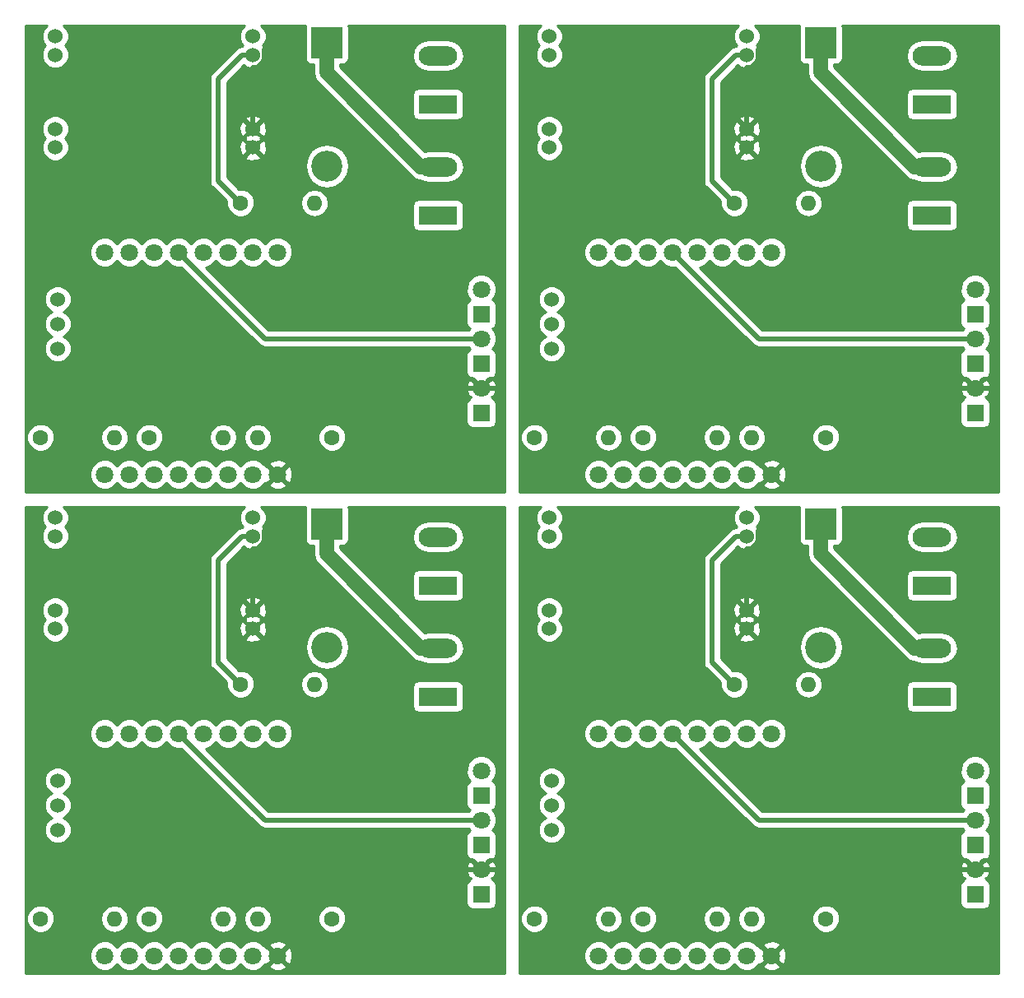
<source format=gbr>
G04 #@! TF.FileFunction,Copper,L2,Bot,Signal*
%FSLAX46Y46*%
G04 Gerber Fmt 4.6, Leading zero omitted, Abs format (unit mm)*
G04 Created by KiCad (PCBNEW 4.0.7) date Sun Jul 22 12:15:23 2018*
%MOMM*%
%LPD*%
G01*
G04 APERTURE LIST*
%ADD10C,0.100000*%
%ADD11R,3.960000X1.980000*%
%ADD12O,3.960000X1.980000*%
%ADD13R,3.200000X3.200000*%
%ADD14O,3.200000X3.200000*%
%ADD15C,1.524000*%
%ADD16C,1.600000*%
%ADD17O,1.600000X1.600000*%
%ADD18C,1.800000*%
%ADD19R,1.800000X1.800000*%
%ADD20C,1.500000*%
%ADD21C,0.500000*%
%ADD22C,0.254000*%
G04 APERTURE END LIST*
D10*
D11*
X168910000Y-116840000D03*
D12*
X168910000Y-111840000D03*
D11*
X168910000Y-128270000D03*
D12*
X168910000Y-123270000D03*
D13*
X157480000Y-110490000D03*
D14*
X157480000Y-123190000D03*
D15*
X129540000Y-109855000D03*
X129540000Y-111760000D03*
X129540000Y-121285000D03*
X129540000Y-119380000D03*
X149860000Y-109855000D03*
X149860000Y-111760000D03*
X149860000Y-121285000D03*
X149860000Y-119380000D03*
D16*
X148590000Y-127000000D03*
D17*
X156210000Y-127000000D03*
D15*
X180340000Y-109855000D03*
X180340000Y-111760000D03*
X180340000Y-121285000D03*
X180340000Y-119380000D03*
X200660000Y-109855000D03*
X200660000Y-111760000D03*
X200660000Y-121285000D03*
X200660000Y-119380000D03*
D16*
X199390000Y-127000000D03*
D17*
X207010000Y-127000000D03*
D15*
X180594000Y-136906000D03*
X180594000Y-139446000D03*
X180594000Y-141986000D03*
D18*
X203200000Y-154940000D03*
X203200000Y-132080000D03*
X200660000Y-154940000D03*
X200660000Y-132080000D03*
X198120000Y-154940000D03*
X198120000Y-132080000D03*
X195580000Y-154940000D03*
X195580000Y-132080000D03*
X193040000Y-154940000D03*
X193040000Y-132080000D03*
X190500000Y-154940000D03*
X190500000Y-132080000D03*
X187960000Y-154940000D03*
X187960000Y-132080000D03*
X185420000Y-154940000D03*
X185420000Y-132080000D03*
D16*
X208788000Y-151130000D03*
D17*
X201168000Y-151130000D03*
D19*
X173355000Y-138430000D03*
D18*
X173355000Y-135890000D03*
D16*
X189992000Y-151130000D03*
D17*
X197612000Y-151130000D03*
D16*
X178816000Y-151130000D03*
D17*
X186436000Y-151130000D03*
D19*
X173355000Y-148590000D03*
D18*
X173355000Y-146050000D03*
D19*
X173355000Y-143510000D03*
D18*
X173355000Y-140970000D03*
D19*
X224155000Y-138430000D03*
D18*
X224155000Y-135890000D03*
D19*
X224155000Y-143510000D03*
D18*
X224155000Y-140970000D03*
D13*
X208280000Y-110490000D03*
D14*
X208280000Y-123190000D03*
D11*
X219710000Y-116840000D03*
D12*
X219710000Y-111840000D03*
D11*
X219710000Y-128270000D03*
D12*
X219710000Y-123270000D03*
D19*
X224155000Y-148590000D03*
D18*
X224155000Y-146050000D03*
D16*
X139192000Y-151130000D03*
D17*
X146812000Y-151130000D03*
D16*
X128016000Y-151130000D03*
D17*
X135636000Y-151130000D03*
D16*
X157988000Y-151130000D03*
D17*
X150368000Y-151130000D03*
D15*
X129794000Y-136906000D03*
X129794000Y-139446000D03*
X129794000Y-141986000D03*
D18*
X152400000Y-154940000D03*
X152400000Y-132080000D03*
X149860000Y-154940000D03*
X149860000Y-132080000D03*
X147320000Y-154940000D03*
X147320000Y-132080000D03*
X144780000Y-154940000D03*
X144780000Y-132080000D03*
X142240000Y-154940000D03*
X142240000Y-132080000D03*
X139700000Y-154940000D03*
X139700000Y-132080000D03*
X137160000Y-154940000D03*
X137160000Y-132080000D03*
X134620000Y-154940000D03*
X134620000Y-132080000D03*
D16*
X199390000Y-77470000D03*
D17*
X207010000Y-77470000D03*
D15*
X180594000Y-87376000D03*
X180594000Y-89916000D03*
X180594000Y-92456000D03*
D16*
X178816000Y-101600000D03*
D17*
X186436000Y-101600000D03*
D16*
X208788000Y-101600000D03*
D17*
X201168000Y-101600000D03*
D18*
X203200000Y-105410000D03*
X203200000Y-82550000D03*
X200660000Y-105410000D03*
X200660000Y-82550000D03*
X198120000Y-105410000D03*
X198120000Y-82550000D03*
X195580000Y-105410000D03*
X195580000Y-82550000D03*
X193040000Y-105410000D03*
X193040000Y-82550000D03*
X190500000Y-105410000D03*
X190500000Y-82550000D03*
X187960000Y-105410000D03*
X187960000Y-82550000D03*
X185420000Y-105410000D03*
X185420000Y-82550000D03*
D16*
X189992000Y-101600000D03*
D17*
X197612000Y-101600000D03*
D15*
X180340000Y-60325000D03*
X180340000Y-62230000D03*
X180340000Y-71755000D03*
X180340000Y-69850000D03*
X200660000Y-60325000D03*
X200660000Y-62230000D03*
X200660000Y-71755000D03*
X200660000Y-69850000D03*
D13*
X208280000Y-60960000D03*
D14*
X208280000Y-73660000D03*
D19*
X224155000Y-88900000D03*
D18*
X224155000Y-86360000D03*
D11*
X219710000Y-78740000D03*
D12*
X219710000Y-73740000D03*
D19*
X224155000Y-99060000D03*
D18*
X224155000Y-96520000D03*
D11*
X219710000Y-67310000D03*
D12*
X219710000Y-62310000D03*
D19*
X224155000Y-93980000D03*
D18*
X224155000Y-91440000D03*
D11*
X168910000Y-78740000D03*
D12*
X168910000Y-73740000D03*
D13*
X157480000Y-60960000D03*
D14*
X157480000Y-73660000D03*
D11*
X168910000Y-67310000D03*
D12*
X168910000Y-62310000D03*
D16*
X148590000Y-77470000D03*
D17*
X156210000Y-77470000D03*
D18*
X152400000Y-105410000D03*
X152400000Y-82550000D03*
X149860000Y-105410000D03*
X149860000Y-82550000D03*
X147320000Y-105410000D03*
X147320000Y-82550000D03*
X144780000Y-105410000D03*
X144780000Y-82550000D03*
X142240000Y-105410000D03*
X142240000Y-82550000D03*
X139700000Y-105410000D03*
X139700000Y-82550000D03*
X137160000Y-105410000D03*
X137160000Y-82550000D03*
X134620000Y-105410000D03*
X134620000Y-82550000D03*
D19*
X173355000Y-88900000D03*
D18*
X173355000Y-86360000D03*
D19*
X173355000Y-99060000D03*
D18*
X173355000Y-96520000D03*
D16*
X128016000Y-101600000D03*
D17*
X135636000Y-101600000D03*
D16*
X157988000Y-101600000D03*
D17*
X150368000Y-101600000D03*
D19*
X173355000Y-93980000D03*
D18*
X173355000Y-91440000D03*
D16*
X139192000Y-101600000D03*
D17*
X146812000Y-101600000D03*
D15*
X129794000Y-87376000D03*
X129794000Y-89916000D03*
X129794000Y-92456000D03*
X129540000Y-60325000D03*
X129540000Y-62230000D03*
X129540000Y-71755000D03*
X129540000Y-69850000D03*
X149860000Y-60325000D03*
X149860000Y-62230000D03*
X149860000Y-71755000D03*
X149860000Y-69850000D03*
D20*
X208280000Y-113590000D02*
X217960000Y-123270000D01*
X208280000Y-110490000D02*
X208280000Y-113590000D01*
X217960000Y-123270000D02*
X219710000Y-123270000D01*
X157480000Y-113590000D02*
X167160000Y-123270000D01*
X157480000Y-110490000D02*
X157480000Y-113590000D01*
X167160000Y-123270000D02*
X168910000Y-123270000D01*
X217960000Y-73740000D02*
X219710000Y-73740000D01*
X208280000Y-60960000D02*
X208280000Y-64060000D01*
X208280000Y-64060000D02*
X217960000Y-73740000D01*
X157480000Y-60960000D02*
X157480000Y-64060000D01*
X157480000Y-64060000D02*
X167160000Y-73740000D01*
X167160000Y-73740000D02*
X168910000Y-73740000D01*
D21*
X148782370Y-111760000D02*
X146304000Y-114238370D01*
X197104000Y-124714000D02*
X199390000Y-127000000D01*
X197104000Y-114238370D02*
X197104000Y-124714000D01*
X200660000Y-111760000D02*
X199582370Y-111760000D01*
X199582370Y-111760000D02*
X197104000Y-114238370D01*
X146304000Y-114238370D02*
X146304000Y-124714000D01*
X149860000Y-111760000D02*
X148782370Y-111760000D01*
X146304000Y-124714000D02*
X148590000Y-127000000D01*
X197104000Y-75184000D02*
X199390000Y-77470000D01*
X200660000Y-62230000D02*
X199582370Y-62230000D01*
X199582370Y-62230000D02*
X197104000Y-64708370D01*
X197104000Y-64708370D02*
X197104000Y-75184000D01*
X146304000Y-64708370D02*
X146304000Y-75184000D01*
X146304000Y-75184000D02*
X148590000Y-77470000D01*
X149860000Y-62230000D02*
X148782370Y-62230000D01*
X148782370Y-62230000D02*
X146304000Y-64708370D01*
X201930000Y-140970000D02*
X193040000Y-132080000D01*
X224155000Y-140970000D02*
X201930000Y-140970000D01*
X173355000Y-140970000D02*
X151130000Y-140970000D01*
X151130000Y-140970000D02*
X142240000Y-132080000D01*
X201930000Y-91440000D02*
X193040000Y-82550000D01*
X224155000Y-91440000D02*
X201930000Y-91440000D01*
X173355000Y-91440000D02*
X151130000Y-91440000D01*
X151130000Y-91440000D02*
X142240000Y-82550000D01*
X200660000Y-113030000D02*
X201183762Y-113030000D01*
X225054999Y-145150001D02*
X225160001Y-145150001D01*
X224155000Y-146050000D02*
X226060000Y-146050000D01*
X201183762Y-113030000D02*
X201872001Y-112341761D01*
X201872001Y-112341761D02*
X201872001Y-111178239D01*
X224155000Y-146050000D02*
X221615000Y-146050000D01*
X224155000Y-146050000D02*
X225054999Y-145150001D01*
X223255001Y-145150001D02*
X222514999Y-145150001D01*
X224155000Y-146050000D02*
X223255001Y-145150001D01*
X151072001Y-112341761D02*
X151072001Y-111178239D01*
X172455001Y-145150001D02*
X171714999Y-145150001D01*
X173355000Y-146050000D02*
X172455001Y-145150001D01*
X173355000Y-146050000D02*
X170815000Y-146050000D01*
X200660000Y-119380000D02*
X200660000Y-113538000D01*
X200660000Y-113538000D02*
X200660000Y-113030000D01*
X174254999Y-145150001D02*
X174360001Y-145150001D01*
X149860000Y-119380000D02*
X149860000Y-113538000D01*
X150383762Y-113030000D02*
X151072001Y-112341761D01*
X149860000Y-113538000D02*
X149860000Y-113030000D01*
X149860000Y-113030000D02*
X150383762Y-113030000D01*
X173355000Y-146050000D02*
X175260000Y-146050000D01*
X173355000Y-146050000D02*
X174254999Y-145150001D01*
X224155000Y-96520000D02*
X221615000Y-96520000D01*
X200660000Y-64008000D02*
X200660000Y-63500000D01*
X201183762Y-63500000D02*
X201872001Y-62811761D01*
X200660000Y-63500000D02*
X201183762Y-63500000D01*
X200660000Y-69850000D02*
X200660000Y-64008000D01*
X225054999Y-95620001D02*
X225160001Y-95620001D01*
X224155000Y-96520000D02*
X225054999Y-95620001D01*
X224155000Y-96520000D02*
X226060000Y-96520000D01*
X224155000Y-96520000D02*
X223255001Y-95620001D01*
X223255001Y-95620001D02*
X222514999Y-95620001D01*
X201872001Y-62811761D02*
X201872001Y-61648239D01*
X149860000Y-63500000D02*
X150383762Y-63500000D01*
X150383762Y-63500000D02*
X151072001Y-62811761D01*
X151072001Y-62811761D02*
X151072001Y-61648239D01*
X149860000Y-64008000D02*
X149860000Y-63500000D01*
X149860000Y-69850000D02*
X149860000Y-64008000D01*
X173355000Y-96520000D02*
X172455001Y-95620001D01*
X172455001Y-95620001D02*
X171714999Y-95620001D01*
X173355000Y-96520000D02*
X174254999Y-95620001D01*
X174254999Y-95620001D02*
X174360001Y-95620001D01*
X173355000Y-96520000D02*
X175260000Y-96520000D01*
X173355000Y-96520000D02*
X170815000Y-96520000D01*
D22*
G36*
X128356371Y-59532630D02*
X128143243Y-60045900D01*
X128142758Y-60601661D01*
X128354990Y-61115303D01*
X128516843Y-61277438D01*
X128356371Y-61437630D01*
X128143243Y-61950900D01*
X128142758Y-62506661D01*
X128354990Y-63020303D01*
X128747630Y-63413629D01*
X129260900Y-63626757D01*
X129816661Y-63627242D01*
X130330303Y-63415010D01*
X130723629Y-63022370D01*
X130936757Y-62509100D01*
X130937242Y-61953339D01*
X130725010Y-61439697D01*
X130563157Y-61277562D01*
X130723629Y-61117370D01*
X130936757Y-60604100D01*
X130937242Y-60048339D01*
X130725010Y-59534697D01*
X130372928Y-59182000D01*
X149027614Y-59182000D01*
X148676371Y-59532630D01*
X148463243Y-60045900D01*
X148462758Y-60601661D01*
X148674990Y-61115303D01*
X148836843Y-61277438D01*
X148765876Y-61348281D01*
X148443695Y-61412367D01*
X148156580Y-61604210D01*
X148156578Y-61604213D01*
X145678210Y-64082580D01*
X145486367Y-64369695D01*
X145486367Y-64369696D01*
X145418999Y-64708370D01*
X145419000Y-64708375D01*
X145419000Y-75183995D01*
X145418999Y-75184000D01*
X145438925Y-75284170D01*
X145486367Y-75522675D01*
X145650726Y-75768657D01*
X145678210Y-75809790D01*
X147155160Y-77286739D01*
X147154752Y-77754187D01*
X147372757Y-78281800D01*
X147776077Y-78685824D01*
X148303309Y-78904750D01*
X148874187Y-78905248D01*
X149401800Y-78687243D01*
X149805824Y-78283923D01*
X150024750Y-77756691D01*
X150025000Y-77470000D01*
X154746887Y-77470000D01*
X154856120Y-78019151D01*
X155167189Y-78484698D01*
X155632736Y-78795767D01*
X156181887Y-78905000D01*
X156238113Y-78905000D01*
X156787264Y-78795767D01*
X157252811Y-78484698D01*
X157563880Y-78019151D01*
X157617417Y-77750000D01*
X166282560Y-77750000D01*
X166282560Y-79730000D01*
X166326838Y-79965317D01*
X166465910Y-80181441D01*
X166678110Y-80326431D01*
X166930000Y-80377440D01*
X170890000Y-80377440D01*
X171125317Y-80333162D01*
X171341441Y-80194090D01*
X171486431Y-79981890D01*
X171537440Y-79730000D01*
X171537440Y-77750000D01*
X171493162Y-77514683D01*
X171354090Y-77298559D01*
X171141890Y-77153569D01*
X170890000Y-77102560D01*
X166930000Y-77102560D01*
X166694683Y-77146838D01*
X166478559Y-77285910D01*
X166333569Y-77498110D01*
X166282560Y-77750000D01*
X157617417Y-77750000D01*
X157673113Y-77470000D01*
X157563880Y-76920849D01*
X157252811Y-76455302D01*
X156787264Y-76144233D01*
X156238113Y-76035000D01*
X156181887Y-76035000D01*
X155632736Y-76144233D01*
X155167189Y-76455302D01*
X154856120Y-76920849D01*
X154746887Y-77470000D01*
X150025000Y-77470000D01*
X150025248Y-77185813D01*
X149807243Y-76658200D01*
X149403923Y-76254176D01*
X148876691Y-76035250D01*
X148406419Y-76034840D01*
X147189000Y-74817420D01*
X147189000Y-73616214D01*
X155245000Y-73616214D01*
X155245000Y-73703786D01*
X155415129Y-74559083D01*
X155899616Y-75284170D01*
X156624703Y-75768657D01*
X157480000Y-75938786D01*
X158335297Y-75768657D01*
X159060384Y-75284170D01*
X159544871Y-74559083D01*
X159715000Y-73703786D01*
X159715000Y-73616214D01*
X159544871Y-72760917D01*
X159060384Y-72035830D01*
X158335297Y-71551343D01*
X157480000Y-71381214D01*
X156624703Y-71551343D01*
X155899616Y-72035830D01*
X155415129Y-72760917D01*
X155245000Y-73616214D01*
X147189000Y-73616214D01*
X147189000Y-72735213D01*
X149059392Y-72735213D01*
X149128857Y-72977397D01*
X149652302Y-73164144D01*
X150207368Y-73136362D01*
X150591143Y-72977397D01*
X150660608Y-72735213D01*
X149860000Y-71934605D01*
X149059392Y-72735213D01*
X147189000Y-72735213D01*
X147189000Y-71547302D01*
X148450856Y-71547302D01*
X148478638Y-72102368D01*
X148637603Y-72486143D01*
X148879787Y-72555608D01*
X149680395Y-71755000D01*
X150039605Y-71755000D01*
X150840213Y-72555608D01*
X151082397Y-72486143D01*
X151269144Y-71962698D01*
X151241362Y-71407632D01*
X151082397Y-71023857D01*
X150840213Y-70954392D01*
X150039605Y-71755000D01*
X149680395Y-71755000D01*
X148879787Y-70954392D01*
X148637603Y-71023857D01*
X148450856Y-71547302D01*
X147189000Y-71547302D01*
X147189000Y-70774787D01*
X149059392Y-70774787D01*
X149087105Y-70802500D01*
X149059392Y-70830213D01*
X149128857Y-71072397D01*
X149483541Y-71198936D01*
X149860000Y-71575395D01*
X150203857Y-71231538D01*
X150207368Y-71231362D01*
X150591143Y-71072397D01*
X150660608Y-70830213D01*
X150632895Y-70802500D01*
X150660608Y-70774787D01*
X150591143Y-70532603D01*
X150236459Y-70406064D01*
X149860000Y-70029605D01*
X149516143Y-70373462D01*
X149512632Y-70373638D01*
X149128857Y-70532603D01*
X149059392Y-70774787D01*
X147189000Y-70774787D01*
X147189000Y-69642302D01*
X148450856Y-69642302D01*
X148478638Y-70197368D01*
X148637603Y-70581143D01*
X148879787Y-70650608D01*
X149680395Y-69850000D01*
X150039605Y-69850000D01*
X150840213Y-70650608D01*
X151082397Y-70581143D01*
X151269144Y-70057698D01*
X151241362Y-69502632D01*
X151082397Y-69118857D01*
X150840213Y-69049392D01*
X150039605Y-69850000D01*
X149680395Y-69850000D01*
X148879787Y-69049392D01*
X148637603Y-69118857D01*
X148450856Y-69642302D01*
X147189000Y-69642302D01*
X147189000Y-68869787D01*
X149059392Y-68869787D01*
X149860000Y-69670395D01*
X150660608Y-68869787D01*
X150591143Y-68627603D01*
X150067698Y-68440856D01*
X149512632Y-68468638D01*
X149128857Y-68627603D01*
X149059392Y-68869787D01*
X147189000Y-68869787D01*
X147189000Y-65074950D01*
X148959070Y-63304879D01*
X149067630Y-63413629D01*
X149580900Y-63626757D01*
X150136661Y-63627242D01*
X150650303Y-63415010D01*
X151043629Y-63022370D01*
X151256757Y-62509100D01*
X151257242Y-61953339D01*
X151045010Y-61439697D01*
X150883157Y-61277562D01*
X151043629Y-61117370D01*
X151256757Y-60604100D01*
X151257242Y-60048339D01*
X151045010Y-59534697D01*
X150692928Y-59182000D01*
X155268606Y-59182000D01*
X155232560Y-59360000D01*
X155232560Y-62560000D01*
X155276838Y-62795317D01*
X155415910Y-63011441D01*
X155628110Y-63156431D01*
X155880000Y-63207440D01*
X156095000Y-63207440D01*
X156095000Y-64060000D01*
X156200427Y-64590017D01*
X156279508Y-64708370D01*
X156500657Y-65039343D01*
X166180657Y-74719343D01*
X166629983Y-75019573D01*
X167035904Y-75100316D01*
X167246908Y-75241304D01*
X167868769Y-75365000D01*
X169951231Y-75365000D01*
X170573092Y-75241304D01*
X171100280Y-74889049D01*
X171452535Y-74361861D01*
X171576231Y-73740000D01*
X171452535Y-73118139D01*
X171100280Y-72590951D01*
X170573092Y-72238696D01*
X169951231Y-72115000D01*
X167868769Y-72115000D01*
X167555916Y-72177230D01*
X161698686Y-66320000D01*
X166282560Y-66320000D01*
X166282560Y-68300000D01*
X166326838Y-68535317D01*
X166465910Y-68751441D01*
X166678110Y-68896431D01*
X166930000Y-68947440D01*
X170890000Y-68947440D01*
X171125317Y-68903162D01*
X171341441Y-68764090D01*
X171486431Y-68551890D01*
X171537440Y-68300000D01*
X171537440Y-66320000D01*
X171493162Y-66084683D01*
X171354090Y-65868559D01*
X171141890Y-65723569D01*
X170890000Y-65672560D01*
X166930000Y-65672560D01*
X166694683Y-65716838D01*
X166478559Y-65855910D01*
X166333569Y-66068110D01*
X166282560Y-66320000D01*
X161698686Y-66320000D01*
X158865000Y-63486314D01*
X158865000Y-63207440D01*
X159080000Y-63207440D01*
X159315317Y-63163162D01*
X159531441Y-63024090D01*
X159676431Y-62811890D01*
X159727440Y-62560000D01*
X159727440Y-62310000D01*
X166243769Y-62310000D01*
X166367465Y-62931861D01*
X166719720Y-63459049D01*
X167246908Y-63811304D01*
X167868769Y-63935000D01*
X169951231Y-63935000D01*
X170573092Y-63811304D01*
X171100280Y-63459049D01*
X171452535Y-62931861D01*
X171576231Y-62310000D01*
X171452535Y-61688139D01*
X171100280Y-61160951D01*
X170573092Y-60808696D01*
X169951231Y-60685000D01*
X167868769Y-60685000D01*
X167246908Y-60808696D01*
X166719720Y-61160951D01*
X166367465Y-61688139D01*
X166243769Y-62310000D01*
X159727440Y-62310000D01*
X159727440Y-59360000D01*
X159693947Y-59182000D01*
X175768000Y-59182000D01*
X175768000Y-107188000D01*
X126492000Y-107188000D01*
X126492000Y-105713991D01*
X133084735Y-105713991D01*
X133317932Y-106278371D01*
X133749357Y-106710551D01*
X134313330Y-106944733D01*
X134923991Y-106945265D01*
X135488371Y-106712068D01*
X135890323Y-106310818D01*
X136289357Y-106710551D01*
X136853330Y-106944733D01*
X137463991Y-106945265D01*
X138028371Y-106712068D01*
X138430323Y-106310818D01*
X138829357Y-106710551D01*
X139393330Y-106944733D01*
X140003991Y-106945265D01*
X140568371Y-106712068D01*
X140970323Y-106310818D01*
X141369357Y-106710551D01*
X141933330Y-106944733D01*
X142543991Y-106945265D01*
X143108371Y-106712068D01*
X143510323Y-106310818D01*
X143909357Y-106710551D01*
X144473330Y-106944733D01*
X145083991Y-106945265D01*
X145648371Y-106712068D01*
X146050323Y-106310818D01*
X146449357Y-106710551D01*
X147013330Y-106944733D01*
X147623991Y-106945265D01*
X148188371Y-106712068D01*
X148590323Y-106310818D01*
X148989357Y-106710551D01*
X149553330Y-106944733D01*
X150163991Y-106945265D01*
X150728371Y-106712068D01*
X150950668Y-106490159D01*
X151499446Y-106490159D01*
X151585852Y-106746643D01*
X152159336Y-106956458D01*
X152769460Y-106930839D01*
X153214148Y-106746643D01*
X153300554Y-106490159D01*
X152400000Y-105589605D01*
X151499446Y-106490159D01*
X150950668Y-106490159D01*
X151160551Y-106280643D01*
X151169203Y-106259806D01*
X151319841Y-106310554D01*
X152220395Y-105410000D01*
X152579605Y-105410000D01*
X153480159Y-106310554D01*
X153736643Y-106224148D01*
X153946458Y-105650664D01*
X153920839Y-105040540D01*
X153736643Y-104595852D01*
X153480159Y-104509446D01*
X152579605Y-105410000D01*
X152220395Y-105410000D01*
X151319841Y-104509446D01*
X151169673Y-104560035D01*
X151162068Y-104541629D01*
X150950650Y-104329841D01*
X151499446Y-104329841D01*
X152400000Y-105230395D01*
X153300554Y-104329841D01*
X153214148Y-104073357D01*
X152640664Y-103863542D01*
X152030540Y-103889161D01*
X151585852Y-104073357D01*
X151499446Y-104329841D01*
X150950650Y-104329841D01*
X150730643Y-104109449D01*
X150166670Y-103875267D01*
X149556009Y-103874735D01*
X148991629Y-104107932D01*
X148589677Y-104509182D01*
X148190643Y-104109449D01*
X147626670Y-103875267D01*
X147016009Y-103874735D01*
X146451629Y-104107932D01*
X146049677Y-104509182D01*
X145650643Y-104109449D01*
X145086670Y-103875267D01*
X144476009Y-103874735D01*
X143911629Y-104107932D01*
X143509677Y-104509182D01*
X143110643Y-104109449D01*
X142546670Y-103875267D01*
X141936009Y-103874735D01*
X141371629Y-104107932D01*
X140969677Y-104509182D01*
X140570643Y-104109449D01*
X140006670Y-103875267D01*
X139396009Y-103874735D01*
X138831629Y-104107932D01*
X138429677Y-104509182D01*
X138030643Y-104109449D01*
X137466670Y-103875267D01*
X136856009Y-103874735D01*
X136291629Y-104107932D01*
X135889677Y-104509182D01*
X135490643Y-104109449D01*
X134926670Y-103875267D01*
X134316009Y-103874735D01*
X133751629Y-104107932D01*
X133319449Y-104539357D01*
X133085267Y-105103330D01*
X133084735Y-105713991D01*
X126492000Y-105713991D01*
X126492000Y-101884187D01*
X126580752Y-101884187D01*
X126798757Y-102411800D01*
X127202077Y-102815824D01*
X127729309Y-103034750D01*
X128300187Y-103035248D01*
X128827800Y-102817243D01*
X129231824Y-102413923D01*
X129450750Y-101886691D01*
X129451000Y-101600000D01*
X134172887Y-101600000D01*
X134282120Y-102149151D01*
X134593189Y-102614698D01*
X135058736Y-102925767D01*
X135607887Y-103035000D01*
X135664113Y-103035000D01*
X136213264Y-102925767D01*
X136678811Y-102614698D01*
X136989880Y-102149151D01*
X137042584Y-101884187D01*
X137756752Y-101884187D01*
X137974757Y-102411800D01*
X138378077Y-102815824D01*
X138905309Y-103034750D01*
X139476187Y-103035248D01*
X140003800Y-102817243D01*
X140407824Y-102413923D01*
X140626750Y-101886691D01*
X140627000Y-101600000D01*
X145348887Y-101600000D01*
X145458120Y-102149151D01*
X145769189Y-102614698D01*
X146234736Y-102925767D01*
X146783887Y-103035000D01*
X146840113Y-103035000D01*
X147389264Y-102925767D01*
X147854811Y-102614698D01*
X148165880Y-102149151D01*
X148275113Y-101600000D01*
X148904887Y-101600000D01*
X149014120Y-102149151D01*
X149325189Y-102614698D01*
X149790736Y-102925767D01*
X150339887Y-103035000D01*
X150396113Y-103035000D01*
X150945264Y-102925767D01*
X151410811Y-102614698D01*
X151721880Y-102149151D01*
X151774584Y-101884187D01*
X156552752Y-101884187D01*
X156770757Y-102411800D01*
X157174077Y-102815824D01*
X157701309Y-103034750D01*
X158272187Y-103035248D01*
X158799800Y-102817243D01*
X159203824Y-102413923D01*
X159422750Y-101886691D01*
X159423248Y-101315813D01*
X159205243Y-100788200D01*
X158801923Y-100384176D01*
X158274691Y-100165250D01*
X157703813Y-100164752D01*
X157176200Y-100382757D01*
X156772176Y-100786077D01*
X156553250Y-101313309D01*
X156552752Y-101884187D01*
X151774584Y-101884187D01*
X151831113Y-101600000D01*
X151721880Y-101050849D01*
X151410811Y-100585302D01*
X150945264Y-100274233D01*
X150396113Y-100165000D01*
X150339887Y-100165000D01*
X149790736Y-100274233D01*
X149325189Y-100585302D01*
X149014120Y-101050849D01*
X148904887Y-101600000D01*
X148275113Y-101600000D01*
X148165880Y-101050849D01*
X147854811Y-100585302D01*
X147389264Y-100274233D01*
X146840113Y-100165000D01*
X146783887Y-100165000D01*
X146234736Y-100274233D01*
X145769189Y-100585302D01*
X145458120Y-101050849D01*
X145348887Y-101600000D01*
X140627000Y-101600000D01*
X140627248Y-101315813D01*
X140409243Y-100788200D01*
X140005923Y-100384176D01*
X139478691Y-100165250D01*
X138907813Y-100164752D01*
X138380200Y-100382757D01*
X137976176Y-100786077D01*
X137757250Y-101313309D01*
X137756752Y-101884187D01*
X137042584Y-101884187D01*
X137099113Y-101600000D01*
X136989880Y-101050849D01*
X136678811Y-100585302D01*
X136213264Y-100274233D01*
X135664113Y-100165000D01*
X135607887Y-100165000D01*
X135058736Y-100274233D01*
X134593189Y-100585302D01*
X134282120Y-101050849D01*
X134172887Y-101600000D01*
X129451000Y-101600000D01*
X129451248Y-101315813D01*
X129233243Y-100788200D01*
X128829923Y-100384176D01*
X128302691Y-100165250D01*
X127731813Y-100164752D01*
X127204200Y-100382757D01*
X126800176Y-100786077D01*
X126581250Y-101313309D01*
X126580752Y-101884187D01*
X126492000Y-101884187D01*
X126492000Y-87652661D01*
X128396758Y-87652661D01*
X128608990Y-88166303D01*
X129001630Y-88559629D01*
X129209512Y-88645949D01*
X129003697Y-88730990D01*
X128610371Y-89123630D01*
X128397243Y-89636900D01*
X128396758Y-90192661D01*
X128608990Y-90706303D01*
X129001630Y-91099629D01*
X129209512Y-91185949D01*
X129003697Y-91270990D01*
X128610371Y-91663630D01*
X128397243Y-92176900D01*
X128396758Y-92732661D01*
X128608990Y-93246303D01*
X129001630Y-93639629D01*
X129514900Y-93852757D01*
X130070661Y-93853242D01*
X130584303Y-93641010D01*
X130977629Y-93248370D01*
X131190757Y-92735100D01*
X131191242Y-92179339D01*
X130979010Y-91665697D01*
X130586370Y-91272371D01*
X130378488Y-91186051D01*
X130584303Y-91101010D01*
X130977629Y-90708370D01*
X131190757Y-90195100D01*
X131191242Y-89639339D01*
X130979010Y-89125697D01*
X130586370Y-88732371D01*
X130378488Y-88646051D01*
X130584303Y-88561010D01*
X130977629Y-88168370D01*
X131190757Y-87655100D01*
X131191242Y-87099339D01*
X130979010Y-86585697D01*
X130586370Y-86192371D01*
X130073100Y-85979243D01*
X129517339Y-85978758D01*
X129003697Y-86190990D01*
X128610371Y-86583630D01*
X128397243Y-87096900D01*
X128396758Y-87652661D01*
X126492000Y-87652661D01*
X126492000Y-82853991D01*
X133084735Y-82853991D01*
X133317932Y-83418371D01*
X133749357Y-83850551D01*
X134313330Y-84084733D01*
X134923991Y-84085265D01*
X135488371Y-83852068D01*
X135890323Y-83450818D01*
X136289357Y-83850551D01*
X136853330Y-84084733D01*
X137463991Y-84085265D01*
X138028371Y-83852068D01*
X138430323Y-83450818D01*
X138829357Y-83850551D01*
X139393330Y-84084733D01*
X140003991Y-84085265D01*
X140568371Y-83852068D01*
X140970323Y-83450818D01*
X141369357Y-83850551D01*
X141933330Y-84084733D01*
X142523667Y-84085247D01*
X150504208Y-92065787D01*
X150504210Y-92065790D01*
X150670499Y-92176900D01*
X150791326Y-92257634D01*
X151130000Y-92325001D01*
X151130005Y-92325000D01*
X172069532Y-92325000D01*
X172220880Y-92476613D01*
X172219683Y-92476838D01*
X172003559Y-92615910D01*
X171858569Y-92828110D01*
X171807560Y-93080000D01*
X171807560Y-94880000D01*
X171851838Y-95115317D01*
X171990910Y-95331441D01*
X172194574Y-95470598D01*
X172160282Y-95504890D01*
X172274839Y-95619447D01*
X172018357Y-95705852D01*
X171808542Y-96279336D01*
X171834161Y-96889460D01*
X172018357Y-97334148D01*
X172274839Y-97420553D01*
X172160282Y-97535110D01*
X172196760Y-97571588D01*
X172003559Y-97695910D01*
X171858569Y-97908110D01*
X171807560Y-98160000D01*
X171807560Y-99960000D01*
X171851838Y-100195317D01*
X171990910Y-100411441D01*
X172203110Y-100556431D01*
X172455000Y-100607440D01*
X174255000Y-100607440D01*
X174490317Y-100563162D01*
X174706441Y-100424090D01*
X174851431Y-100211890D01*
X174902440Y-99960000D01*
X174902440Y-98160000D01*
X174858162Y-97924683D01*
X174719090Y-97708559D01*
X174515426Y-97569402D01*
X174549718Y-97535110D01*
X174435161Y-97420553D01*
X174691643Y-97334148D01*
X174901458Y-96760664D01*
X174875839Y-96150540D01*
X174691643Y-95705852D01*
X174435161Y-95619447D01*
X174549718Y-95504890D01*
X174513240Y-95468412D01*
X174706441Y-95344090D01*
X174851431Y-95131890D01*
X174902440Y-94880000D01*
X174902440Y-93080000D01*
X174858162Y-92844683D01*
X174719090Y-92628559D01*
X174506890Y-92483569D01*
X174486466Y-92479433D01*
X174655551Y-92310643D01*
X174889733Y-91746670D01*
X174890265Y-91136009D01*
X174657068Y-90571629D01*
X174489120Y-90403387D01*
X174490317Y-90403162D01*
X174706441Y-90264090D01*
X174851431Y-90051890D01*
X174902440Y-89800000D01*
X174902440Y-88000000D01*
X174858162Y-87764683D01*
X174719090Y-87548559D01*
X174506890Y-87403569D01*
X174486466Y-87399433D01*
X174655551Y-87230643D01*
X174889733Y-86666670D01*
X174890265Y-86056009D01*
X174657068Y-85491629D01*
X174225643Y-85059449D01*
X173661670Y-84825267D01*
X173051009Y-84824735D01*
X172486629Y-85057932D01*
X172054449Y-85489357D01*
X171820267Y-86053330D01*
X171819735Y-86663991D01*
X172052932Y-87228371D01*
X172220880Y-87396613D01*
X172219683Y-87396838D01*
X172003559Y-87535910D01*
X171858569Y-87748110D01*
X171807560Y-88000000D01*
X171807560Y-89800000D01*
X171851838Y-90035317D01*
X171990910Y-90251441D01*
X172203110Y-90396431D01*
X172223534Y-90400567D01*
X172068831Y-90555000D01*
X151496579Y-90555000D01*
X145026795Y-84085215D01*
X145083991Y-84085265D01*
X145648371Y-83852068D01*
X146050323Y-83450818D01*
X146449357Y-83850551D01*
X147013330Y-84084733D01*
X147623991Y-84085265D01*
X148188371Y-83852068D01*
X148590323Y-83450818D01*
X148989357Y-83850551D01*
X149553330Y-84084733D01*
X150163991Y-84085265D01*
X150728371Y-83852068D01*
X151130323Y-83450818D01*
X151529357Y-83850551D01*
X152093330Y-84084733D01*
X152703991Y-84085265D01*
X153268371Y-83852068D01*
X153700551Y-83420643D01*
X153934733Y-82856670D01*
X153935265Y-82246009D01*
X153702068Y-81681629D01*
X153270643Y-81249449D01*
X152706670Y-81015267D01*
X152096009Y-81014735D01*
X151531629Y-81247932D01*
X151129677Y-81649182D01*
X150730643Y-81249449D01*
X150166670Y-81015267D01*
X149556009Y-81014735D01*
X148991629Y-81247932D01*
X148589677Y-81649182D01*
X148190643Y-81249449D01*
X147626670Y-81015267D01*
X147016009Y-81014735D01*
X146451629Y-81247932D01*
X146049677Y-81649182D01*
X145650643Y-81249449D01*
X145086670Y-81015267D01*
X144476009Y-81014735D01*
X143911629Y-81247932D01*
X143509677Y-81649182D01*
X143110643Y-81249449D01*
X142546670Y-81015267D01*
X141936009Y-81014735D01*
X141371629Y-81247932D01*
X140969677Y-81649182D01*
X140570643Y-81249449D01*
X140006670Y-81015267D01*
X139396009Y-81014735D01*
X138831629Y-81247932D01*
X138429677Y-81649182D01*
X138030643Y-81249449D01*
X137466670Y-81015267D01*
X136856009Y-81014735D01*
X136291629Y-81247932D01*
X135889677Y-81649182D01*
X135490643Y-81249449D01*
X134926670Y-81015267D01*
X134316009Y-81014735D01*
X133751629Y-81247932D01*
X133319449Y-81679357D01*
X133085267Y-82243330D01*
X133084735Y-82853991D01*
X126492000Y-82853991D01*
X126492000Y-70126661D01*
X128142758Y-70126661D01*
X128354990Y-70640303D01*
X128516843Y-70802438D01*
X128356371Y-70962630D01*
X128143243Y-71475900D01*
X128142758Y-72031661D01*
X128354990Y-72545303D01*
X128747630Y-72938629D01*
X129260900Y-73151757D01*
X129816661Y-73152242D01*
X130330303Y-72940010D01*
X130723629Y-72547370D01*
X130936757Y-72034100D01*
X130937242Y-71478339D01*
X130725010Y-70964697D01*
X130563157Y-70802562D01*
X130723629Y-70642370D01*
X130936757Y-70129100D01*
X130937242Y-69573339D01*
X130725010Y-69059697D01*
X130332370Y-68666371D01*
X129819100Y-68453243D01*
X129263339Y-68452758D01*
X128749697Y-68664990D01*
X128356371Y-69057630D01*
X128143243Y-69570900D01*
X128142758Y-70126661D01*
X126492000Y-70126661D01*
X126492000Y-59182000D01*
X128707614Y-59182000D01*
X128356371Y-59532630D01*
X128356371Y-59532630D01*
G37*
X128356371Y-59532630D02*
X128143243Y-60045900D01*
X128142758Y-60601661D01*
X128354990Y-61115303D01*
X128516843Y-61277438D01*
X128356371Y-61437630D01*
X128143243Y-61950900D01*
X128142758Y-62506661D01*
X128354990Y-63020303D01*
X128747630Y-63413629D01*
X129260900Y-63626757D01*
X129816661Y-63627242D01*
X130330303Y-63415010D01*
X130723629Y-63022370D01*
X130936757Y-62509100D01*
X130937242Y-61953339D01*
X130725010Y-61439697D01*
X130563157Y-61277562D01*
X130723629Y-61117370D01*
X130936757Y-60604100D01*
X130937242Y-60048339D01*
X130725010Y-59534697D01*
X130372928Y-59182000D01*
X149027614Y-59182000D01*
X148676371Y-59532630D01*
X148463243Y-60045900D01*
X148462758Y-60601661D01*
X148674990Y-61115303D01*
X148836843Y-61277438D01*
X148765876Y-61348281D01*
X148443695Y-61412367D01*
X148156580Y-61604210D01*
X148156578Y-61604213D01*
X145678210Y-64082580D01*
X145486367Y-64369695D01*
X145486367Y-64369696D01*
X145418999Y-64708370D01*
X145419000Y-64708375D01*
X145419000Y-75183995D01*
X145418999Y-75184000D01*
X145438925Y-75284170D01*
X145486367Y-75522675D01*
X145650726Y-75768657D01*
X145678210Y-75809790D01*
X147155160Y-77286739D01*
X147154752Y-77754187D01*
X147372757Y-78281800D01*
X147776077Y-78685824D01*
X148303309Y-78904750D01*
X148874187Y-78905248D01*
X149401800Y-78687243D01*
X149805824Y-78283923D01*
X150024750Y-77756691D01*
X150025000Y-77470000D01*
X154746887Y-77470000D01*
X154856120Y-78019151D01*
X155167189Y-78484698D01*
X155632736Y-78795767D01*
X156181887Y-78905000D01*
X156238113Y-78905000D01*
X156787264Y-78795767D01*
X157252811Y-78484698D01*
X157563880Y-78019151D01*
X157617417Y-77750000D01*
X166282560Y-77750000D01*
X166282560Y-79730000D01*
X166326838Y-79965317D01*
X166465910Y-80181441D01*
X166678110Y-80326431D01*
X166930000Y-80377440D01*
X170890000Y-80377440D01*
X171125317Y-80333162D01*
X171341441Y-80194090D01*
X171486431Y-79981890D01*
X171537440Y-79730000D01*
X171537440Y-77750000D01*
X171493162Y-77514683D01*
X171354090Y-77298559D01*
X171141890Y-77153569D01*
X170890000Y-77102560D01*
X166930000Y-77102560D01*
X166694683Y-77146838D01*
X166478559Y-77285910D01*
X166333569Y-77498110D01*
X166282560Y-77750000D01*
X157617417Y-77750000D01*
X157673113Y-77470000D01*
X157563880Y-76920849D01*
X157252811Y-76455302D01*
X156787264Y-76144233D01*
X156238113Y-76035000D01*
X156181887Y-76035000D01*
X155632736Y-76144233D01*
X155167189Y-76455302D01*
X154856120Y-76920849D01*
X154746887Y-77470000D01*
X150025000Y-77470000D01*
X150025248Y-77185813D01*
X149807243Y-76658200D01*
X149403923Y-76254176D01*
X148876691Y-76035250D01*
X148406419Y-76034840D01*
X147189000Y-74817420D01*
X147189000Y-73616214D01*
X155245000Y-73616214D01*
X155245000Y-73703786D01*
X155415129Y-74559083D01*
X155899616Y-75284170D01*
X156624703Y-75768657D01*
X157480000Y-75938786D01*
X158335297Y-75768657D01*
X159060384Y-75284170D01*
X159544871Y-74559083D01*
X159715000Y-73703786D01*
X159715000Y-73616214D01*
X159544871Y-72760917D01*
X159060384Y-72035830D01*
X158335297Y-71551343D01*
X157480000Y-71381214D01*
X156624703Y-71551343D01*
X155899616Y-72035830D01*
X155415129Y-72760917D01*
X155245000Y-73616214D01*
X147189000Y-73616214D01*
X147189000Y-72735213D01*
X149059392Y-72735213D01*
X149128857Y-72977397D01*
X149652302Y-73164144D01*
X150207368Y-73136362D01*
X150591143Y-72977397D01*
X150660608Y-72735213D01*
X149860000Y-71934605D01*
X149059392Y-72735213D01*
X147189000Y-72735213D01*
X147189000Y-71547302D01*
X148450856Y-71547302D01*
X148478638Y-72102368D01*
X148637603Y-72486143D01*
X148879787Y-72555608D01*
X149680395Y-71755000D01*
X150039605Y-71755000D01*
X150840213Y-72555608D01*
X151082397Y-72486143D01*
X151269144Y-71962698D01*
X151241362Y-71407632D01*
X151082397Y-71023857D01*
X150840213Y-70954392D01*
X150039605Y-71755000D01*
X149680395Y-71755000D01*
X148879787Y-70954392D01*
X148637603Y-71023857D01*
X148450856Y-71547302D01*
X147189000Y-71547302D01*
X147189000Y-70774787D01*
X149059392Y-70774787D01*
X149087105Y-70802500D01*
X149059392Y-70830213D01*
X149128857Y-71072397D01*
X149483541Y-71198936D01*
X149860000Y-71575395D01*
X150203857Y-71231538D01*
X150207368Y-71231362D01*
X150591143Y-71072397D01*
X150660608Y-70830213D01*
X150632895Y-70802500D01*
X150660608Y-70774787D01*
X150591143Y-70532603D01*
X150236459Y-70406064D01*
X149860000Y-70029605D01*
X149516143Y-70373462D01*
X149512632Y-70373638D01*
X149128857Y-70532603D01*
X149059392Y-70774787D01*
X147189000Y-70774787D01*
X147189000Y-69642302D01*
X148450856Y-69642302D01*
X148478638Y-70197368D01*
X148637603Y-70581143D01*
X148879787Y-70650608D01*
X149680395Y-69850000D01*
X150039605Y-69850000D01*
X150840213Y-70650608D01*
X151082397Y-70581143D01*
X151269144Y-70057698D01*
X151241362Y-69502632D01*
X151082397Y-69118857D01*
X150840213Y-69049392D01*
X150039605Y-69850000D01*
X149680395Y-69850000D01*
X148879787Y-69049392D01*
X148637603Y-69118857D01*
X148450856Y-69642302D01*
X147189000Y-69642302D01*
X147189000Y-68869787D01*
X149059392Y-68869787D01*
X149860000Y-69670395D01*
X150660608Y-68869787D01*
X150591143Y-68627603D01*
X150067698Y-68440856D01*
X149512632Y-68468638D01*
X149128857Y-68627603D01*
X149059392Y-68869787D01*
X147189000Y-68869787D01*
X147189000Y-65074950D01*
X148959070Y-63304879D01*
X149067630Y-63413629D01*
X149580900Y-63626757D01*
X150136661Y-63627242D01*
X150650303Y-63415010D01*
X151043629Y-63022370D01*
X151256757Y-62509100D01*
X151257242Y-61953339D01*
X151045010Y-61439697D01*
X150883157Y-61277562D01*
X151043629Y-61117370D01*
X151256757Y-60604100D01*
X151257242Y-60048339D01*
X151045010Y-59534697D01*
X150692928Y-59182000D01*
X155268606Y-59182000D01*
X155232560Y-59360000D01*
X155232560Y-62560000D01*
X155276838Y-62795317D01*
X155415910Y-63011441D01*
X155628110Y-63156431D01*
X155880000Y-63207440D01*
X156095000Y-63207440D01*
X156095000Y-64060000D01*
X156200427Y-64590017D01*
X156279508Y-64708370D01*
X156500657Y-65039343D01*
X166180657Y-74719343D01*
X166629983Y-75019573D01*
X167035904Y-75100316D01*
X167246908Y-75241304D01*
X167868769Y-75365000D01*
X169951231Y-75365000D01*
X170573092Y-75241304D01*
X171100280Y-74889049D01*
X171452535Y-74361861D01*
X171576231Y-73740000D01*
X171452535Y-73118139D01*
X171100280Y-72590951D01*
X170573092Y-72238696D01*
X169951231Y-72115000D01*
X167868769Y-72115000D01*
X167555916Y-72177230D01*
X161698686Y-66320000D01*
X166282560Y-66320000D01*
X166282560Y-68300000D01*
X166326838Y-68535317D01*
X166465910Y-68751441D01*
X166678110Y-68896431D01*
X166930000Y-68947440D01*
X170890000Y-68947440D01*
X171125317Y-68903162D01*
X171341441Y-68764090D01*
X171486431Y-68551890D01*
X171537440Y-68300000D01*
X171537440Y-66320000D01*
X171493162Y-66084683D01*
X171354090Y-65868559D01*
X171141890Y-65723569D01*
X170890000Y-65672560D01*
X166930000Y-65672560D01*
X166694683Y-65716838D01*
X166478559Y-65855910D01*
X166333569Y-66068110D01*
X166282560Y-66320000D01*
X161698686Y-66320000D01*
X158865000Y-63486314D01*
X158865000Y-63207440D01*
X159080000Y-63207440D01*
X159315317Y-63163162D01*
X159531441Y-63024090D01*
X159676431Y-62811890D01*
X159727440Y-62560000D01*
X159727440Y-62310000D01*
X166243769Y-62310000D01*
X166367465Y-62931861D01*
X166719720Y-63459049D01*
X167246908Y-63811304D01*
X167868769Y-63935000D01*
X169951231Y-63935000D01*
X170573092Y-63811304D01*
X171100280Y-63459049D01*
X171452535Y-62931861D01*
X171576231Y-62310000D01*
X171452535Y-61688139D01*
X171100280Y-61160951D01*
X170573092Y-60808696D01*
X169951231Y-60685000D01*
X167868769Y-60685000D01*
X167246908Y-60808696D01*
X166719720Y-61160951D01*
X166367465Y-61688139D01*
X166243769Y-62310000D01*
X159727440Y-62310000D01*
X159727440Y-59360000D01*
X159693947Y-59182000D01*
X175768000Y-59182000D01*
X175768000Y-107188000D01*
X126492000Y-107188000D01*
X126492000Y-105713991D01*
X133084735Y-105713991D01*
X133317932Y-106278371D01*
X133749357Y-106710551D01*
X134313330Y-106944733D01*
X134923991Y-106945265D01*
X135488371Y-106712068D01*
X135890323Y-106310818D01*
X136289357Y-106710551D01*
X136853330Y-106944733D01*
X137463991Y-106945265D01*
X138028371Y-106712068D01*
X138430323Y-106310818D01*
X138829357Y-106710551D01*
X139393330Y-106944733D01*
X140003991Y-106945265D01*
X140568371Y-106712068D01*
X140970323Y-106310818D01*
X141369357Y-106710551D01*
X141933330Y-106944733D01*
X142543991Y-106945265D01*
X143108371Y-106712068D01*
X143510323Y-106310818D01*
X143909357Y-106710551D01*
X144473330Y-106944733D01*
X145083991Y-106945265D01*
X145648371Y-106712068D01*
X146050323Y-106310818D01*
X146449357Y-106710551D01*
X147013330Y-106944733D01*
X147623991Y-106945265D01*
X148188371Y-106712068D01*
X148590323Y-106310818D01*
X148989357Y-106710551D01*
X149553330Y-106944733D01*
X150163991Y-106945265D01*
X150728371Y-106712068D01*
X150950668Y-106490159D01*
X151499446Y-106490159D01*
X151585852Y-106746643D01*
X152159336Y-106956458D01*
X152769460Y-106930839D01*
X153214148Y-106746643D01*
X153300554Y-106490159D01*
X152400000Y-105589605D01*
X151499446Y-106490159D01*
X150950668Y-106490159D01*
X151160551Y-106280643D01*
X151169203Y-106259806D01*
X151319841Y-106310554D01*
X152220395Y-105410000D01*
X152579605Y-105410000D01*
X153480159Y-106310554D01*
X153736643Y-106224148D01*
X153946458Y-105650664D01*
X153920839Y-105040540D01*
X153736643Y-104595852D01*
X153480159Y-104509446D01*
X152579605Y-105410000D01*
X152220395Y-105410000D01*
X151319841Y-104509446D01*
X151169673Y-104560035D01*
X151162068Y-104541629D01*
X150950650Y-104329841D01*
X151499446Y-104329841D01*
X152400000Y-105230395D01*
X153300554Y-104329841D01*
X153214148Y-104073357D01*
X152640664Y-103863542D01*
X152030540Y-103889161D01*
X151585852Y-104073357D01*
X151499446Y-104329841D01*
X150950650Y-104329841D01*
X150730643Y-104109449D01*
X150166670Y-103875267D01*
X149556009Y-103874735D01*
X148991629Y-104107932D01*
X148589677Y-104509182D01*
X148190643Y-104109449D01*
X147626670Y-103875267D01*
X147016009Y-103874735D01*
X146451629Y-104107932D01*
X146049677Y-104509182D01*
X145650643Y-104109449D01*
X145086670Y-103875267D01*
X144476009Y-103874735D01*
X143911629Y-104107932D01*
X143509677Y-104509182D01*
X143110643Y-104109449D01*
X142546670Y-103875267D01*
X141936009Y-103874735D01*
X141371629Y-104107932D01*
X140969677Y-104509182D01*
X140570643Y-104109449D01*
X140006670Y-103875267D01*
X139396009Y-103874735D01*
X138831629Y-104107932D01*
X138429677Y-104509182D01*
X138030643Y-104109449D01*
X137466670Y-103875267D01*
X136856009Y-103874735D01*
X136291629Y-104107932D01*
X135889677Y-104509182D01*
X135490643Y-104109449D01*
X134926670Y-103875267D01*
X134316009Y-103874735D01*
X133751629Y-104107932D01*
X133319449Y-104539357D01*
X133085267Y-105103330D01*
X133084735Y-105713991D01*
X126492000Y-105713991D01*
X126492000Y-101884187D01*
X126580752Y-101884187D01*
X126798757Y-102411800D01*
X127202077Y-102815824D01*
X127729309Y-103034750D01*
X128300187Y-103035248D01*
X128827800Y-102817243D01*
X129231824Y-102413923D01*
X129450750Y-101886691D01*
X129451000Y-101600000D01*
X134172887Y-101600000D01*
X134282120Y-102149151D01*
X134593189Y-102614698D01*
X135058736Y-102925767D01*
X135607887Y-103035000D01*
X135664113Y-103035000D01*
X136213264Y-102925767D01*
X136678811Y-102614698D01*
X136989880Y-102149151D01*
X137042584Y-101884187D01*
X137756752Y-101884187D01*
X137974757Y-102411800D01*
X138378077Y-102815824D01*
X138905309Y-103034750D01*
X139476187Y-103035248D01*
X140003800Y-102817243D01*
X140407824Y-102413923D01*
X140626750Y-101886691D01*
X140627000Y-101600000D01*
X145348887Y-101600000D01*
X145458120Y-102149151D01*
X145769189Y-102614698D01*
X146234736Y-102925767D01*
X146783887Y-103035000D01*
X146840113Y-103035000D01*
X147389264Y-102925767D01*
X147854811Y-102614698D01*
X148165880Y-102149151D01*
X148275113Y-101600000D01*
X148904887Y-101600000D01*
X149014120Y-102149151D01*
X149325189Y-102614698D01*
X149790736Y-102925767D01*
X150339887Y-103035000D01*
X150396113Y-103035000D01*
X150945264Y-102925767D01*
X151410811Y-102614698D01*
X151721880Y-102149151D01*
X151774584Y-101884187D01*
X156552752Y-101884187D01*
X156770757Y-102411800D01*
X157174077Y-102815824D01*
X157701309Y-103034750D01*
X158272187Y-103035248D01*
X158799800Y-102817243D01*
X159203824Y-102413923D01*
X159422750Y-101886691D01*
X159423248Y-101315813D01*
X159205243Y-100788200D01*
X158801923Y-100384176D01*
X158274691Y-100165250D01*
X157703813Y-100164752D01*
X157176200Y-100382757D01*
X156772176Y-100786077D01*
X156553250Y-101313309D01*
X156552752Y-101884187D01*
X151774584Y-101884187D01*
X151831113Y-101600000D01*
X151721880Y-101050849D01*
X151410811Y-100585302D01*
X150945264Y-100274233D01*
X150396113Y-100165000D01*
X150339887Y-100165000D01*
X149790736Y-100274233D01*
X149325189Y-100585302D01*
X149014120Y-101050849D01*
X148904887Y-101600000D01*
X148275113Y-101600000D01*
X148165880Y-101050849D01*
X147854811Y-100585302D01*
X147389264Y-100274233D01*
X146840113Y-100165000D01*
X146783887Y-100165000D01*
X146234736Y-100274233D01*
X145769189Y-100585302D01*
X145458120Y-101050849D01*
X145348887Y-101600000D01*
X140627000Y-101600000D01*
X140627248Y-101315813D01*
X140409243Y-100788200D01*
X140005923Y-100384176D01*
X139478691Y-100165250D01*
X138907813Y-100164752D01*
X138380200Y-100382757D01*
X137976176Y-100786077D01*
X137757250Y-101313309D01*
X137756752Y-101884187D01*
X137042584Y-101884187D01*
X137099113Y-101600000D01*
X136989880Y-101050849D01*
X136678811Y-100585302D01*
X136213264Y-100274233D01*
X135664113Y-100165000D01*
X135607887Y-100165000D01*
X135058736Y-100274233D01*
X134593189Y-100585302D01*
X134282120Y-101050849D01*
X134172887Y-101600000D01*
X129451000Y-101600000D01*
X129451248Y-101315813D01*
X129233243Y-100788200D01*
X128829923Y-100384176D01*
X128302691Y-100165250D01*
X127731813Y-100164752D01*
X127204200Y-100382757D01*
X126800176Y-100786077D01*
X126581250Y-101313309D01*
X126580752Y-101884187D01*
X126492000Y-101884187D01*
X126492000Y-87652661D01*
X128396758Y-87652661D01*
X128608990Y-88166303D01*
X129001630Y-88559629D01*
X129209512Y-88645949D01*
X129003697Y-88730990D01*
X128610371Y-89123630D01*
X128397243Y-89636900D01*
X128396758Y-90192661D01*
X128608990Y-90706303D01*
X129001630Y-91099629D01*
X129209512Y-91185949D01*
X129003697Y-91270990D01*
X128610371Y-91663630D01*
X128397243Y-92176900D01*
X128396758Y-92732661D01*
X128608990Y-93246303D01*
X129001630Y-93639629D01*
X129514900Y-93852757D01*
X130070661Y-93853242D01*
X130584303Y-93641010D01*
X130977629Y-93248370D01*
X131190757Y-92735100D01*
X131191242Y-92179339D01*
X130979010Y-91665697D01*
X130586370Y-91272371D01*
X130378488Y-91186051D01*
X130584303Y-91101010D01*
X130977629Y-90708370D01*
X131190757Y-90195100D01*
X131191242Y-89639339D01*
X130979010Y-89125697D01*
X130586370Y-88732371D01*
X130378488Y-88646051D01*
X130584303Y-88561010D01*
X130977629Y-88168370D01*
X131190757Y-87655100D01*
X131191242Y-87099339D01*
X130979010Y-86585697D01*
X130586370Y-86192371D01*
X130073100Y-85979243D01*
X129517339Y-85978758D01*
X129003697Y-86190990D01*
X128610371Y-86583630D01*
X128397243Y-87096900D01*
X128396758Y-87652661D01*
X126492000Y-87652661D01*
X126492000Y-82853991D01*
X133084735Y-82853991D01*
X133317932Y-83418371D01*
X133749357Y-83850551D01*
X134313330Y-84084733D01*
X134923991Y-84085265D01*
X135488371Y-83852068D01*
X135890323Y-83450818D01*
X136289357Y-83850551D01*
X136853330Y-84084733D01*
X137463991Y-84085265D01*
X138028371Y-83852068D01*
X138430323Y-83450818D01*
X138829357Y-83850551D01*
X139393330Y-84084733D01*
X140003991Y-84085265D01*
X140568371Y-83852068D01*
X140970323Y-83450818D01*
X141369357Y-83850551D01*
X141933330Y-84084733D01*
X142523667Y-84085247D01*
X150504208Y-92065787D01*
X150504210Y-92065790D01*
X150670499Y-92176900D01*
X150791326Y-92257634D01*
X151130000Y-92325001D01*
X151130005Y-92325000D01*
X172069532Y-92325000D01*
X172220880Y-92476613D01*
X172219683Y-92476838D01*
X172003559Y-92615910D01*
X171858569Y-92828110D01*
X171807560Y-93080000D01*
X171807560Y-94880000D01*
X171851838Y-95115317D01*
X171990910Y-95331441D01*
X172194574Y-95470598D01*
X172160282Y-95504890D01*
X172274839Y-95619447D01*
X172018357Y-95705852D01*
X171808542Y-96279336D01*
X171834161Y-96889460D01*
X172018357Y-97334148D01*
X172274839Y-97420553D01*
X172160282Y-97535110D01*
X172196760Y-97571588D01*
X172003559Y-97695910D01*
X171858569Y-97908110D01*
X171807560Y-98160000D01*
X171807560Y-99960000D01*
X171851838Y-100195317D01*
X171990910Y-100411441D01*
X172203110Y-100556431D01*
X172455000Y-100607440D01*
X174255000Y-100607440D01*
X174490317Y-100563162D01*
X174706441Y-100424090D01*
X174851431Y-100211890D01*
X174902440Y-99960000D01*
X174902440Y-98160000D01*
X174858162Y-97924683D01*
X174719090Y-97708559D01*
X174515426Y-97569402D01*
X174549718Y-97535110D01*
X174435161Y-97420553D01*
X174691643Y-97334148D01*
X174901458Y-96760664D01*
X174875839Y-96150540D01*
X174691643Y-95705852D01*
X174435161Y-95619447D01*
X174549718Y-95504890D01*
X174513240Y-95468412D01*
X174706441Y-95344090D01*
X174851431Y-95131890D01*
X174902440Y-94880000D01*
X174902440Y-93080000D01*
X174858162Y-92844683D01*
X174719090Y-92628559D01*
X174506890Y-92483569D01*
X174486466Y-92479433D01*
X174655551Y-92310643D01*
X174889733Y-91746670D01*
X174890265Y-91136009D01*
X174657068Y-90571629D01*
X174489120Y-90403387D01*
X174490317Y-90403162D01*
X174706441Y-90264090D01*
X174851431Y-90051890D01*
X174902440Y-89800000D01*
X174902440Y-88000000D01*
X174858162Y-87764683D01*
X174719090Y-87548559D01*
X174506890Y-87403569D01*
X174486466Y-87399433D01*
X174655551Y-87230643D01*
X174889733Y-86666670D01*
X174890265Y-86056009D01*
X174657068Y-85491629D01*
X174225643Y-85059449D01*
X173661670Y-84825267D01*
X173051009Y-84824735D01*
X172486629Y-85057932D01*
X172054449Y-85489357D01*
X171820267Y-86053330D01*
X171819735Y-86663991D01*
X172052932Y-87228371D01*
X172220880Y-87396613D01*
X172219683Y-87396838D01*
X172003559Y-87535910D01*
X171858569Y-87748110D01*
X171807560Y-88000000D01*
X171807560Y-89800000D01*
X171851838Y-90035317D01*
X171990910Y-90251441D01*
X172203110Y-90396431D01*
X172223534Y-90400567D01*
X172068831Y-90555000D01*
X151496579Y-90555000D01*
X145026795Y-84085215D01*
X145083991Y-84085265D01*
X145648371Y-83852068D01*
X146050323Y-83450818D01*
X146449357Y-83850551D01*
X147013330Y-84084733D01*
X147623991Y-84085265D01*
X148188371Y-83852068D01*
X148590323Y-83450818D01*
X148989357Y-83850551D01*
X149553330Y-84084733D01*
X150163991Y-84085265D01*
X150728371Y-83852068D01*
X151130323Y-83450818D01*
X151529357Y-83850551D01*
X152093330Y-84084733D01*
X152703991Y-84085265D01*
X153268371Y-83852068D01*
X153700551Y-83420643D01*
X153934733Y-82856670D01*
X153935265Y-82246009D01*
X153702068Y-81681629D01*
X153270643Y-81249449D01*
X152706670Y-81015267D01*
X152096009Y-81014735D01*
X151531629Y-81247932D01*
X151129677Y-81649182D01*
X150730643Y-81249449D01*
X150166670Y-81015267D01*
X149556009Y-81014735D01*
X148991629Y-81247932D01*
X148589677Y-81649182D01*
X148190643Y-81249449D01*
X147626670Y-81015267D01*
X147016009Y-81014735D01*
X146451629Y-81247932D01*
X146049677Y-81649182D01*
X145650643Y-81249449D01*
X145086670Y-81015267D01*
X144476009Y-81014735D01*
X143911629Y-81247932D01*
X143509677Y-81649182D01*
X143110643Y-81249449D01*
X142546670Y-81015267D01*
X141936009Y-81014735D01*
X141371629Y-81247932D01*
X140969677Y-81649182D01*
X140570643Y-81249449D01*
X140006670Y-81015267D01*
X139396009Y-81014735D01*
X138831629Y-81247932D01*
X138429677Y-81649182D01*
X138030643Y-81249449D01*
X137466670Y-81015267D01*
X136856009Y-81014735D01*
X136291629Y-81247932D01*
X135889677Y-81649182D01*
X135490643Y-81249449D01*
X134926670Y-81015267D01*
X134316009Y-81014735D01*
X133751629Y-81247932D01*
X133319449Y-81679357D01*
X133085267Y-82243330D01*
X133084735Y-82853991D01*
X126492000Y-82853991D01*
X126492000Y-70126661D01*
X128142758Y-70126661D01*
X128354990Y-70640303D01*
X128516843Y-70802438D01*
X128356371Y-70962630D01*
X128143243Y-71475900D01*
X128142758Y-72031661D01*
X128354990Y-72545303D01*
X128747630Y-72938629D01*
X129260900Y-73151757D01*
X129816661Y-73152242D01*
X130330303Y-72940010D01*
X130723629Y-72547370D01*
X130936757Y-72034100D01*
X130937242Y-71478339D01*
X130725010Y-70964697D01*
X130563157Y-70802562D01*
X130723629Y-70642370D01*
X130936757Y-70129100D01*
X130937242Y-69573339D01*
X130725010Y-69059697D01*
X130332370Y-68666371D01*
X129819100Y-68453243D01*
X129263339Y-68452758D01*
X128749697Y-68664990D01*
X128356371Y-69057630D01*
X128143243Y-69570900D01*
X128142758Y-70126661D01*
X126492000Y-70126661D01*
X126492000Y-59182000D01*
X128707614Y-59182000D01*
X128356371Y-59532630D01*
G36*
X173548748Y-96505858D02*
X173534605Y-96520000D01*
X173548748Y-96534143D01*
X173369143Y-96713748D01*
X173355000Y-96699605D01*
X173340858Y-96713748D01*
X173161253Y-96534143D01*
X173175395Y-96520000D01*
X173161253Y-96505858D01*
X173340858Y-96326253D01*
X173355000Y-96340395D01*
X173369143Y-96326253D01*
X173548748Y-96505858D01*
X173548748Y-96505858D01*
G37*
X173548748Y-96505858D02*
X173534605Y-96520000D01*
X173548748Y-96534143D01*
X173369143Y-96713748D01*
X173355000Y-96699605D01*
X173340858Y-96713748D01*
X173161253Y-96534143D01*
X173175395Y-96520000D01*
X173161253Y-96505858D01*
X173340858Y-96326253D01*
X173355000Y-96340395D01*
X173369143Y-96326253D01*
X173548748Y-96505858D01*
G36*
X179156371Y-59532630D02*
X178943243Y-60045900D01*
X178942758Y-60601661D01*
X179154990Y-61115303D01*
X179316843Y-61277438D01*
X179156371Y-61437630D01*
X178943243Y-61950900D01*
X178942758Y-62506661D01*
X179154990Y-63020303D01*
X179547630Y-63413629D01*
X180060900Y-63626757D01*
X180616661Y-63627242D01*
X181130303Y-63415010D01*
X181523629Y-63022370D01*
X181736757Y-62509100D01*
X181737242Y-61953339D01*
X181525010Y-61439697D01*
X181363157Y-61277562D01*
X181523629Y-61117370D01*
X181736757Y-60604100D01*
X181737242Y-60048339D01*
X181525010Y-59534697D01*
X181172928Y-59182000D01*
X199827614Y-59182000D01*
X199476371Y-59532630D01*
X199263243Y-60045900D01*
X199262758Y-60601661D01*
X199474990Y-61115303D01*
X199636843Y-61277438D01*
X199565876Y-61348281D01*
X199243695Y-61412367D01*
X198956580Y-61604210D01*
X198956578Y-61604213D01*
X196478210Y-64082580D01*
X196286367Y-64369695D01*
X196286367Y-64369696D01*
X196218999Y-64708370D01*
X196219000Y-64708375D01*
X196219000Y-75183995D01*
X196218999Y-75184000D01*
X196238925Y-75284170D01*
X196286367Y-75522675D01*
X196450726Y-75768657D01*
X196478210Y-75809790D01*
X197955160Y-77286739D01*
X197954752Y-77754187D01*
X198172757Y-78281800D01*
X198576077Y-78685824D01*
X199103309Y-78904750D01*
X199674187Y-78905248D01*
X200201800Y-78687243D01*
X200605824Y-78283923D01*
X200824750Y-77756691D01*
X200825000Y-77470000D01*
X205546887Y-77470000D01*
X205656120Y-78019151D01*
X205967189Y-78484698D01*
X206432736Y-78795767D01*
X206981887Y-78905000D01*
X207038113Y-78905000D01*
X207587264Y-78795767D01*
X208052811Y-78484698D01*
X208363880Y-78019151D01*
X208417417Y-77750000D01*
X217082560Y-77750000D01*
X217082560Y-79730000D01*
X217126838Y-79965317D01*
X217265910Y-80181441D01*
X217478110Y-80326431D01*
X217730000Y-80377440D01*
X221690000Y-80377440D01*
X221925317Y-80333162D01*
X222141441Y-80194090D01*
X222286431Y-79981890D01*
X222337440Y-79730000D01*
X222337440Y-77750000D01*
X222293162Y-77514683D01*
X222154090Y-77298559D01*
X221941890Y-77153569D01*
X221690000Y-77102560D01*
X217730000Y-77102560D01*
X217494683Y-77146838D01*
X217278559Y-77285910D01*
X217133569Y-77498110D01*
X217082560Y-77750000D01*
X208417417Y-77750000D01*
X208473113Y-77470000D01*
X208363880Y-76920849D01*
X208052811Y-76455302D01*
X207587264Y-76144233D01*
X207038113Y-76035000D01*
X206981887Y-76035000D01*
X206432736Y-76144233D01*
X205967189Y-76455302D01*
X205656120Y-76920849D01*
X205546887Y-77470000D01*
X200825000Y-77470000D01*
X200825248Y-77185813D01*
X200607243Y-76658200D01*
X200203923Y-76254176D01*
X199676691Y-76035250D01*
X199206419Y-76034840D01*
X197989000Y-74817420D01*
X197989000Y-73616214D01*
X206045000Y-73616214D01*
X206045000Y-73703786D01*
X206215129Y-74559083D01*
X206699616Y-75284170D01*
X207424703Y-75768657D01*
X208280000Y-75938786D01*
X209135297Y-75768657D01*
X209860384Y-75284170D01*
X210344871Y-74559083D01*
X210515000Y-73703786D01*
X210515000Y-73616214D01*
X210344871Y-72760917D01*
X209860384Y-72035830D01*
X209135297Y-71551343D01*
X208280000Y-71381214D01*
X207424703Y-71551343D01*
X206699616Y-72035830D01*
X206215129Y-72760917D01*
X206045000Y-73616214D01*
X197989000Y-73616214D01*
X197989000Y-72735213D01*
X199859392Y-72735213D01*
X199928857Y-72977397D01*
X200452302Y-73164144D01*
X201007368Y-73136362D01*
X201391143Y-72977397D01*
X201460608Y-72735213D01*
X200660000Y-71934605D01*
X199859392Y-72735213D01*
X197989000Y-72735213D01*
X197989000Y-71547302D01*
X199250856Y-71547302D01*
X199278638Y-72102368D01*
X199437603Y-72486143D01*
X199679787Y-72555608D01*
X200480395Y-71755000D01*
X200839605Y-71755000D01*
X201640213Y-72555608D01*
X201882397Y-72486143D01*
X202069144Y-71962698D01*
X202041362Y-71407632D01*
X201882397Y-71023857D01*
X201640213Y-70954392D01*
X200839605Y-71755000D01*
X200480395Y-71755000D01*
X199679787Y-70954392D01*
X199437603Y-71023857D01*
X199250856Y-71547302D01*
X197989000Y-71547302D01*
X197989000Y-70774787D01*
X199859392Y-70774787D01*
X199887105Y-70802500D01*
X199859392Y-70830213D01*
X199928857Y-71072397D01*
X200283541Y-71198936D01*
X200660000Y-71575395D01*
X201003857Y-71231538D01*
X201007368Y-71231362D01*
X201391143Y-71072397D01*
X201460608Y-70830213D01*
X201432895Y-70802500D01*
X201460608Y-70774787D01*
X201391143Y-70532603D01*
X201036459Y-70406064D01*
X200660000Y-70029605D01*
X200316143Y-70373462D01*
X200312632Y-70373638D01*
X199928857Y-70532603D01*
X199859392Y-70774787D01*
X197989000Y-70774787D01*
X197989000Y-69642302D01*
X199250856Y-69642302D01*
X199278638Y-70197368D01*
X199437603Y-70581143D01*
X199679787Y-70650608D01*
X200480395Y-69850000D01*
X200839605Y-69850000D01*
X201640213Y-70650608D01*
X201882397Y-70581143D01*
X202069144Y-70057698D01*
X202041362Y-69502632D01*
X201882397Y-69118857D01*
X201640213Y-69049392D01*
X200839605Y-69850000D01*
X200480395Y-69850000D01*
X199679787Y-69049392D01*
X199437603Y-69118857D01*
X199250856Y-69642302D01*
X197989000Y-69642302D01*
X197989000Y-68869787D01*
X199859392Y-68869787D01*
X200660000Y-69670395D01*
X201460608Y-68869787D01*
X201391143Y-68627603D01*
X200867698Y-68440856D01*
X200312632Y-68468638D01*
X199928857Y-68627603D01*
X199859392Y-68869787D01*
X197989000Y-68869787D01*
X197989000Y-65074950D01*
X199759070Y-63304879D01*
X199867630Y-63413629D01*
X200380900Y-63626757D01*
X200936661Y-63627242D01*
X201450303Y-63415010D01*
X201843629Y-63022370D01*
X202056757Y-62509100D01*
X202057242Y-61953339D01*
X201845010Y-61439697D01*
X201683157Y-61277562D01*
X201843629Y-61117370D01*
X202056757Y-60604100D01*
X202057242Y-60048339D01*
X201845010Y-59534697D01*
X201492928Y-59182000D01*
X206068606Y-59182000D01*
X206032560Y-59360000D01*
X206032560Y-62560000D01*
X206076838Y-62795317D01*
X206215910Y-63011441D01*
X206428110Y-63156431D01*
X206680000Y-63207440D01*
X206895000Y-63207440D01*
X206895000Y-64060000D01*
X207000427Y-64590017D01*
X207079508Y-64708370D01*
X207300657Y-65039343D01*
X216980657Y-74719343D01*
X217429983Y-75019573D01*
X217835904Y-75100316D01*
X218046908Y-75241304D01*
X218668769Y-75365000D01*
X220751231Y-75365000D01*
X221373092Y-75241304D01*
X221900280Y-74889049D01*
X222252535Y-74361861D01*
X222376231Y-73740000D01*
X222252535Y-73118139D01*
X221900280Y-72590951D01*
X221373092Y-72238696D01*
X220751231Y-72115000D01*
X218668769Y-72115000D01*
X218355916Y-72177230D01*
X212498686Y-66320000D01*
X217082560Y-66320000D01*
X217082560Y-68300000D01*
X217126838Y-68535317D01*
X217265910Y-68751441D01*
X217478110Y-68896431D01*
X217730000Y-68947440D01*
X221690000Y-68947440D01*
X221925317Y-68903162D01*
X222141441Y-68764090D01*
X222286431Y-68551890D01*
X222337440Y-68300000D01*
X222337440Y-66320000D01*
X222293162Y-66084683D01*
X222154090Y-65868559D01*
X221941890Y-65723569D01*
X221690000Y-65672560D01*
X217730000Y-65672560D01*
X217494683Y-65716838D01*
X217278559Y-65855910D01*
X217133569Y-66068110D01*
X217082560Y-66320000D01*
X212498686Y-66320000D01*
X209665000Y-63486314D01*
X209665000Y-63207440D01*
X209880000Y-63207440D01*
X210115317Y-63163162D01*
X210331441Y-63024090D01*
X210476431Y-62811890D01*
X210527440Y-62560000D01*
X210527440Y-62310000D01*
X217043769Y-62310000D01*
X217167465Y-62931861D01*
X217519720Y-63459049D01*
X218046908Y-63811304D01*
X218668769Y-63935000D01*
X220751231Y-63935000D01*
X221373092Y-63811304D01*
X221900280Y-63459049D01*
X222252535Y-62931861D01*
X222376231Y-62310000D01*
X222252535Y-61688139D01*
X221900280Y-61160951D01*
X221373092Y-60808696D01*
X220751231Y-60685000D01*
X218668769Y-60685000D01*
X218046908Y-60808696D01*
X217519720Y-61160951D01*
X217167465Y-61688139D01*
X217043769Y-62310000D01*
X210527440Y-62310000D01*
X210527440Y-59360000D01*
X210493947Y-59182000D01*
X226568000Y-59182000D01*
X226568000Y-107188000D01*
X177292000Y-107188000D01*
X177292000Y-105713991D01*
X183884735Y-105713991D01*
X184117932Y-106278371D01*
X184549357Y-106710551D01*
X185113330Y-106944733D01*
X185723991Y-106945265D01*
X186288371Y-106712068D01*
X186690323Y-106310818D01*
X187089357Y-106710551D01*
X187653330Y-106944733D01*
X188263991Y-106945265D01*
X188828371Y-106712068D01*
X189230323Y-106310818D01*
X189629357Y-106710551D01*
X190193330Y-106944733D01*
X190803991Y-106945265D01*
X191368371Y-106712068D01*
X191770323Y-106310818D01*
X192169357Y-106710551D01*
X192733330Y-106944733D01*
X193343991Y-106945265D01*
X193908371Y-106712068D01*
X194310323Y-106310818D01*
X194709357Y-106710551D01*
X195273330Y-106944733D01*
X195883991Y-106945265D01*
X196448371Y-106712068D01*
X196850323Y-106310818D01*
X197249357Y-106710551D01*
X197813330Y-106944733D01*
X198423991Y-106945265D01*
X198988371Y-106712068D01*
X199390323Y-106310818D01*
X199789357Y-106710551D01*
X200353330Y-106944733D01*
X200963991Y-106945265D01*
X201528371Y-106712068D01*
X201750668Y-106490159D01*
X202299446Y-106490159D01*
X202385852Y-106746643D01*
X202959336Y-106956458D01*
X203569460Y-106930839D01*
X204014148Y-106746643D01*
X204100554Y-106490159D01*
X203200000Y-105589605D01*
X202299446Y-106490159D01*
X201750668Y-106490159D01*
X201960551Y-106280643D01*
X201969203Y-106259806D01*
X202119841Y-106310554D01*
X203020395Y-105410000D01*
X203379605Y-105410000D01*
X204280159Y-106310554D01*
X204536643Y-106224148D01*
X204746458Y-105650664D01*
X204720839Y-105040540D01*
X204536643Y-104595852D01*
X204280159Y-104509446D01*
X203379605Y-105410000D01*
X203020395Y-105410000D01*
X202119841Y-104509446D01*
X201969673Y-104560035D01*
X201962068Y-104541629D01*
X201750650Y-104329841D01*
X202299446Y-104329841D01*
X203200000Y-105230395D01*
X204100554Y-104329841D01*
X204014148Y-104073357D01*
X203440664Y-103863542D01*
X202830540Y-103889161D01*
X202385852Y-104073357D01*
X202299446Y-104329841D01*
X201750650Y-104329841D01*
X201530643Y-104109449D01*
X200966670Y-103875267D01*
X200356009Y-103874735D01*
X199791629Y-104107932D01*
X199389677Y-104509182D01*
X198990643Y-104109449D01*
X198426670Y-103875267D01*
X197816009Y-103874735D01*
X197251629Y-104107932D01*
X196849677Y-104509182D01*
X196450643Y-104109449D01*
X195886670Y-103875267D01*
X195276009Y-103874735D01*
X194711629Y-104107932D01*
X194309677Y-104509182D01*
X193910643Y-104109449D01*
X193346670Y-103875267D01*
X192736009Y-103874735D01*
X192171629Y-104107932D01*
X191769677Y-104509182D01*
X191370643Y-104109449D01*
X190806670Y-103875267D01*
X190196009Y-103874735D01*
X189631629Y-104107932D01*
X189229677Y-104509182D01*
X188830643Y-104109449D01*
X188266670Y-103875267D01*
X187656009Y-103874735D01*
X187091629Y-104107932D01*
X186689677Y-104509182D01*
X186290643Y-104109449D01*
X185726670Y-103875267D01*
X185116009Y-103874735D01*
X184551629Y-104107932D01*
X184119449Y-104539357D01*
X183885267Y-105103330D01*
X183884735Y-105713991D01*
X177292000Y-105713991D01*
X177292000Y-101884187D01*
X177380752Y-101884187D01*
X177598757Y-102411800D01*
X178002077Y-102815824D01*
X178529309Y-103034750D01*
X179100187Y-103035248D01*
X179627800Y-102817243D01*
X180031824Y-102413923D01*
X180250750Y-101886691D01*
X180251000Y-101600000D01*
X184972887Y-101600000D01*
X185082120Y-102149151D01*
X185393189Y-102614698D01*
X185858736Y-102925767D01*
X186407887Y-103035000D01*
X186464113Y-103035000D01*
X187013264Y-102925767D01*
X187478811Y-102614698D01*
X187789880Y-102149151D01*
X187842584Y-101884187D01*
X188556752Y-101884187D01*
X188774757Y-102411800D01*
X189178077Y-102815824D01*
X189705309Y-103034750D01*
X190276187Y-103035248D01*
X190803800Y-102817243D01*
X191207824Y-102413923D01*
X191426750Y-101886691D01*
X191427000Y-101600000D01*
X196148887Y-101600000D01*
X196258120Y-102149151D01*
X196569189Y-102614698D01*
X197034736Y-102925767D01*
X197583887Y-103035000D01*
X197640113Y-103035000D01*
X198189264Y-102925767D01*
X198654811Y-102614698D01*
X198965880Y-102149151D01*
X199075113Y-101600000D01*
X199704887Y-101600000D01*
X199814120Y-102149151D01*
X200125189Y-102614698D01*
X200590736Y-102925767D01*
X201139887Y-103035000D01*
X201196113Y-103035000D01*
X201745264Y-102925767D01*
X202210811Y-102614698D01*
X202521880Y-102149151D01*
X202574584Y-101884187D01*
X207352752Y-101884187D01*
X207570757Y-102411800D01*
X207974077Y-102815824D01*
X208501309Y-103034750D01*
X209072187Y-103035248D01*
X209599800Y-102817243D01*
X210003824Y-102413923D01*
X210222750Y-101886691D01*
X210223248Y-101315813D01*
X210005243Y-100788200D01*
X209601923Y-100384176D01*
X209074691Y-100165250D01*
X208503813Y-100164752D01*
X207976200Y-100382757D01*
X207572176Y-100786077D01*
X207353250Y-101313309D01*
X207352752Y-101884187D01*
X202574584Y-101884187D01*
X202631113Y-101600000D01*
X202521880Y-101050849D01*
X202210811Y-100585302D01*
X201745264Y-100274233D01*
X201196113Y-100165000D01*
X201139887Y-100165000D01*
X200590736Y-100274233D01*
X200125189Y-100585302D01*
X199814120Y-101050849D01*
X199704887Y-101600000D01*
X199075113Y-101600000D01*
X198965880Y-101050849D01*
X198654811Y-100585302D01*
X198189264Y-100274233D01*
X197640113Y-100165000D01*
X197583887Y-100165000D01*
X197034736Y-100274233D01*
X196569189Y-100585302D01*
X196258120Y-101050849D01*
X196148887Y-101600000D01*
X191427000Y-101600000D01*
X191427248Y-101315813D01*
X191209243Y-100788200D01*
X190805923Y-100384176D01*
X190278691Y-100165250D01*
X189707813Y-100164752D01*
X189180200Y-100382757D01*
X188776176Y-100786077D01*
X188557250Y-101313309D01*
X188556752Y-101884187D01*
X187842584Y-101884187D01*
X187899113Y-101600000D01*
X187789880Y-101050849D01*
X187478811Y-100585302D01*
X187013264Y-100274233D01*
X186464113Y-100165000D01*
X186407887Y-100165000D01*
X185858736Y-100274233D01*
X185393189Y-100585302D01*
X185082120Y-101050849D01*
X184972887Y-101600000D01*
X180251000Y-101600000D01*
X180251248Y-101315813D01*
X180033243Y-100788200D01*
X179629923Y-100384176D01*
X179102691Y-100165250D01*
X178531813Y-100164752D01*
X178004200Y-100382757D01*
X177600176Y-100786077D01*
X177381250Y-101313309D01*
X177380752Y-101884187D01*
X177292000Y-101884187D01*
X177292000Y-87652661D01*
X179196758Y-87652661D01*
X179408990Y-88166303D01*
X179801630Y-88559629D01*
X180009512Y-88645949D01*
X179803697Y-88730990D01*
X179410371Y-89123630D01*
X179197243Y-89636900D01*
X179196758Y-90192661D01*
X179408990Y-90706303D01*
X179801630Y-91099629D01*
X180009512Y-91185949D01*
X179803697Y-91270990D01*
X179410371Y-91663630D01*
X179197243Y-92176900D01*
X179196758Y-92732661D01*
X179408990Y-93246303D01*
X179801630Y-93639629D01*
X180314900Y-93852757D01*
X180870661Y-93853242D01*
X181384303Y-93641010D01*
X181777629Y-93248370D01*
X181990757Y-92735100D01*
X181991242Y-92179339D01*
X181779010Y-91665697D01*
X181386370Y-91272371D01*
X181178488Y-91186051D01*
X181384303Y-91101010D01*
X181777629Y-90708370D01*
X181990757Y-90195100D01*
X181991242Y-89639339D01*
X181779010Y-89125697D01*
X181386370Y-88732371D01*
X181178488Y-88646051D01*
X181384303Y-88561010D01*
X181777629Y-88168370D01*
X181990757Y-87655100D01*
X181991242Y-87099339D01*
X181779010Y-86585697D01*
X181386370Y-86192371D01*
X180873100Y-85979243D01*
X180317339Y-85978758D01*
X179803697Y-86190990D01*
X179410371Y-86583630D01*
X179197243Y-87096900D01*
X179196758Y-87652661D01*
X177292000Y-87652661D01*
X177292000Y-82853991D01*
X183884735Y-82853991D01*
X184117932Y-83418371D01*
X184549357Y-83850551D01*
X185113330Y-84084733D01*
X185723991Y-84085265D01*
X186288371Y-83852068D01*
X186690323Y-83450818D01*
X187089357Y-83850551D01*
X187653330Y-84084733D01*
X188263991Y-84085265D01*
X188828371Y-83852068D01*
X189230323Y-83450818D01*
X189629357Y-83850551D01*
X190193330Y-84084733D01*
X190803991Y-84085265D01*
X191368371Y-83852068D01*
X191770323Y-83450818D01*
X192169357Y-83850551D01*
X192733330Y-84084733D01*
X193323667Y-84085247D01*
X201304208Y-92065787D01*
X201304210Y-92065790D01*
X201470499Y-92176900D01*
X201591326Y-92257634D01*
X201930000Y-92325001D01*
X201930005Y-92325000D01*
X222869532Y-92325000D01*
X223020880Y-92476613D01*
X223019683Y-92476838D01*
X222803559Y-92615910D01*
X222658569Y-92828110D01*
X222607560Y-93080000D01*
X222607560Y-94880000D01*
X222651838Y-95115317D01*
X222790910Y-95331441D01*
X222994574Y-95470598D01*
X222960282Y-95504890D01*
X223074839Y-95619447D01*
X222818357Y-95705852D01*
X222608542Y-96279336D01*
X222634161Y-96889460D01*
X222818357Y-97334148D01*
X223074839Y-97420553D01*
X222960282Y-97535110D01*
X222996760Y-97571588D01*
X222803559Y-97695910D01*
X222658569Y-97908110D01*
X222607560Y-98160000D01*
X222607560Y-99960000D01*
X222651838Y-100195317D01*
X222790910Y-100411441D01*
X223003110Y-100556431D01*
X223255000Y-100607440D01*
X225055000Y-100607440D01*
X225290317Y-100563162D01*
X225506441Y-100424090D01*
X225651431Y-100211890D01*
X225702440Y-99960000D01*
X225702440Y-98160000D01*
X225658162Y-97924683D01*
X225519090Y-97708559D01*
X225315426Y-97569402D01*
X225349718Y-97535110D01*
X225235161Y-97420553D01*
X225491643Y-97334148D01*
X225701458Y-96760664D01*
X225675839Y-96150540D01*
X225491643Y-95705852D01*
X225235161Y-95619447D01*
X225349718Y-95504890D01*
X225313240Y-95468412D01*
X225506441Y-95344090D01*
X225651431Y-95131890D01*
X225702440Y-94880000D01*
X225702440Y-93080000D01*
X225658162Y-92844683D01*
X225519090Y-92628559D01*
X225306890Y-92483569D01*
X225286466Y-92479433D01*
X225455551Y-92310643D01*
X225689733Y-91746670D01*
X225690265Y-91136009D01*
X225457068Y-90571629D01*
X225289120Y-90403387D01*
X225290317Y-90403162D01*
X225506441Y-90264090D01*
X225651431Y-90051890D01*
X225702440Y-89800000D01*
X225702440Y-88000000D01*
X225658162Y-87764683D01*
X225519090Y-87548559D01*
X225306890Y-87403569D01*
X225286466Y-87399433D01*
X225455551Y-87230643D01*
X225689733Y-86666670D01*
X225690265Y-86056009D01*
X225457068Y-85491629D01*
X225025643Y-85059449D01*
X224461670Y-84825267D01*
X223851009Y-84824735D01*
X223286629Y-85057932D01*
X222854449Y-85489357D01*
X222620267Y-86053330D01*
X222619735Y-86663991D01*
X222852932Y-87228371D01*
X223020880Y-87396613D01*
X223019683Y-87396838D01*
X222803559Y-87535910D01*
X222658569Y-87748110D01*
X222607560Y-88000000D01*
X222607560Y-89800000D01*
X222651838Y-90035317D01*
X222790910Y-90251441D01*
X223003110Y-90396431D01*
X223023534Y-90400567D01*
X222868831Y-90555000D01*
X202296579Y-90555000D01*
X195826795Y-84085215D01*
X195883991Y-84085265D01*
X196448371Y-83852068D01*
X196850323Y-83450818D01*
X197249357Y-83850551D01*
X197813330Y-84084733D01*
X198423991Y-84085265D01*
X198988371Y-83852068D01*
X199390323Y-83450818D01*
X199789357Y-83850551D01*
X200353330Y-84084733D01*
X200963991Y-84085265D01*
X201528371Y-83852068D01*
X201930323Y-83450818D01*
X202329357Y-83850551D01*
X202893330Y-84084733D01*
X203503991Y-84085265D01*
X204068371Y-83852068D01*
X204500551Y-83420643D01*
X204734733Y-82856670D01*
X204735265Y-82246009D01*
X204502068Y-81681629D01*
X204070643Y-81249449D01*
X203506670Y-81015267D01*
X202896009Y-81014735D01*
X202331629Y-81247932D01*
X201929677Y-81649182D01*
X201530643Y-81249449D01*
X200966670Y-81015267D01*
X200356009Y-81014735D01*
X199791629Y-81247932D01*
X199389677Y-81649182D01*
X198990643Y-81249449D01*
X198426670Y-81015267D01*
X197816009Y-81014735D01*
X197251629Y-81247932D01*
X196849677Y-81649182D01*
X196450643Y-81249449D01*
X195886670Y-81015267D01*
X195276009Y-81014735D01*
X194711629Y-81247932D01*
X194309677Y-81649182D01*
X193910643Y-81249449D01*
X193346670Y-81015267D01*
X192736009Y-81014735D01*
X192171629Y-81247932D01*
X191769677Y-81649182D01*
X191370643Y-81249449D01*
X190806670Y-81015267D01*
X190196009Y-81014735D01*
X189631629Y-81247932D01*
X189229677Y-81649182D01*
X188830643Y-81249449D01*
X188266670Y-81015267D01*
X187656009Y-81014735D01*
X187091629Y-81247932D01*
X186689677Y-81649182D01*
X186290643Y-81249449D01*
X185726670Y-81015267D01*
X185116009Y-81014735D01*
X184551629Y-81247932D01*
X184119449Y-81679357D01*
X183885267Y-82243330D01*
X183884735Y-82853991D01*
X177292000Y-82853991D01*
X177292000Y-70126661D01*
X178942758Y-70126661D01*
X179154990Y-70640303D01*
X179316843Y-70802438D01*
X179156371Y-70962630D01*
X178943243Y-71475900D01*
X178942758Y-72031661D01*
X179154990Y-72545303D01*
X179547630Y-72938629D01*
X180060900Y-73151757D01*
X180616661Y-73152242D01*
X181130303Y-72940010D01*
X181523629Y-72547370D01*
X181736757Y-72034100D01*
X181737242Y-71478339D01*
X181525010Y-70964697D01*
X181363157Y-70802562D01*
X181523629Y-70642370D01*
X181736757Y-70129100D01*
X181737242Y-69573339D01*
X181525010Y-69059697D01*
X181132370Y-68666371D01*
X180619100Y-68453243D01*
X180063339Y-68452758D01*
X179549697Y-68664990D01*
X179156371Y-69057630D01*
X178943243Y-69570900D01*
X178942758Y-70126661D01*
X177292000Y-70126661D01*
X177292000Y-59182000D01*
X179507614Y-59182000D01*
X179156371Y-59532630D01*
X179156371Y-59532630D01*
G37*
X179156371Y-59532630D02*
X178943243Y-60045900D01*
X178942758Y-60601661D01*
X179154990Y-61115303D01*
X179316843Y-61277438D01*
X179156371Y-61437630D01*
X178943243Y-61950900D01*
X178942758Y-62506661D01*
X179154990Y-63020303D01*
X179547630Y-63413629D01*
X180060900Y-63626757D01*
X180616661Y-63627242D01*
X181130303Y-63415010D01*
X181523629Y-63022370D01*
X181736757Y-62509100D01*
X181737242Y-61953339D01*
X181525010Y-61439697D01*
X181363157Y-61277562D01*
X181523629Y-61117370D01*
X181736757Y-60604100D01*
X181737242Y-60048339D01*
X181525010Y-59534697D01*
X181172928Y-59182000D01*
X199827614Y-59182000D01*
X199476371Y-59532630D01*
X199263243Y-60045900D01*
X199262758Y-60601661D01*
X199474990Y-61115303D01*
X199636843Y-61277438D01*
X199565876Y-61348281D01*
X199243695Y-61412367D01*
X198956580Y-61604210D01*
X198956578Y-61604213D01*
X196478210Y-64082580D01*
X196286367Y-64369695D01*
X196286367Y-64369696D01*
X196218999Y-64708370D01*
X196219000Y-64708375D01*
X196219000Y-75183995D01*
X196218999Y-75184000D01*
X196238925Y-75284170D01*
X196286367Y-75522675D01*
X196450726Y-75768657D01*
X196478210Y-75809790D01*
X197955160Y-77286739D01*
X197954752Y-77754187D01*
X198172757Y-78281800D01*
X198576077Y-78685824D01*
X199103309Y-78904750D01*
X199674187Y-78905248D01*
X200201800Y-78687243D01*
X200605824Y-78283923D01*
X200824750Y-77756691D01*
X200825000Y-77470000D01*
X205546887Y-77470000D01*
X205656120Y-78019151D01*
X205967189Y-78484698D01*
X206432736Y-78795767D01*
X206981887Y-78905000D01*
X207038113Y-78905000D01*
X207587264Y-78795767D01*
X208052811Y-78484698D01*
X208363880Y-78019151D01*
X208417417Y-77750000D01*
X217082560Y-77750000D01*
X217082560Y-79730000D01*
X217126838Y-79965317D01*
X217265910Y-80181441D01*
X217478110Y-80326431D01*
X217730000Y-80377440D01*
X221690000Y-80377440D01*
X221925317Y-80333162D01*
X222141441Y-80194090D01*
X222286431Y-79981890D01*
X222337440Y-79730000D01*
X222337440Y-77750000D01*
X222293162Y-77514683D01*
X222154090Y-77298559D01*
X221941890Y-77153569D01*
X221690000Y-77102560D01*
X217730000Y-77102560D01*
X217494683Y-77146838D01*
X217278559Y-77285910D01*
X217133569Y-77498110D01*
X217082560Y-77750000D01*
X208417417Y-77750000D01*
X208473113Y-77470000D01*
X208363880Y-76920849D01*
X208052811Y-76455302D01*
X207587264Y-76144233D01*
X207038113Y-76035000D01*
X206981887Y-76035000D01*
X206432736Y-76144233D01*
X205967189Y-76455302D01*
X205656120Y-76920849D01*
X205546887Y-77470000D01*
X200825000Y-77470000D01*
X200825248Y-77185813D01*
X200607243Y-76658200D01*
X200203923Y-76254176D01*
X199676691Y-76035250D01*
X199206419Y-76034840D01*
X197989000Y-74817420D01*
X197989000Y-73616214D01*
X206045000Y-73616214D01*
X206045000Y-73703786D01*
X206215129Y-74559083D01*
X206699616Y-75284170D01*
X207424703Y-75768657D01*
X208280000Y-75938786D01*
X209135297Y-75768657D01*
X209860384Y-75284170D01*
X210344871Y-74559083D01*
X210515000Y-73703786D01*
X210515000Y-73616214D01*
X210344871Y-72760917D01*
X209860384Y-72035830D01*
X209135297Y-71551343D01*
X208280000Y-71381214D01*
X207424703Y-71551343D01*
X206699616Y-72035830D01*
X206215129Y-72760917D01*
X206045000Y-73616214D01*
X197989000Y-73616214D01*
X197989000Y-72735213D01*
X199859392Y-72735213D01*
X199928857Y-72977397D01*
X200452302Y-73164144D01*
X201007368Y-73136362D01*
X201391143Y-72977397D01*
X201460608Y-72735213D01*
X200660000Y-71934605D01*
X199859392Y-72735213D01*
X197989000Y-72735213D01*
X197989000Y-71547302D01*
X199250856Y-71547302D01*
X199278638Y-72102368D01*
X199437603Y-72486143D01*
X199679787Y-72555608D01*
X200480395Y-71755000D01*
X200839605Y-71755000D01*
X201640213Y-72555608D01*
X201882397Y-72486143D01*
X202069144Y-71962698D01*
X202041362Y-71407632D01*
X201882397Y-71023857D01*
X201640213Y-70954392D01*
X200839605Y-71755000D01*
X200480395Y-71755000D01*
X199679787Y-70954392D01*
X199437603Y-71023857D01*
X199250856Y-71547302D01*
X197989000Y-71547302D01*
X197989000Y-70774787D01*
X199859392Y-70774787D01*
X199887105Y-70802500D01*
X199859392Y-70830213D01*
X199928857Y-71072397D01*
X200283541Y-71198936D01*
X200660000Y-71575395D01*
X201003857Y-71231538D01*
X201007368Y-71231362D01*
X201391143Y-71072397D01*
X201460608Y-70830213D01*
X201432895Y-70802500D01*
X201460608Y-70774787D01*
X201391143Y-70532603D01*
X201036459Y-70406064D01*
X200660000Y-70029605D01*
X200316143Y-70373462D01*
X200312632Y-70373638D01*
X199928857Y-70532603D01*
X199859392Y-70774787D01*
X197989000Y-70774787D01*
X197989000Y-69642302D01*
X199250856Y-69642302D01*
X199278638Y-70197368D01*
X199437603Y-70581143D01*
X199679787Y-70650608D01*
X200480395Y-69850000D01*
X200839605Y-69850000D01*
X201640213Y-70650608D01*
X201882397Y-70581143D01*
X202069144Y-70057698D01*
X202041362Y-69502632D01*
X201882397Y-69118857D01*
X201640213Y-69049392D01*
X200839605Y-69850000D01*
X200480395Y-69850000D01*
X199679787Y-69049392D01*
X199437603Y-69118857D01*
X199250856Y-69642302D01*
X197989000Y-69642302D01*
X197989000Y-68869787D01*
X199859392Y-68869787D01*
X200660000Y-69670395D01*
X201460608Y-68869787D01*
X201391143Y-68627603D01*
X200867698Y-68440856D01*
X200312632Y-68468638D01*
X199928857Y-68627603D01*
X199859392Y-68869787D01*
X197989000Y-68869787D01*
X197989000Y-65074950D01*
X199759070Y-63304879D01*
X199867630Y-63413629D01*
X200380900Y-63626757D01*
X200936661Y-63627242D01*
X201450303Y-63415010D01*
X201843629Y-63022370D01*
X202056757Y-62509100D01*
X202057242Y-61953339D01*
X201845010Y-61439697D01*
X201683157Y-61277562D01*
X201843629Y-61117370D01*
X202056757Y-60604100D01*
X202057242Y-60048339D01*
X201845010Y-59534697D01*
X201492928Y-59182000D01*
X206068606Y-59182000D01*
X206032560Y-59360000D01*
X206032560Y-62560000D01*
X206076838Y-62795317D01*
X206215910Y-63011441D01*
X206428110Y-63156431D01*
X206680000Y-63207440D01*
X206895000Y-63207440D01*
X206895000Y-64060000D01*
X207000427Y-64590017D01*
X207079508Y-64708370D01*
X207300657Y-65039343D01*
X216980657Y-74719343D01*
X217429983Y-75019573D01*
X217835904Y-75100316D01*
X218046908Y-75241304D01*
X218668769Y-75365000D01*
X220751231Y-75365000D01*
X221373092Y-75241304D01*
X221900280Y-74889049D01*
X222252535Y-74361861D01*
X222376231Y-73740000D01*
X222252535Y-73118139D01*
X221900280Y-72590951D01*
X221373092Y-72238696D01*
X220751231Y-72115000D01*
X218668769Y-72115000D01*
X218355916Y-72177230D01*
X212498686Y-66320000D01*
X217082560Y-66320000D01*
X217082560Y-68300000D01*
X217126838Y-68535317D01*
X217265910Y-68751441D01*
X217478110Y-68896431D01*
X217730000Y-68947440D01*
X221690000Y-68947440D01*
X221925317Y-68903162D01*
X222141441Y-68764090D01*
X222286431Y-68551890D01*
X222337440Y-68300000D01*
X222337440Y-66320000D01*
X222293162Y-66084683D01*
X222154090Y-65868559D01*
X221941890Y-65723569D01*
X221690000Y-65672560D01*
X217730000Y-65672560D01*
X217494683Y-65716838D01*
X217278559Y-65855910D01*
X217133569Y-66068110D01*
X217082560Y-66320000D01*
X212498686Y-66320000D01*
X209665000Y-63486314D01*
X209665000Y-63207440D01*
X209880000Y-63207440D01*
X210115317Y-63163162D01*
X210331441Y-63024090D01*
X210476431Y-62811890D01*
X210527440Y-62560000D01*
X210527440Y-62310000D01*
X217043769Y-62310000D01*
X217167465Y-62931861D01*
X217519720Y-63459049D01*
X218046908Y-63811304D01*
X218668769Y-63935000D01*
X220751231Y-63935000D01*
X221373092Y-63811304D01*
X221900280Y-63459049D01*
X222252535Y-62931861D01*
X222376231Y-62310000D01*
X222252535Y-61688139D01*
X221900280Y-61160951D01*
X221373092Y-60808696D01*
X220751231Y-60685000D01*
X218668769Y-60685000D01*
X218046908Y-60808696D01*
X217519720Y-61160951D01*
X217167465Y-61688139D01*
X217043769Y-62310000D01*
X210527440Y-62310000D01*
X210527440Y-59360000D01*
X210493947Y-59182000D01*
X226568000Y-59182000D01*
X226568000Y-107188000D01*
X177292000Y-107188000D01*
X177292000Y-105713991D01*
X183884735Y-105713991D01*
X184117932Y-106278371D01*
X184549357Y-106710551D01*
X185113330Y-106944733D01*
X185723991Y-106945265D01*
X186288371Y-106712068D01*
X186690323Y-106310818D01*
X187089357Y-106710551D01*
X187653330Y-106944733D01*
X188263991Y-106945265D01*
X188828371Y-106712068D01*
X189230323Y-106310818D01*
X189629357Y-106710551D01*
X190193330Y-106944733D01*
X190803991Y-106945265D01*
X191368371Y-106712068D01*
X191770323Y-106310818D01*
X192169357Y-106710551D01*
X192733330Y-106944733D01*
X193343991Y-106945265D01*
X193908371Y-106712068D01*
X194310323Y-106310818D01*
X194709357Y-106710551D01*
X195273330Y-106944733D01*
X195883991Y-106945265D01*
X196448371Y-106712068D01*
X196850323Y-106310818D01*
X197249357Y-106710551D01*
X197813330Y-106944733D01*
X198423991Y-106945265D01*
X198988371Y-106712068D01*
X199390323Y-106310818D01*
X199789357Y-106710551D01*
X200353330Y-106944733D01*
X200963991Y-106945265D01*
X201528371Y-106712068D01*
X201750668Y-106490159D01*
X202299446Y-106490159D01*
X202385852Y-106746643D01*
X202959336Y-106956458D01*
X203569460Y-106930839D01*
X204014148Y-106746643D01*
X204100554Y-106490159D01*
X203200000Y-105589605D01*
X202299446Y-106490159D01*
X201750668Y-106490159D01*
X201960551Y-106280643D01*
X201969203Y-106259806D01*
X202119841Y-106310554D01*
X203020395Y-105410000D01*
X203379605Y-105410000D01*
X204280159Y-106310554D01*
X204536643Y-106224148D01*
X204746458Y-105650664D01*
X204720839Y-105040540D01*
X204536643Y-104595852D01*
X204280159Y-104509446D01*
X203379605Y-105410000D01*
X203020395Y-105410000D01*
X202119841Y-104509446D01*
X201969673Y-104560035D01*
X201962068Y-104541629D01*
X201750650Y-104329841D01*
X202299446Y-104329841D01*
X203200000Y-105230395D01*
X204100554Y-104329841D01*
X204014148Y-104073357D01*
X203440664Y-103863542D01*
X202830540Y-103889161D01*
X202385852Y-104073357D01*
X202299446Y-104329841D01*
X201750650Y-104329841D01*
X201530643Y-104109449D01*
X200966670Y-103875267D01*
X200356009Y-103874735D01*
X199791629Y-104107932D01*
X199389677Y-104509182D01*
X198990643Y-104109449D01*
X198426670Y-103875267D01*
X197816009Y-103874735D01*
X197251629Y-104107932D01*
X196849677Y-104509182D01*
X196450643Y-104109449D01*
X195886670Y-103875267D01*
X195276009Y-103874735D01*
X194711629Y-104107932D01*
X194309677Y-104509182D01*
X193910643Y-104109449D01*
X193346670Y-103875267D01*
X192736009Y-103874735D01*
X192171629Y-104107932D01*
X191769677Y-104509182D01*
X191370643Y-104109449D01*
X190806670Y-103875267D01*
X190196009Y-103874735D01*
X189631629Y-104107932D01*
X189229677Y-104509182D01*
X188830643Y-104109449D01*
X188266670Y-103875267D01*
X187656009Y-103874735D01*
X187091629Y-104107932D01*
X186689677Y-104509182D01*
X186290643Y-104109449D01*
X185726670Y-103875267D01*
X185116009Y-103874735D01*
X184551629Y-104107932D01*
X184119449Y-104539357D01*
X183885267Y-105103330D01*
X183884735Y-105713991D01*
X177292000Y-105713991D01*
X177292000Y-101884187D01*
X177380752Y-101884187D01*
X177598757Y-102411800D01*
X178002077Y-102815824D01*
X178529309Y-103034750D01*
X179100187Y-103035248D01*
X179627800Y-102817243D01*
X180031824Y-102413923D01*
X180250750Y-101886691D01*
X180251000Y-101600000D01*
X184972887Y-101600000D01*
X185082120Y-102149151D01*
X185393189Y-102614698D01*
X185858736Y-102925767D01*
X186407887Y-103035000D01*
X186464113Y-103035000D01*
X187013264Y-102925767D01*
X187478811Y-102614698D01*
X187789880Y-102149151D01*
X187842584Y-101884187D01*
X188556752Y-101884187D01*
X188774757Y-102411800D01*
X189178077Y-102815824D01*
X189705309Y-103034750D01*
X190276187Y-103035248D01*
X190803800Y-102817243D01*
X191207824Y-102413923D01*
X191426750Y-101886691D01*
X191427000Y-101600000D01*
X196148887Y-101600000D01*
X196258120Y-102149151D01*
X196569189Y-102614698D01*
X197034736Y-102925767D01*
X197583887Y-103035000D01*
X197640113Y-103035000D01*
X198189264Y-102925767D01*
X198654811Y-102614698D01*
X198965880Y-102149151D01*
X199075113Y-101600000D01*
X199704887Y-101600000D01*
X199814120Y-102149151D01*
X200125189Y-102614698D01*
X200590736Y-102925767D01*
X201139887Y-103035000D01*
X201196113Y-103035000D01*
X201745264Y-102925767D01*
X202210811Y-102614698D01*
X202521880Y-102149151D01*
X202574584Y-101884187D01*
X207352752Y-101884187D01*
X207570757Y-102411800D01*
X207974077Y-102815824D01*
X208501309Y-103034750D01*
X209072187Y-103035248D01*
X209599800Y-102817243D01*
X210003824Y-102413923D01*
X210222750Y-101886691D01*
X210223248Y-101315813D01*
X210005243Y-100788200D01*
X209601923Y-100384176D01*
X209074691Y-100165250D01*
X208503813Y-100164752D01*
X207976200Y-100382757D01*
X207572176Y-100786077D01*
X207353250Y-101313309D01*
X207352752Y-101884187D01*
X202574584Y-101884187D01*
X202631113Y-101600000D01*
X202521880Y-101050849D01*
X202210811Y-100585302D01*
X201745264Y-100274233D01*
X201196113Y-100165000D01*
X201139887Y-100165000D01*
X200590736Y-100274233D01*
X200125189Y-100585302D01*
X199814120Y-101050849D01*
X199704887Y-101600000D01*
X199075113Y-101600000D01*
X198965880Y-101050849D01*
X198654811Y-100585302D01*
X198189264Y-100274233D01*
X197640113Y-100165000D01*
X197583887Y-100165000D01*
X197034736Y-100274233D01*
X196569189Y-100585302D01*
X196258120Y-101050849D01*
X196148887Y-101600000D01*
X191427000Y-101600000D01*
X191427248Y-101315813D01*
X191209243Y-100788200D01*
X190805923Y-100384176D01*
X190278691Y-100165250D01*
X189707813Y-100164752D01*
X189180200Y-100382757D01*
X188776176Y-100786077D01*
X188557250Y-101313309D01*
X188556752Y-101884187D01*
X187842584Y-101884187D01*
X187899113Y-101600000D01*
X187789880Y-101050849D01*
X187478811Y-100585302D01*
X187013264Y-100274233D01*
X186464113Y-100165000D01*
X186407887Y-100165000D01*
X185858736Y-100274233D01*
X185393189Y-100585302D01*
X185082120Y-101050849D01*
X184972887Y-101600000D01*
X180251000Y-101600000D01*
X180251248Y-101315813D01*
X180033243Y-100788200D01*
X179629923Y-100384176D01*
X179102691Y-100165250D01*
X178531813Y-100164752D01*
X178004200Y-100382757D01*
X177600176Y-100786077D01*
X177381250Y-101313309D01*
X177380752Y-101884187D01*
X177292000Y-101884187D01*
X177292000Y-87652661D01*
X179196758Y-87652661D01*
X179408990Y-88166303D01*
X179801630Y-88559629D01*
X180009512Y-88645949D01*
X179803697Y-88730990D01*
X179410371Y-89123630D01*
X179197243Y-89636900D01*
X179196758Y-90192661D01*
X179408990Y-90706303D01*
X179801630Y-91099629D01*
X180009512Y-91185949D01*
X179803697Y-91270990D01*
X179410371Y-91663630D01*
X179197243Y-92176900D01*
X179196758Y-92732661D01*
X179408990Y-93246303D01*
X179801630Y-93639629D01*
X180314900Y-93852757D01*
X180870661Y-93853242D01*
X181384303Y-93641010D01*
X181777629Y-93248370D01*
X181990757Y-92735100D01*
X181991242Y-92179339D01*
X181779010Y-91665697D01*
X181386370Y-91272371D01*
X181178488Y-91186051D01*
X181384303Y-91101010D01*
X181777629Y-90708370D01*
X181990757Y-90195100D01*
X181991242Y-89639339D01*
X181779010Y-89125697D01*
X181386370Y-88732371D01*
X181178488Y-88646051D01*
X181384303Y-88561010D01*
X181777629Y-88168370D01*
X181990757Y-87655100D01*
X181991242Y-87099339D01*
X181779010Y-86585697D01*
X181386370Y-86192371D01*
X180873100Y-85979243D01*
X180317339Y-85978758D01*
X179803697Y-86190990D01*
X179410371Y-86583630D01*
X179197243Y-87096900D01*
X179196758Y-87652661D01*
X177292000Y-87652661D01*
X177292000Y-82853991D01*
X183884735Y-82853991D01*
X184117932Y-83418371D01*
X184549357Y-83850551D01*
X185113330Y-84084733D01*
X185723991Y-84085265D01*
X186288371Y-83852068D01*
X186690323Y-83450818D01*
X187089357Y-83850551D01*
X187653330Y-84084733D01*
X188263991Y-84085265D01*
X188828371Y-83852068D01*
X189230323Y-83450818D01*
X189629357Y-83850551D01*
X190193330Y-84084733D01*
X190803991Y-84085265D01*
X191368371Y-83852068D01*
X191770323Y-83450818D01*
X192169357Y-83850551D01*
X192733330Y-84084733D01*
X193323667Y-84085247D01*
X201304208Y-92065787D01*
X201304210Y-92065790D01*
X201470499Y-92176900D01*
X201591326Y-92257634D01*
X201930000Y-92325001D01*
X201930005Y-92325000D01*
X222869532Y-92325000D01*
X223020880Y-92476613D01*
X223019683Y-92476838D01*
X222803559Y-92615910D01*
X222658569Y-92828110D01*
X222607560Y-93080000D01*
X222607560Y-94880000D01*
X222651838Y-95115317D01*
X222790910Y-95331441D01*
X222994574Y-95470598D01*
X222960282Y-95504890D01*
X223074839Y-95619447D01*
X222818357Y-95705852D01*
X222608542Y-96279336D01*
X222634161Y-96889460D01*
X222818357Y-97334148D01*
X223074839Y-97420553D01*
X222960282Y-97535110D01*
X222996760Y-97571588D01*
X222803559Y-97695910D01*
X222658569Y-97908110D01*
X222607560Y-98160000D01*
X222607560Y-99960000D01*
X222651838Y-100195317D01*
X222790910Y-100411441D01*
X223003110Y-100556431D01*
X223255000Y-100607440D01*
X225055000Y-100607440D01*
X225290317Y-100563162D01*
X225506441Y-100424090D01*
X225651431Y-100211890D01*
X225702440Y-99960000D01*
X225702440Y-98160000D01*
X225658162Y-97924683D01*
X225519090Y-97708559D01*
X225315426Y-97569402D01*
X225349718Y-97535110D01*
X225235161Y-97420553D01*
X225491643Y-97334148D01*
X225701458Y-96760664D01*
X225675839Y-96150540D01*
X225491643Y-95705852D01*
X225235161Y-95619447D01*
X225349718Y-95504890D01*
X225313240Y-95468412D01*
X225506441Y-95344090D01*
X225651431Y-95131890D01*
X225702440Y-94880000D01*
X225702440Y-93080000D01*
X225658162Y-92844683D01*
X225519090Y-92628559D01*
X225306890Y-92483569D01*
X225286466Y-92479433D01*
X225455551Y-92310643D01*
X225689733Y-91746670D01*
X225690265Y-91136009D01*
X225457068Y-90571629D01*
X225289120Y-90403387D01*
X225290317Y-90403162D01*
X225506441Y-90264090D01*
X225651431Y-90051890D01*
X225702440Y-89800000D01*
X225702440Y-88000000D01*
X225658162Y-87764683D01*
X225519090Y-87548559D01*
X225306890Y-87403569D01*
X225286466Y-87399433D01*
X225455551Y-87230643D01*
X225689733Y-86666670D01*
X225690265Y-86056009D01*
X225457068Y-85491629D01*
X225025643Y-85059449D01*
X224461670Y-84825267D01*
X223851009Y-84824735D01*
X223286629Y-85057932D01*
X222854449Y-85489357D01*
X222620267Y-86053330D01*
X222619735Y-86663991D01*
X222852932Y-87228371D01*
X223020880Y-87396613D01*
X223019683Y-87396838D01*
X222803559Y-87535910D01*
X222658569Y-87748110D01*
X222607560Y-88000000D01*
X222607560Y-89800000D01*
X222651838Y-90035317D01*
X222790910Y-90251441D01*
X223003110Y-90396431D01*
X223023534Y-90400567D01*
X222868831Y-90555000D01*
X202296579Y-90555000D01*
X195826795Y-84085215D01*
X195883991Y-84085265D01*
X196448371Y-83852068D01*
X196850323Y-83450818D01*
X197249357Y-83850551D01*
X197813330Y-84084733D01*
X198423991Y-84085265D01*
X198988371Y-83852068D01*
X199390323Y-83450818D01*
X199789357Y-83850551D01*
X200353330Y-84084733D01*
X200963991Y-84085265D01*
X201528371Y-83852068D01*
X201930323Y-83450818D01*
X202329357Y-83850551D01*
X202893330Y-84084733D01*
X203503991Y-84085265D01*
X204068371Y-83852068D01*
X204500551Y-83420643D01*
X204734733Y-82856670D01*
X204735265Y-82246009D01*
X204502068Y-81681629D01*
X204070643Y-81249449D01*
X203506670Y-81015267D01*
X202896009Y-81014735D01*
X202331629Y-81247932D01*
X201929677Y-81649182D01*
X201530643Y-81249449D01*
X200966670Y-81015267D01*
X200356009Y-81014735D01*
X199791629Y-81247932D01*
X199389677Y-81649182D01*
X198990643Y-81249449D01*
X198426670Y-81015267D01*
X197816009Y-81014735D01*
X197251629Y-81247932D01*
X196849677Y-81649182D01*
X196450643Y-81249449D01*
X195886670Y-81015267D01*
X195276009Y-81014735D01*
X194711629Y-81247932D01*
X194309677Y-81649182D01*
X193910643Y-81249449D01*
X193346670Y-81015267D01*
X192736009Y-81014735D01*
X192171629Y-81247932D01*
X191769677Y-81649182D01*
X191370643Y-81249449D01*
X190806670Y-81015267D01*
X190196009Y-81014735D01*
X189631629Y-81247932D01*
X189229677Y-81649182D01*
X188830643Y-81249449D01*
X188266670Y-81015267D01*
X187656009Y-81014735D01*
X187091629Y-81247932D01*
X186689677Y-81649182D01*
X186290643Y-81249449D01*
X185726670Y-81015267D01*
X185116009Y-81014735D01*
X184551629Y-81247932D01*
X184119449Y-81679357D01*
X183885267Y-82243330D01*
X183884735Y-82853991D01*
X177292000Y-82853991D01*
X177292000Y-70126661D01*
X178942758Y-70126661D01*
X179154990Y-70640303D01*
X179316843Y-70802438D01*
X179156371Y-70962630D01*
X178943243Y-71475900D01*
X178942758Y-72031661D01*
X179154990Y-72545303D01*
X179547630Y-72938629D01*
X180060900Y-73151757D01*
X180616661Y-73152242D01*
X181130303Y-72940010D01*
X181523629Y-72547370D01*
X181736757Y-72034100D01*
X181737242Y-71478339D01*
X181525010Y-70964697D01*
X181363157Y-70802562D01*
X181523629Y-70642370D01*
X181736757Y-70129100D01*
X181737242Y-69573339D01*
X181525010Y-69059697D01*
X181132370Y-68666371D01*
X180619100Y-68453243D01*
X180063339Y-68452758D01*
X179549697Y-68664990D01*
X179156371Y-69057630D01*
X178943243Y-69570900D01*
X178942758Y-70126661D01*
X177292000Y-70126661D01*
X177292000Y-59182000D01*
X179507614Y-59182000D01*
X179156371Y-59532630D01*
G36*
X224348748Y-96505858D02*
X224334605Y-96520000D01*
X224348748Y-96534143D01*
X224169143Y-96713748D01*
X224155000Y-96699605D01*
X224140858Y-96713748D01*
X223961253Y-96534143D01*
X223975395Y-96520000D01*
X223961253Y-96505858D01*
X224140858Y-96326253D01*
X224155000Y-96340395D01*
X224169143Y-96326253D01*
X224348748Y-96505858D01*
X224348748Y-96505858D01*
G37*
X224348748Y-96505858D02*
X224334605Y-96520000D01*
X224348748Y-96534143D01*
X224169143Y-96713748D01*
X224155000Y-96699605D01*
X224140858Y-96713748D01*
X223961253Y-96534143D01*
X223975395Y-96520000D01*
X223961253Y-96505858D01*
X224140858Y-96326253D01*
X224155000Y-96340395D01*
X224169143Y-96326253D01*
X224348748Y-96505858D01*
G36*
X128356371Y-109062630D02*
X128143243Y-109575900D01*
X128142758Y-110131661D01*
X128354990Y-110645303D01*
X128516843Y-110807438D01*
X128356371Y-110967630D01*
X128143243Y-111480900D01*
X128142758Y-112036661D01*
X128354990Y-112550303D01*
X128747630Y-112943629D01*
X129260900Y-113156757D01*
X129816661Y-113157242D01*
X130330303Y-112945010D01*
X130723629Y-112552370D01*
X130936757Y-112039100D01*
X130937242Y-111483339D01*
X130725010Y-110969697D01*
X130563157Y-110807562D01*
X130723629Y-110647370D01*
X130936757Y-110134100D01*
X130937242Y-109578339D01*
X130725010Y-109064697D01*
X130372928Y-108712000D01*
X149027614Y-108712000D01*
X148676371Y-109062630D01*
X148463243Y-109575900D01*
X148462758Y-110131661D01*
X148674990Y-110645303D01*
X148836843Y-110807438D01*
X148765876Y-110878281D01*
X148443695Y-110942367D01*
X148156580Y-111134210D01*
X148156578Y-111134213D01*
X145678210Y-113612580D01*
X145486367Y-113899695D01*
X145486367Y-113899696D01*
X145418999Y-114238370D01*
X145419000Y-114238375D01*
X145419000Y-124713995D01*
X145418999Y-124714000D01*
X145438925Y-124814170D01*
X145486367Y-125052675D01*
X145650726Y-125298657D01*
X145678210Y-125339790D01*
X147155160Y-126816739D01*
X147154752Y-127284187D01*
X147372757Y-127811800D01*
X147776077Y-128215824D01*
X148303309Y-128434750D01*
X148874187Y-128435248D01*
X149401800Y-128217243D01*
X149805824Y-127813923D01*
X150024750Y-127286691D01*
X150025000Y-127000000D01*
X154746887Y-127000000D01*
X154856120Y-127549151D01*
X155167189Y-128014698D01*
X155632736Y-128325767D01*
X156181887Y-128435000D01*
X156238113Y-128435000D01*
X156787264Y-128325767D01*
X157252811Y-128014698D01*
X157563880Y-127549151D01*
X157617417Y-127280000D01*
X166282560Y-127280000D01*
X166282560Y-129260000D01*
X166326838Y-129495317D01*
X166465910Y-129711441D01*
X166678110Y-129856431D01*
X166930000Y-129907440D01*
X170890000Y-129907440D01*
X171125317Y-129863162D01*
X171341441Y-129724090D01*
X171486431Y-129511890D01*
X171537440Y-129260000D01*
X171537440Y-127280000D01*
X171493162Y-127044683D01*
X171354090Y-126828559D01*
X171141890Y-126683569D01*
X170890000Y-126632560D01*
X166930000Y-126632560D01*
X166694683Y-126676838D01*
X166478559Y-126815910D01*
X166333569Y-127028110D01*
X166282560Y-127280000D01*
X157617417Y-127280000D01*
X157673113Y-127000000D01*
X157563880Y-126450849D01*
X157252811Y-125985302D01*
X156787264Y-125674233D01*
X156238113Y-125565000D01*
X156181887Y-125565000D01*
X155632736Y-125674233D01*
X155167189Y-125985302D01*
X154856120Y-126450849D01*
X154746887Y-127000000D01*
X150025000Y-127000000D01*
X150025248Y-126715813D01*
X149807243Y-126188200D01*
X149403923Y-125784176D01*
X148876691Y-125565250D01*
X148406419Y-125564840D01*
X147189000Y-124347420D01*
X147189000Y-123146214D01*
X155245000Y-123146214D01*
X155245000Y-123233786D01*
X155415129Y-124089083D01*
X155899616Y-124814170D01*
X156624703Y-125298657D01*
X157480000Y-125468786D01*
X158335297Y-125298657D01*
X159060384Y-124814170D01*
X159544871Y-124089083D01*
X159715000Y-123233786D01*
X159715000Y-123146214D01*
X159544871Y-122290917D01*
X159060384Y-121565830D01*
X158335297Y-121081343D01*
X157480000Y-120911214D01*
X156624703Y-121081343D01*
X155899616Y-121565830D01*
X155415129Y-122290917D01*
X155245000Y-123146214D01*
X147189000Y-123146214D01*
X147189000Y-122265213D01*
X149059392Y-122265213D01*
X149128857Y-122507397D01*
X149652302Y-122694144D01*
X150207368Y-122666362D01*
X150591143Y-122507397D01*
X150660608Y-122265213D01*
X149860000Y-121464605D01*
X149059392Y-122265213D01*
X147189000Y-122265213D01*
X147189000Y-121077302D01*
X148450856Y-121077302D01*
X148478638Y-121632368D01*
X148637603Y-122016143D01*
X148879787Y-122085608D01*
X149680395Y-121285000D01*
X150039605Y-121285000D01*
X150840213Y-122085608D01*
X151082397Y-122016143D01*
X151269144Y-121492698D01*
X151241362Y-120937632D01*
X151082397Y-120553857D01*
X150840213Y-120484392D01*
X150039605Y-121285000D01*
X149680395Y-121285000D01*
X148879787Y-120484392D01*
X148637603Y-120553857D01*
X148450856Y-121077302D01*
X147189000Y-121077302D01*
X147189000Y-120304787D01*
X149059392Y-120304787D01*
X149087105Y-120332500D01*
X149059392Y-120360213D01*
X149128857Y-120602397D01*
X149483541Y-120728936D01*
X149860000Y-121105395D01*
X150203857Y-120761538D01*
X150207368Y-120761362D01*
X150591143Y-120602397D01*
X150660608Y-120360213D01*
X150632895Y-120332500D01*
X150660608Y-120304787D01*
X150591143Y-120062603D01*
X150236459Y-119936064D01*
X149860000Y-119559605D01*
X149516143Y-119903462D01*
X149512632Y-119903638D01*
X149128857Y-120062603D01*
X149059392Y-120304787D01*
X147189000Y-120304787D01*
X147189000Y-119172302D01*
X148450856Y-119172302D01*
X148478638Y-119727368D01*
X148637603Y-120111143D01*
X148879787Y-120180608D01*
X149680395Y-119380000D01*
X150039605Y-119380000D01*
X150840213Y-120180608D01*
X151082397Y-120111143D01*
X151269144Y-119587698D01*
X151241362Y-119032632D01*
X151082397Y-118648857D01*
X150840213Y-118579392D01*
X150039605Y-119380000D01*
X149680395Y-119380000D01*
X148879787Y-118579392D01*
X148637603Y-118648857D01*
X148450856Y-119172302D01*
X147189000Y-119172302D01*
X147189000Y-118399787D01*
X149059392Y-118399787D01*
X149860000Y-119200395D01*
X150660608Y-118399787D01*
X150591143Y-118157603D01*
X150067698Y-117970856D01*
X149512632Y-117998638D01*
X149128857Y-118157603D01*
X149059392Y-118399787D01*
X147189000Y-118399787D01*
X147189000Y-114604950D01*
X148959070Y-112834879D01*
X149067630Y-112943629D01*
X149580900Y-113156757D01*
X150136661Y-113157242D01*
X150650303Y-112945010D01*
X151043629Y-112552370D01*
X151256757Y-112039100D01*
X151257242Y-111483339D01*
X151045010Y-110969697D01*
X150883157Y-110807562D01*
X151043629Y-110647370D01*
X151256757Y-110134100D01*
X151257242Y-109578339D01*
X151045010Y-109064697D01*
X150692928Y-108712000D01*
X155268606Y-108712000D01*
X155232560Y-108890000D01*
X155232560Y-112090000D01*
X155276838Y-112325317D01*
X155415910Y-112541441D01*
X155628110Y-112686431D01*
X155880000Y-112737440D01*
X156095000Y-112737440D01*
X156095000Y-113590000D01*
X156200427Y-114120017D01*
X156279508Y-114238370D01*
X156500657Y-114569343D01*
X166180657Y-124249343D01*
X166629983Y-124549573D01*
X167035904Y-124630316D01*
X167246908Y-124771304D01*
X167868769Y-124895000D01*
X169951231Y-124895000D01*
X170573092Y-124771304D01*
X171100280Y-124419049D01*
X171452535Y-123891861D01*
X171576231Y-123270000D01*
X171452535Y-122648139D01*
X171100280Y-122120951D01*
X170573092Y-121768696D01*
X169951231Y-121645000D01*
X167868769Y-121645000D01*
X167555916Y-121707230D01*
X161698686Y-115850000D01*
X166282560Y-115850000D01*
X166282560Y-117830000D01*
X166326838Y-118065317D01*
X166465910Y-118281441D01*
X166678110Y-118426431D01*
X166930000Y-118477440D01*
X170890000Y-118477440D01*
X171125317Y-118433162D01*
X171341441Y-118294090D01*
X171486431Y-118081890D01*
X171537440Y-117830000D01*
X171537440Y-115850000D01*
X171493162Y-115614683D01*
X171354090Y-115398559D01*
X171141890Y-115253569D01*
X170890000Y-115202560D01*
X166930000Y-115202560D01*
X166694683Y-115246838D01*
X166478559Y-115385910D01*
X166333569Y-115598110D01*
X166282560Y-115850000D01*
X161698686Y-115850000D01*
X158865000Y-113016314D01*
X158865000Y-112737440D01*
X159080000Y-112737440D01*
X159315317Y-112693162D01*
X159531441Y-112554090D01*
X159676431Y-112341890D01*
X159727440Y-112090000D01*
X159727440Y-111840000D01*
X166243769Y-111840000D01*
X166367465Y-112461861D01*
X166719720Y-112989049D01*
X167246908Y-113341304D01*
X167868769Y-113465000D01*
X169951231Y-113465000D01*
X170573092Y-113341304D01*
X171100280Y-112989049D01*
X171452535Y-112461861D01*
X171576231Y-111840000D01*
X171452535Y-111218139D01*
X171100280Y-110690951D01*
X170573092Y-110338696D01*
X169951231Y-110215000D01*
X167868769Y-110215000D01*
X167246908Y-110338696D01*
X166719720Y-110690951D01*
X166367465Y-111218139D01*
X166243769Y-111840000D01*
X159727440Y-111840000D01*
X159727440Y-108890000D01*
X159693947Y-108712000D01*
X175768000Y-108712000D01*
X175768000Y-156718000D01*
X126492000Y-156718000D01*
X126492000Y-155243991D01*
X133084735Y-155243991D01*
X133317932Y-155808371D01*
X133749357Y-156240551D01*
X134313330Y-156474733D01*
X134923991Y-156475265D01*
X135488371Y-156242068D01*
X135890323Y-155840818D01*
X136289357Y-156240551D01*
X136853330Y-156474733D01*
X137463991Y-156475265D01*
X138028371Y-156242068D01*
X138430323Y-155840818D01*
X138829357Y-156240551D01*
X139393330Y-156474733D01*
X140003991Y-156475265D01*
X140568371Y-156242068D01*
X140970323Y-155840818D01*
X141369357Y-156240551D01*
X141933330Y-156474733D01*
X142543991Y-156475265D01*
X143108371Y-156242068D01*
X143510323Y-155840818D01*
X143909357Y-156240551D01*
X144473330Y-156474733D01*
X145083991Y-156475265D01*
X145648371Y-156242068D01*
X146050323Y-155840818D01*
X146449357Y-156240551D01*
X147013330Y-156474733D01*
X147623991Y-156475265D01*
X148188371Y-156242068D01*
X148590323Y-155840818D01*
X148989357Y-156240551D01*
X149553330Y-156474733D01*
X150163991Y-156475265D01*
X150728371Y-156242068D01*
X150950668Y-156020159D01*
X151499446Y-156020159D01*
X151585852Y-156276643D01*
X152159336Y-156486458D01*
X152769460Y-156460839D01*
X153214148Y-156276643D01*
X153300554Y-156020159D01*
X152400000Y-155119605D01*
X151499446Y-156020159D01*
X150950668Y-156020159D01*
X151160551Y-155810643D01*
X151169203Y-155789806D01*
X151319841Y-155840554D01*
X152220395Y-154940000D01*
X152579605Y-154940000D01*
X153480159Y-155840554D01*
X153736643Y-155754148D01*
X153946458Y-155180664D01*
X153920839Y-154570540D01*
X153736643Y-154125852D01*
X153480159Y-154039446D01*
X152579605Y-154940000D01*
X152220395Y-154940000D01*
X151319841Y-154039446D01*
X151169673Y-154090035D01*
X151162068Y-154071629D01*
X150950650Y-153859841D01*
X151499446Y-153859841D01*
X152400000Y-154760395D01*
X153300554Y-153859841D01*
X153214148Y-153603357D01*
X152640664Y-153393542D01*
X152030540Y-153419161D01*
X151585852Y-153603357D01*
X151499446Y-153859841D01*
X150950650Y-153859841D01*
X150730643Y-153639449D01*
X150166670Y-153405267D01*
X149556009Y-153404735D01*
X148991629Y-153637932D01*
X148589677Y-154039182D01*
X148190643Y-153639449D01*
X147626670Y-153405267D01*
X147016009Y-153404735D01*
X146451629Y-153637932D01*
X146049677Y-154039182D01*
X145650643Y-153639449D01*
X145086670Y-153405267D01*
X144476009Y-153404735D01*
X143911629Y-153637932D01*
X143509677Y-154039182D01*
X143110643Y-153639449D01*
X142546670Y-153405267D01*
X141936009Y-153404735D01*
X141371629Y-153637932D01*
X140969677Y-154039182D01*
X140570643Y-153639449D01*
X140006670Y-153405267D01*
X139396009Y-153404735D01*
X138831629Y-153637932D01*
X138429677Y-154039182D01*
X138030643Y-153639449D01*
X137466670Y-153405267D01*
X136856009Y-153404735D01*
X136291629Y-153637932D01*
X135889677Y-154039182D01*
X135490643Y-153639449D01*
X134926670Y-153405267D01*
X134316009Y-153404735D01*
X133751629Y-153637932D01*
X133319449Y-154069357D01*
X133085267Y-154633330D01*
X133084735Y-155243991D01*
X126492000Y-155243991D01*
X126492000Y-151414187D01*
X126580752Y-151414187D01*
X126798757Y-151941800D01*
X127202077Y-152345824D01*
X127729309Y-152564750D01*
X128300187Y-152565248D01*
X128827800Y-152347243D01*
X129231824Y-151943923D01*
X129450750Y-151416691D01*
X129451000Y-151130000D01*
X134172887Y-151130000D01*
X134282120Y-151679151D01*
X134593189Y-152144698D01*
X135058736Y-152455767D01*
X135607887Y-152565000D01*
X135664113Y-152565000D01*
X136213264Y-152455767D01*
X136678811Y-152144698D01*
X136989880Y-151679151D01*
X137042584Y-151414187D01*
X137756752Y-151414187D01*
X137974757Y-151941800D01*
X138378077Y-152345824D01*
X138905309Y-152564750D01*
X139476187Y-152565248D01*
X140003800Y-152347243D01*
X140407824Y-151943923D01*
X140626750Y-151416691D01*
X140627000Y-151130000D01*
X145348887Y-151130000D01*
X145458120Y-151679151D01*
X145769189Y-152144698D01*
X146234736Y-152455767D01*
X146783887Y-152565000D01*
X146840113Y-152565000D01*
X147389264Y-152455767D01*
X147854811Y-152144698D01*
X148165880Y-151679151D01*
X148275113Y-151130000D01*
X148904887Y-151130000D01*
X149014120Y-151679151D01*
X149325189Y-152144698D01*
X149790736Y-152455767D01*
X150339887Y-152565000D01*
X150396113Y-152565000D01*
X150945264Y-152455767D01*
X151410811Y-152144698D01*
X151721880Y-151679151D01*
X151774584Y-151414187D01*
X156552752Y-151414187D01*
X156770757Y-151941800D01*
X157174077Y-152345824D01*
X157701309Y-152564750D01*
X158272187Y-152565248D01*
X158799800Y-152347243D01*
X159203824Y-151943923D01*
X159422750Y-151416691D01*
X159423248Y-150845813D01*
X159205243Y-150318200D01*
X158801923Y-149914176D01*
X158274691Y-149695250D01*
X157703813Y-149694752D01*
X157176200Y-149912757D01*
X156772176Y-150316077D01*
X156553250Y-150843309D01*
X156552752Y-151414187D01*
X151774584Y-151414187D01*
X151831113Y-151130000D01*
X151721880Y-150580849D01*
X151410811Y-150115302D01*
X150945264Y-149804233D01*
X150396113Y-149695000D01*
X150339887Y-149695000D01*
X149790736Y-149804233D01*
X149325189Y-150115302D01*
X149014120Y-150580849D01*
X148904887Y-151130000D01*
X148275113Y-151130000D01*
X148165880Y-150580849D01*
X147854811Y-150115302D01*
X147389264Y-149804233D01*
X146840113Y-149695000D01*
X146783887Y-149695000D01*
X146234736Y-149804233D01*
X145769189Y-150115302D01*
X145458120Y-150580849D01*
X145348887Y-151130000D01*
X140627000Y-151130000D01*
X140627248Y-150845813D01*
X140409243Y-150318200D01*
X140005923Y-149914176D01*
X139478691Y-149695250D01*
X138907813Y-149694752D01*
X138380200Y-149912757D01*
X137976176Y-150316077D01*
X137757250Y-150843309D01*
X137756752Y-151414187D01*
X137042584Y-151414187D01*
X137099113Y-151130000D01*
X136989880Y-150580849D01*
X136678811Y-150115302D01*
X136213264Y-149804233D01*
X135664113Y-149695000D01*
X135607887Y-149695000D01*
X135058736Y-149804233D01*
X134593189Y-150115302D01*
X134282120Y-150580849D01*
X134172887Y-151130000D01*
X129451000Y-151130000D01*
X129451248Y-150845813D01*
X129233243Y-150318200D01*
X128829923Y-149914176D01*
X128302691Y-149695250D01*
X127731813Y-149694752D01*
X127204200Y-149912757D01*
X126800176Y-150316077D01*
X126581250Y-150843309D01*
X126580752Y-151414187D01*
X126492000Y-151414187D01*
X126492000Y-137182661D01*
X128396758Y-137182661D01*
X128608990Y-137696303D01*
X129001630Y-138089629D01*
X129209512Y-138175949D01*
X129003697Y-138260990D01*
X128610371Y-138653630D01*
X128397243Y-139166900D01*
X128396758Y-139722661D01*
X128608990Y-140236303D01*
X129001630Y-140629629D01*
X129209512Y-140715949D01*
X129003697Y-140800990D01*
X128610371Y-141193630D01*
X128397243Y-141706900D01*
X128396758Y-142262661D01*
X128608990Y-142776303D01*
X129001630Y-143169629D01*
X129514900Y-143382757D01*
X130070661Y-143383242D01*
X130584303Y-143171010D01*
X130977629Y-142778370D01*
X131190757Y-142265100D01*
X131191242Y-141709339D01*
X130979010Y-141195697D01*
X130586370Y-140802371D01*
X130378488Y-140716051D01*
X130584303Y-140631010D01*
X130977629Y-140238370D01*
X131190757Y-139725100D01*
X131191242Y-139169339D01*
X130979010Y-138655697D01*
X130586370Y-138262371D01*
X130378488Y-138176051D01*
X130584303Y-138091010D01*
X130977629Y-137698370D01*
X131190757Y-137185100D01*
X131191242Y-136629339D01*
X130979010Y-136115697D01*
X130586370Y-135722371D01*
X130073100Y-135509243D01*
X129517339Y-135508758D01*
X129003697Y-135720990D01*
X128610371Y-136113630D01*
X128397243Y-136626900D01*
X128396758Y-137182661D01*
X126492000Y-137182661D01*
X126492000Y-132383991D01*
X133084735Y-132383991D01*
X133317932Y-132948371D01*
X133749357Y-133380551D01*
X134313330Y-133614733D01*
X134923991Y-133615265D01*
X135488371Y-133382068D01*
X135890323Y-132980818D01*
X136289357Y-133380551D01*
X136853330Y-133614733D01*
X137463991Y-133615265D01*
X138028371Y-133382068D01*
X138430323Y-132980818D01*
X138829357Y-133380551D01*
X139393330Y-133614733D01*
X140003991Y-133615265D01*
X140568371Y-133382068D01*
X140970323Y-132980818D01*
X141369357Y-133380551D01*
X141933330Y-133614733D01*
X142523667Y-133615247D01*
X150504208Y-141595787D01*
X150504210Y-141595790D01*
X150670499Y-141706900D01*
X150791326Y-141787634D01*
X151130000Y-141855001D01*
X151130005Y-141855000D01*
X172069532Y-141855000D01*
X172220880Y-142006613D01*
X172219683Y-142006838D01*
X172003559Y-142145910D01*
X171858569Y-142358110D01*
X171807560Y-142610000D01*
X171807560Y-144410000D01*
X171851838Y-144645317D01*
X171990910Y-144861441D01*
X172194574Y-145000598D01*
X172160282Y-145034890D01*
X172274839Y-145149447D01*
X172018357Y-145235852D01*
X171808542Y-145809336D01*
X171834161Y-146419460D01*
X172018357Y-146864148D01*
X172274839Y-146950553D01*
X172160282Y-147065110D01*
X172196760Y-147101588D01*
X172003559Y-147225910D01*
X171858569Y-147438110D01*
X171807560Y-147690000D01*
X171807560Y-149490000D01*
X171851838Y-149725317D01*
X171990910Y-149941441D01*
X172203110Y-150086431D01*
X172455000Y-150137440D01*
X174255000Y-150137440D01*
X174490317Y-150093162D01*
X174706441Y-149954090D01*
X174851431Y-149741890D01*
X174902440Y-149490000D01*
X174902440Y-147690000D01*
X174858162Y-147454683D01*
X174719090Y-147238559D01*
X174515426Y-147099402D01*
X174549718Y-147065110D01*
X174435161Y-146950553D01*
X174691643Y-146864148D01*
X174901458Y-146290664D01*
X174875839Y-145680540D01*
X174691643Y-145235852D01*
X174435161Y-145149447D01*
X174549718Y-145034890D01*
X174513240Y-144998412D01*
X174706441Y-144874090D01*
X174851431Y-144661890D01*
X174902440Y-144410000D01*
X174902440Y-142610000D01*
X174858162Y-142374683D01*
X174719090Y-142158559D01*
X174506890Y-142013569D01*
X174486466Y-142009433D01*
X174655551Y-141840643D01*
X174889733Y-141276670D01*
X174890265Y-140666009D01*
X174657068Y-140101629D01*
X174489120Y-139933387D01*
X174490317Y-139933162D01*
X174706441Y-139794090D01*
X174851431Y-139581890D01*
X174902440Y-139330000D01*
X174902440Y-137530000D01*
X174858162Y-137294683D01*
X174719090Y-137078559D01*
X174506890Y-136933569D01*
X174486466Y-136929433D01*
X174655551Y-136760643D01*
X174889733Y-136196670D01*
X174890265Y-135586009D01*
X174657068Y-135021629D01*
X174225643Y-134589449D01*
X173661670Y-134355267D01*
X173051009Y-134354735D01*
X172486629Y-134587932D01*
X172054449Y-135019357D01*
X171820267Y-135583330D01*
X171819735Y-136193991D01*
X172052932Y-136758371D01*
X172220880Y-136926613D01*
X172219683Y-136926838D01*
X172003559Y-137065910D01*
X171858569Y-137278110D01*
X171807560Y-137530000D01*
X171807560Y-139330000D01*
X171851838Y-139565317D01*
X171990910Y-139781441D01*
X172203110Y-139926431D01*
X172223534Y-139930567D01*
X172068831Y-140085000D01*
X151496579Y-140085000D01*
X145026795Y-133615215D01*
X145083991Y-133615265D01*
X145648371Y-133382068D01*
X146050323Y-132980818D01*
X146449357Y-133380551D01*
X147013330Y-133614733D01*
X147623991Y-133615265D01*
X148188371Y-133382068D01*
X148590323Y-132980818D01*
X148989357Y-133380551D01*
X149553330Y-133614733D01*
X150163991Y-133615265D01*
X150728371Y-133382068D01*
X151130323Y-132980818D01*
X151529357Y-133380551D01*
X152093330Y-133614733D01*
X152703991Y-133615265D01*
X153268371Y-133382068D01*
X153700551Y-132950643D01*
X153934733Y-132386670D01*
X153935265Y-131776009D01*
X153702068Y-131211629D01*
X153270643Y-130779449D01*
X152706670Y-130545267D01*
X152096009Y-130544735D01*
X151531629Y-130777932D01*
X151129677Y-131179182D01*
X150730643Y-130779449D01*
X150166670Y-130545267D01*
X149556009Y-130544735D01*
X148991629Y-130777932D01*
X148589677Y-131179182D01*
X148190643Y-130779449D01*
X147626670Y-130545267D01*
X147016009Y-130544735D01*
X146451629Y-130777932D01*
X146049677Y-131179182D01*
X145650643Y-130779449D01*
X145086670Y-130545267D01*
X144476009Y-130544735D01*
X143911629Y-130777932D01*
X143509677Y-131179182D01*
X143110643Y-130779449D01*
X142546670Y-130545267D01*
X141936009Y-130544735D01*
X141371629Y-130777932D01*
X140969677Y-131179182D01*
X140570643Y-130779449D01*
X140006670Y-130545267D01*
X139396009Y-130544735D01*
X138831629Y-130777932D01*
X138429677Y-131179182D01*
X138030643Y-130779449D01*
X137466670Y-130545267D01*
X136856009Y-130544735D01*
X136291629Y-130777932D01*
X135889677Y-131179182D01*
X135490643Y-130779449D01*
X134926670Y-130545267D01*
X134316009Y-130544735D01*
X133751629Y-130777932D01*
X133319449Y-131209357D01*
X133085267Y-131773330D01*
X133084735Y-132383991D01*
X126492000Y-132383991D01*
X126492000Y-119656661D01*
X128142758Y-119656661D01*
X128354990Y-120170303D01*
X128516843Y-120332438D01*
X128356371Y-120492630D01*
X128143243Y-121005900D01*
X128142758Y-121561661D01*
X128354990Y-122075303D01*
X128747630Y-122468629D01*
X129260900Y-122681757D01*
X129816661Y-122682242D01*
X130330303Y-122470010D01*
X130723629Y-122077370D01*
X130936757Y-121564100D01*
X130937242Y-121008339D01*
X130725010Y-120494697D01*
X130563157Y-120332562D01*
X130723629Y-120172370D01*
X130936757Y-119659100D01*
X130937242Y-119103339D01*
X130725010Y-118589697D01*
X130332370Y-118196371D01*
X129819100Y-117983243D01*
X129263339Y-117982758D01*
X128749697Y-118194990D01*
X128356371Y-118587630D01*
X128143243Y-119100900D01*
X128142758Y-119656661D01*
X126492000Y-119656661D01*
X126492000Y-108712000D01*
X128707614Y-108712000D01*
X128356371Y-109062630D01*
X128356371Y-109062630D01*
G37*
X128356371Y-109062630D02*
X128143243Y-109575900D01*
X128142758Y-110131661D01*
X128354990Y-110645303D01*
X128516843Y-110807438D01*
X128356371Y-110967630D01*
X128143243Y-111480900D01*
X128142758Y-112036661D01*
X128354990Y-112550303D01*
X128747630Y-112943629D01*
X129260900Y-113156757D01*
X129816661Y-113157242D01*
X130330303Y-112945010D01*
X130723629Y-112552370D01*
X130936757Y-112039100D01*
X130937242Y-111483339D01*
X130725010Y-110969697D01*
X130563157Y-110807562D01*
X130723629Y-110647370D01*
X130936757Y-110134100D01*
X130937242Y-109578339D01*
X130725010Y-109064697D01*
X130372928Y-108712000D01*
X149027614Y-108712000D01*
X148676371Y-109062630D01*
X148463243Y-109575900D01*
X148462758Y-110131661D01*
X148674990Y-110645303D01*
X148836843Y-110807438D01*
X148765876Y-110878281D01*
X148443695Y-110942367D01*
X148156580Y-111134210D01*
X148156578Y-111134213D01*
X145678210Y-113612580D01*
X145486367Y-113899695D01*
X145486367Y-113899696D01*
X145418999Y-114238370D01*
X145419000Y-114238375D01*
X145419000Y-124713995D01*
X145418999Y-124714000D01*
X145438925Y-124814170D01*
X145486367Y-125052675D01*
X145650726Y-125298657D01*
X145678210Y-125339790D01*
X147155160Y-126816739D01*
X147154752Y-127284187D01*
X147372757Y-127811800D01*
X147776077Y-128215824D01*
X148303309Y-128434750D01*
X148874187Y-128435248D01*
X149401800Y-128217243D01*
X149805824Y-127813923D01*
X150024750Y-127286691D01*
X150025000Y-127000000D01*
X154746887Y-127000000D01*
X154856120Y-127549151D01*
X155167189Y-128014698D01*
X155632736Y-128325767D01*
X156181887Y-128435000D01*
X156238113Y-128435000D01*
X156787264Y-128325767D01*
X157252811Y-128014698D01*
X157563880Y-127549151D01*
X157617417Y-127280000D01*
X166282560Y-127280000D01*
X166282560Y-129260000D01*
X166326838Y-129495317D01*
X166465910Y-129711441D01*
X166678110Y-129856431D01*
X166930000Y-129907440D01*
X170890000Y-129907440D01*
X171125317Y-129863162D01*
X171341441Y-129724090D01*
X171486431Y-129511890D01*
X171537440Y-129260000D01*
X171537440Y-127280000D01*
X171493162Y-127044683D01*
X171354090Y-126828559D01*
X171141890Y-126683569D01*
X170890000Y-126632560D01*
X166930000Y-126632560D01*
X166694683Y-126676838D01*
X166478559Y-126815910D01*
X166333569Y-127028110D01*
X166282560Y-127280000D01*
X157617417Y-127280000D01*
X157673113Y-127000000D01*
X157563880Y-126450849D01*
X157252811Y-125985302D01*
X156787264Y-125674233D01*
X156238113Y-125565000D01*
X156181887Y-125565000D01*
X155632736Y-125674233D01*
X155167189Y-125985302D01*
X154856120Y-126450849D01*
X154746887Y-127000000D01*
X150025000Y-127000000D01*
X150025248Y-126715813D01*
X149807243Y-126188200D01*
X149403923Y-125784176D01*
X148876691Y-125565250D01*
X148406419Y-125564840D01*
X147189000Y-124347420D01*
X147189000Y-123146214D01*
X155245000Y-123146214D01*
X155245000Y-123233786D01*
X155415129Y-124089083D01*
X155899616Y-124814170D01*
X156624703Y-125298657D01*
X157480000Y-125468786D01*
X158335297Y-125298657D01*
X159060384Y-124814170D01*
X159544871Y-124089083D01*
X159715000Y-123233786D01*
X159715000Y-123146214D01*
X159544871Y-122290917D01*
X159060384Y-121565830D01*
X158335297Y-121081343D01*
X157480000Y-120911214D01*
X156624703Y-121081343D01*
X155899616Y-121565830D01*
X155415129Y-122290917D01*
X155245000Y-123146214D01*
X147189000Y-123146214D01*
X147189000Y-122265213D01*
X149059392Y-122265213D01*
X149128857Y-122507397D01*
X149652302Y-122694144D01*
X150207368Y-122666362D01*
X150591143Y-122507397D01*
X150660608Y-122265213D01*
X149860000Y-121464605D01*
X149059392Y-122265213D01*
X147189000Y-122265213D01*
X147189000Y-121077302D01*
X148450856Y-121077302D01*
X148478638Y-121632368D01*
X148637603Y-122016143D01*
X148879787Y-122085608D01*
X149680395Y-121285000D01*
X150039605Y-121285000D01*
X150840213Y-122085608D01*
X151082397Y-122016143D01*
X151269144Y-121492698D01*
X151241362Y-120937632D01*
X151082397Y-120553857D01*
X150840213Y-120484392D01*
X150039605Y-121285000D01*
X149680395Y-121285000D01*
X148879787Y-120484392D01*
X148637603Y-120553857D01*
X148450856Y-121077302D01*
X147189000Y-121077302D01*
X147189000Y-120304787D01*
X149059392Y-120304787D01*
X149087105Y-120332500D01*
X149059392Y-120360213D01*
X149128857Y-120602397D01*
X149483541Y-120728936D01*
X149860000Y-121105395D01*
X150203857Y-120761538D01*
X150207368Y-120761362D01*
X150591143Y-120602397D01*
X150660608Y-120360213D01*
X150632895Y-120332500D01*
X150660608Y-120304787D01*
X150591143Y-120062603D01*
X150236459Y-119936064D01*
X149860000Y-119559605D01*
X149516143Y-119903462D01*
X149512632Y-119903638D01*
X149128857Y-120062603D01*
X149059392Y-120304787D01*
X147189000Y-120304787D01*
X147189000Y-119172302D01*
X148450856Y-119172302D01*
X148478638Y-119727368D01*
X148637603Y-120111143D01*
X148879787Y-120180608D01*
X149680395Y-119380000D01*
X150039605Y-119380000D01*
X150840213Y-120180608D01*
X151082397Y-120111143D01*
X151269144Y-119587698D01*
X151241362Y-119032632D01*
X151082397Y-118648857D01*
X150840213Y-118579392D01*
X150039605Y-119380000D01*
X149680395Y-119380000D01*
X148879787Y-118579392D01*
X148637603Y-118648857D01*
X148450856Y-119172302D01*
X147189000Y-119172302D01*
X147189000Y-118399787D01*
X149059392Y-118399787D01*
X149860000Y-119200395D01*
X150660608Y-118399787D01*
X150591143Y-118157603D01*
X150067698Y-117970856D01*
X149512632Y-117998638D01*
X149128857Y-118157603D01*
X149059392Y-118399787D01*
X147189000Y-118399787D01*
X147189000Y-114604950D01*
X148959070Y-112834879D01*
X149067630Y-112943629D01*
X149580900Y-113156757D01*
X150136661Y-113157242D01*
X150650303Y-112945010D01*
X151043629Y-112552370D01*
X151256757Y-112039100D01*
X151257242Y-111483339D01*
X151045010Y-110969697D01*
X150883157Y-110807562D01*
X151043629Y-110647370D01*
X151256757Y-110134100D01*
X151257242Y-109578339D01*
X151045010Y-109064697D01*
X150692928Y-108712000D01*
X155268606Y-108712000D01*
X155232560Y-108890000D01*
X155232560Y-112090000D01*
X155276838Y-112325317D01*
X155415910Y-112541441D01*
X155628110Y-112686431D01*
X155880000Y-112737440D01*
X156095000Y-112737440D01*
X156095000Y-113590000D01*
X156200427Y-114120017D01*
X156279508Y-114238370D01*
X156500657Y-114569343D01*
X166180657Y-124249343D01*
X166629983Y-124549573D01*
X167035904Y-124630316D01*
X167246908Y-124771304D01*
X167868769Y-124895000D01*
X169951231Y-124895000D01*
X170573092Y-124771304D01*
X171100280Y-124419049D01*
X171452535Y-123891861D01*
X171576231Y-123270000D01*
X171452535Y-122648139D01*
X171100280Y-122120951D01*
X170573092Y-121768696D01*
X169951231Y-121645000D01*
X167868769Y-121645000D01*
X167555916Y-121707230D01*
X161698686Y-115850000D01*
X166282560Y-115850000D01*
X166282560Y-117830000D01*
X166326838Y-118065317D01*
X166465910Y-118281441D01*
X166678110Y-118426431D01*
X166930000Y-118477440D01*
X170890000Y-118477440D01*
X171125317Y-118433162D01*
X171341441Y-118294090D01*
X171486431Y-118081890D01*
X171537440Y-117830000D01*
X171537440Y-115850000D01*
X171493162Y-115614683D01*
X171354090Y-115398559D01*
X171141890Y-115253569D01*
X170890000Y-115202560D01*
X166930000Y-115202560D01*
X166694683Y-115246838D01*
X166478559Y-115385910D01*
X166333569Y-115598110D01*
X166282560Y-115850000D01*
X161698686Y-115850000D01*
X158865000Y-113016314D01*
X158865000Y-112737440D01*
X159080000Y-112737440D01*
X159315317Y-112693162D01*
X159531441Y-112554090D01*
X159676431Y-112341890D01*
X159727440Y-112090000D01*
X159727440Y-111840000D01*
X166243769Y-111840000D01*
X166367465Y-112461861D01*
X166719720Y-112989049D01*
X167246908Y-113341304D01*
X167868769Y-113465000D01*
X169951231Y-113465000D01*
X170573092Y-113341304D01*
X171100280Y-112989049D01*
X171452535Y-112461861D01*
X171576231Y-111840000D01*
X171452535Y-111218139D01*
X171100280Y-110690951D01*
X170573092Y-110338696D01*
X169951231Y-110215000D01*
X167868769Y-110215000D01*
X167246908Y-110338696D01*
X166719720Y-110690951D01*
X166367465Y-111218139D01*
X166243769Y-111840000D01*
X159727440Y-111840000D01*
X159727440Y-108890000D01*
X159693947Y-108712000D01*
X175768000Y-108712000D01*
X175768000Y-156718000D01*
X126492000Y-156718000D01*
X126492000Y-155243991D01*
X133084735Y-155243991D01*
X133317932Y-155808371D01*
X133749357Y-156240551D01*
X134313330Y-156474733D01*
X134923991Y-156475265D01*
X135488371Y-156242068D01*
X135890323Y-155840818D01*
X136289357Y-156240551D01*
X136853330Y-156474733D01*
X137463991Y-156475265D01*
X138028371Y-156242068D01*
X138430323Y-155840818D01*
X138829357Y-156240551D01*
X139393330Y-156474733D01*
X140003991Y-156475265D01*
X140568371Y-156242068D01*
X140970323Y-155840818D01*
X141369357Y-156240551D01*
X141933330Y-156474733D01*
X142543991Y-156475265D01*
X143108371Y-156242068D01*
X143510323Y-155840818D01*
X143909357Y-156240551D01*
X144473330Y-156474733D01*
X145083991Y-156475265D01*
X145648371Y-156242068D01*
X146050323Y-155840818D01*
X146449357Y-156240551D01*
X147013330Y-156474733D01*
X147623991Y-156475265D01*
X148188371Y-156242068D01*
X148590323Y-155840818D01*
X148989357Y-156240551D01*
X149553330Y-156474733D01*
X150163991Y-156475265D01*
X150728371Y-156242068D01*
X150950668Y-156020159D01*
X151499446Y-156020159D01*
X151585852Y-156276643D01*
X152159336Y-156486458D01*
X152769460Y-156460839D01*
X153214148Y-156276643D01*
X153300554Y-156020159D01*
X152400000Y-155119605D01*
X151499446Y-156020159D01*
X150950668Y-156020159D01*
X151160551Y-155810643D01*
X151169203Y-155789806D01*
X151319841Y-155840554D01*
X152220395Y-154940000D01*
X152579605Y-154940000D01*
X153480159Y-155840554D01*
X153736643Y-155754148D01*
X153946458Y-155180664D01*
X153920839Y-154570540D01*
X153736643Y-154125852D01*
X153480159Y-154039446D01*
X152579605Y-154940000D01*
X152220395Y-154940000D01*
X151319841Y-154039446D01*
X151169673Y-154090035D01*
X151162068Y-154071629D01*
X150950650Y-153859841D01*
X151499446Y-153859841D01*
X152400000Y-154760395D01*
X153300554Y-153859841D01*
X153214148Y-153603357D01*
X152640664Y-153393542D01*
X152030540Y-153419161D01*
X151585852Y-153603357D01*
X151499446Y-153859841D01*
X150950650Y-153859841D01*
X150730643Y-153639449D01*
X150166670Y-153405267D01*
X149556009Y-153404735D01*
X148991629Y-153637932D01*
X148589677Y-154039182D01*
X148190643Y-153639449D01*
X147626670Y-153405267D01*
X147016009Y-153404735D01*
X146451629Y-153637932D01*
X146049677Y-154039182D01*
X145650643Y-153639449D01*
X145086670Y-153405267D01*
X144476009Y-153404735D01*
X143911629Y-153637932D01*
X143509677Y-154039182D01*
X143110643Y-153639449D01*
X142546670Y-153405267D01*
X141936009Y-153404735D01*
X141371629Y-153637932D01*
X140969677Y-154039182D01*
X140570643Y-153639449D01*
X140006670Y-153405267D01*
X139396009Y-153404735D01*
X138831629Y-153637932D01*
X138429677Y-154039182D01*
X138030643Y-153639449D01*
X137466670Y-153405267D01*
X136856009Y-153404735D01*
X136291629Y-153637932D01*
X135889677Y-154039182D01*
X135490643Y-153639449D01*
X134926670Y-153405267D01*
X134316009Y-153404735D01*
X133751629Y-153637932D01*
X133319449Y-154069357D01*
X133085267Y-154633330D01*
X133084735Y-155243991D01*
X126492000Y-155243991D01*
X126492000Y-151414187D01*
X126580752Y-151414187D01*
X126798757Y-151941800D01*
X127202077Y-152345824D01*
X127729309Y-152564750D01*
X128300187Y-152565248D01*
X128827800Y-152347243D01*
X129231824Y-151943923D01*
X129450750Y-151416691D01*
X129451000Y-151130000D01*
X134172887Y-151130000D01*
X134282120Y-151679151D01*
X134593189Y-152144698D01*
X135058736Y-152455767D01*
X135607887Y-152565000D01*
X135664113Y-152565000D01*
X136213264Y-152455767D01*
X136678811Y-152144698D01*
X136989880Y-151679151D01*
X137042584Y-151414187D01*
X137756752Y-151414187D01*
X137974757Y-151941800D01*
X138378077Y-152345824D01*
X138905309Y-152564750D01*
X139476187Y-152565248D01*
X140003800Y-152347243D01*
X140407824Y-151943923D01*
X140626750Y-151416691D01*
X140627000Y-151130000D01*
X145348887Y-151130000D01*
X145458120Y-151679151D01*
X145769189Y-152144698D01*
X146234736Y-152455767D01*
X146783887Y-152565000D01*
X146840113Y-152565000D01*
X147389264Y-152455767D01*
X147854811Y-152144698D01*
X148165880Y-151679151D01*
X148275113Y-151130000D01*
X148904887Y-151130000D01*
X149014120Y-151679151D01*
X149325189Y-152144698D01*
X149790736Y-152455767D01*
X150339887Y-152565000D01*
X150396113Y-152565000D01*
X150945264Y-152455767D01*
X151410811Y-152144698D01*
X151721880Y-151679151D01*
X151774584Y-151414187D01*
X156552752Y-151414187D01*
X156770757Y-151941800D01*
X157174077Y-152345824D01*
X157701309Y-152564750D01*
X158272187Y-152565248D01*
X158799800Y-152347243D01*
X159203824Y-151943923D01*
X159422750Y-151416691D01*
X159423248Y-150845813D01*
X159205243Y-150318200D01*
X158801923Y-149914176D01*
X158274691Y-149695250D01*
X157703813Y-149694752D01*
X157176200Y-149912757D01*
X156772176Y-150316077D01*
X156553250Y-150843309D01*
X156552752Y-151414187D01*
X151774584Y-151414187D01*
X151831113Y-151130000D01*
X151721880Y-150580849D01*
X151410811Y-150115302D01*
X150945264Y-149804233D01*
X150396113Y-149695000D01*
X150339887Y-149695000D01*
X149790736Y-149804233D01*
X149325189Y-150115302D01*
X149014120Y-150580849D01*
X148904887Y-151130000D01*
X148275113Y-151130000D01*
X148165880Y-150580849D01*
X147854811Y-150115302D01*
X147389264Y-149804233D01*
X146840113Y-149695000D01*
X146783887Y-149695000D01*
X146234736Y-149804233D01*
X145769189Y-150115302D01*
X145458120Y-150580849D01*
X145348887Y-151130000D01*
X140627000Y-151130000D01*
X140627248Y-150845813D01*
X140409243Y-150318200D01*
X140005923Y-149914176D01*
X139478691Y-149695250D01*
X138907813Y-149694752D01*
X138380200Y-149912757D01*
X137976176Y-150316077D01*
X137757250Y-150843309D01*
X137756752Y-151414187D01*
X137042584Y-151414187D01*
X137099113Y-151130000D01*
X136989880Y-150580849D01*
X136678811Y-150115302D01*
X136213264Y-149804233D01*
X135664113Y-149695000D01*
X135607887Y-149695000D01*
X135058736Y-149804233D01*
X134593189Y-150115302D01*
X134282120Y-150580849D01*
X134172887Y-151130000D01*
X129451000Y-151130000D01*
X129451248Y-150845813D01*
X129233243Y-150318200D01*
X128829923Y-149914176D01*
X128302691Y-149695250D01*
X127731813Y-149694752D01*
X127204200Y-149912757D01*
X126800176Y-150316077D01*
X126581250Y-150843309D01*
X126580752Y-151414187D01*
X126492000Y-151414187D01*
X126492000Y-137182661D01*
X128396758Y-137182661D01*
X128608990Y-137696303D01*
X129001630Y-138089629D01*
X129209512Y-138175949D01*
X129003697Y-138260990D01*
X128610371Y-138653630D01*
X128397243Y-139166900D01*
X128396758Y-139722661D01*
X128608990Y-140236303D01*
X129001630Y-140629629D01*
X129209512Y-140715949D01*
X129003697Y-140800990D01*
X128610371Y-141193630D01*
X128397243Y-141706900D01*
X128396758Y-142262661D01*
X128608990Y-142776303D01*
X129001630Y-143169629D01*
X129514900Y-143382757D01*
X130070661Y-143383242D01*
X130584303Y-143171010D01*
X130977629Y-142778370D01*
X131190757Y-142265100D01*
X131191242Y-141709339D01*
X130979010Y-141195697D01*
X130586370Y-140802371D01*
X130378488Y-140716051D01*
X130584303Y-140631010D01*
X130977629Y-140238370D01*
X131190757Y-139725100D01*
X131191242Y-139169339D01*
X130979010Y-138655697D01*
X130586370Y-138262371D01*
X130378488Y-138176051D01*
X130584303Y-138091010D01*
X130977629Y-137698370D01*
X131190757Y-137185100D01*
X131191242Y-136629339D01*
X130979010Y-136115697D01*
X130586370Y-135722371D01*
X130073100Y-135509243D01*
X129517339Y-135508758D01*
X129003697Y-135720990D01*
X128610371Y-136113630D01*
X128397243Y-136626900D01*
X128396758Y-137182661D01*
X126492000Y-137182661D01*
X126492000Y-132383991D01*
X133084735Y-132383991D01*
X133317932Y-132948371D01*
X133749357Y-133380551D01*
X134313330Y-133614733D01*
X134923991Y-133615265D01*
X135488371Y-133382068D01*
X135890323Y-132980818D01*
X136289357Y-133380551D01*
X136853330Y-133614733D01*
X137463991Y-133615265D01*
X138028371Y-133382068D01*
X138430323Y-132980818D01*
X138829357Y-133380551D01*
X139393330Y-133614733D01*
X140003991Y-133615265D01*
X140568371Y-133382068D01*
X140970323Y-132980818D01*
X141369357Y-133380551D01*
X141933330Y-133614733D01*
X142523667Y-133615247D01*
X150504208Y-141595787D01*
X150504210Y-141595790D01*
X150670499Y-141706900D01*
X150791326Y-141787634D01*
X151130000Y-141855001D01*
X151130005Y-141855000D01*
X172069532Y-141855000D01*
X172220880Y-142006613D01*
X172219683Y-142006838D01*
X172003559Y-142145910D01*
X171858569Y-142358110D01*
X171807560Y-142610000D01*
X171807560Y-144410000D01*
X171851838Y-144645317D01*
X171990910Y-144861441D01*
X172194574Y-145000598D01*
X172160282Y-145034890D01*
X172274839Y-145149447D01*
X172018357Y-145235852D01*
X171808542Y-145809336D01*
X171834161Y-146419460D01*
X172018357Y-146864148D01*
X172274839Y-146950553D01*
X172160282Y-147065110D01*
X172196760Y-147101588D01*
X172003559Y-147225910D01*
X171858569Y-147438110D01*
X171807560Y-147690000D01*
X171807560Y-149490000D01*
X171851838Y-149725317D01*
X171990910Y-149941441D01*
X172203110Y-150086431D01*
X172455000Y-150137440D01*
X174255000Y-150137440D01*
X174490317Y-150093162D01*
X174706441Y-149954090D01*
X174851431Y-149741890D01*
X174902440Y-149490000D01*
X174902440Y-147690000D01*
X174858162Y-147454683D01*
X174719090Y-147238559D01*
X174515426Y-147099402D01*
X174549718Y-147065110D01*
X174435161Y-146950553D01*
X174691643Y-146864148D01*
X174901458Y-146290664D01*
X174875839Y-145680540D01*
X174691643Y-145235852D01*
X174435161Y-145149447D01*
X174549718Y-145034890D01*
X174513240Y-144998412D01*
X174706441Y-144874090D01*
X174851431Y-144661890D01*
X174902440Y-144410000D01*
X174902440Y-142610000D01*
X174858162Y-142374683D01*
X174719090Y-142158559D01*
X174506890Y-142013569D01*
X174486466Y-142009433D01*
X174655551Y-141840643D01*
X174889733Y-141276670D01*
X174890265Y-140666009D01*
X174657068Y-140101629D01*
X174489120Y-139933387D01*
X174490317Y-139933162D01*
X174706441Y-139794090D01*
X174851431Y-139581890D01*
X174902440Y-139330000D01*
X174902440Y-137530000D01*
X174858162Y-137294683D01*
X174719090Y-137078559D01*
X174506890Y-136933569D01*
X174486466Y-136929433D01*
X174655551Y-136760643D01*
X174889733Y-136196670D01*
X174890265Y-135586009D01*
X174657068Y-135021629D01*
X174225643Y-134589449D01*
X173661670Y-134355267D01*
X173051009Y-134354735D01*
X172486629Y-134587932D01*
X172054449Y-135019357D01*
X171820267Y-135583330D01*
X171819735Y-136193991D01*
X172052932Y-136758371D01*
X172220880Y-136926613D01*
X172219683Y-136926838D01*
X172003559Y-137065910D01*
X171858569Y-137278110D01*
X171807560Y-137530000D01*
X171807560Y-139330000D01*
X171851838Y-139565317D01*
X171990910Y-139781441D01*
X172203110Y-139926431D01*
X172223534Y-139930567D01*
X172068831Y-140085000D01*
X151496579Y-140085000D01*
X145026795Y-133615215D01*
X145083991Y-133615265D01*
X145648371Y-133382068D01*
X146050323Y-132980818D01*
X146449357Y-133380551D01*
X147013330Y-133614733D01*
X147623991Y-133615265D01*
X148188371Y-133382068D01*
X148590323Y-132980818D01*
X148989357Y-133380551D01*
X149553330Y-133614733D01*
X150163991Y-133615265D01*
X150728371Y-133382068D01*
X151130323Y-132980818D01*
X151529357Y-133380551D01*
X152093330Y-133614733D01*
X152703991Y-133615265D01*
X153268371Y-133382068D01*
X153700551Y-132950643D01*
X153934733Y-132386670D01*
X153935265Y-131776009D01*
X153702068Y-131211629D01*
X153270643Y-130779449D01*
X152706670Y-130545267D01*
X152096009Y-130544735D01*
X151531629Y-130777932D01*
X151129677Y-131179182D01*
X150730643Y-130779449D01*
X150166670Y-130545267D01*
X149556009Y-130544735D01*
X148991629Y-130777932D01*
X148589677Y-131179182D01*
X148190643Y-130779449D01*
X147626670Y-130545267D01*
X147016009Y-130544735D01*
X146451629Y-130777932D01*
X146049677Y-131179182D01*
X145650643Y-130779449D01*
X145086670Y-130545267D01*
X144476009Y-130544735D01*
X143911629Y-130777932D01*
X143509677Y-131179182D01*
X143110643Y-130779449D01*
X142546670Y-130545267D01*
X141936009Y-130544735D01*
X141371629Y-130777932D01*
X140969677Y-131179182D01*
X140570643Y-130779449D01*
X140006670Y-130545267D01*
X139396009Y-130544735D01*
X138831629Y-130777932D01*
X138429677Y-131179182D01*
X138030643Y-130779449D01*
X137466670Y-130545267D01*
X136856009Y-130544735D01*
X136291629Y-130777932D01*
X135889677Y-131179182D01*
X135490643Y-130779449D01*
X134926670Y-130545267D01*
X134316009Y-130544735D01*
X133751629Y-130777932D01*
X133319449Y-131209357D01*
X133085267Y-131773330D01*
X133084735Y-132383991D01*
X126492000Y-132383991D01*
X126492000Y-119656661D01*
X128142758Y-119656661D01*
X128354990Y-120170303D01*
X128516843Y-120332438D01*
X128356371Y-120492630D01*
X128143243Y-121005900D01*
X128142758Y-121561661D01*
X128354990Y-122075303D01*
X128747630Y-122468629D01*
X129260900Y-122681757D01*
X129816661Y-122682242D01*
X130330303Y-122470010D01*
X130723629Y-122077370D01*
X130936757Y-121564100D01*
X130937242Y-121008339D01*
X130725010Y-120494697D01*
X130563157Y-120332562D01*
X130723629Y-120172370D01*
X130936757Y-119659100D01*
X130937242Y-119103339D01*
X130725010Y-118589697D01*
X130332370Y-118196371D01*
X129819100Y-117983243D01*
X129263339Y-117982758D01*
X128749697Y-118194990D01*
X128356371Y-118587630D01*
X128143243Y-119100900D01*
X128142758Y-119656661D01*
X126492000Y-119656661D01*
X126492000Y-108712000D01*
X128707614Y-108712000D01*
X128356371Y-109062630D01*
G36*
X173548748Y-146035858D02*
X173534605Y-146050000D01*
X173548748Y-146064143D01*
X173369143Y-146243748D01*
X173355000Y-146229605D01*
X173340858Y-146243748D01*
X173161253Y-146064143D01*
X173175395Y-146050000D01*
X173161253Y-146035858D01*
X173340858Y-145856253D01*
X173355000Y-145870395D01*
X173369143Y-145856253D01*
X173548748Y-146035858D01*
X173548748Y-146035858D01*
G37*
X173548748Y-146035858D02*
X173534605Y-146050000D01*
X173548748Y-146064143D01*
X173369143Y-146243748D01*
X173355000Y-146229605D01*
X173340858Y-146243748D01*
X173161253Y-146064143D01*
X173175395Y-146050000D01*
X173161253Y-146035858D01*
X173340858Y-145856253D01*
X173355000Y-145870395D01*
X173369143Y-145856253D01*
X173548748Y-146035858D01*
G36*
X179156371Y-109062630D02*
X178943243Y-109575900D01*
X178942758Y-110131661D01*
X179154990Y-110645303D01*
X179316843Y-110807438D01*
X179156371Y-110967630D01*
X178943243Y-111480900D01*
X178942758Y-112036661D01*
X179154990Y-112550303D01*
X179547630Y-112943629D01*
X180060900Y-113156757D01*
X180616661Y-113157242D01*
X181130303Y-112945010D01*
X181523629Y-112552370D01*
X181736757Y-112039100D01*
X181737242Y-111483339D01*
X181525010Y-110969697D01*
X181363157Y-110807562D01*
X181523629Y-110647370D01*
X181736757Y-110134100D01*
X181737242Y-109578339D01*
X181525010Y-109064697D01*
X181172928Y-108712000D01*
X199827614Y-108712000D01*
X199476371Y-109062630D01*
X199263243Y-109575900D01*
X199262758Y-110131661D01*
X199474990Y-110645303D01*
X199636843Y-110807438D01*
X199565876Y-110878281D01*
X199243695Y-110942367D01*
X198956580Y-111134210D01*
X198956578Y-111134213D01*
X196478210Y-113612580D01*
X196286367Y-113899695D01*
X196286367Y-113899696D01*
X196218999Y-114238370D01*
X196219000Y-114238375D01*
X196219000Y-124713995D01*
X196218999Y-124714000D01*
X196238925Y-124814170D01*
X196286367Y-125052675D01*
X196450726Y-125298657D01*
X196478210Y-125339790D01*
X197955160Y-126816739D01*
X197954752Y-127284187D01*
X198172757Y-127811800D01*
X198576077Y-128215824D01*
X199103309Y-128434750D01*
X199674187Y-128435248D01*
X200201800Y-128217243D01*
X200605824Y-127813923D01*
X200824750Y-127286691D01*
X200825000Y-127000000D01*
X205546887Y-127000000D01*
X205656120Y-127549151D01*
X205967189Y-128014698D01*
X206432736Y-128325767D01*
X206981887Y-128435000D01*
X207038113Y-128435000D01*
X207587264Y-128325767D01*
X208052811Y-128014698D01*
X208363880Y-127549151D01*
X208417417Y-127280000D01*
X217082560Y-127280000D01*
X217082560Y-129260000D01*
X217126838Y-129495317D01*
X217265910Y-129711441D01*
X217478110Y-129856431D01*
X217730000Y-129907440D01*
X221690000Y-129907440D01*
X221925317Y-129863162D01*
X222141441Y-129724090D01*
X222286431Y-129511890D01*
X222337440Y-129260000D01*
X222337440Y-127280000D01*
X222293162Y-127044683D01*
X222154090Y-126828559D01*
X221941890Y-126683569D01*
X221690000Y-126632560D01*
X217730000Y-126632560D01*
X217494683Y-126676838D01*
X217278559Y-126815910D01*
X217133569Y-127028110D01*
X217082560Y-127280000D01*
X208417417Y-127280000D01*
X208473113Y-127000000D01*
X208363880Y-126450849D01*
X208052811Y-125985302D01*
X207587264Y-125674233D01*
X207038113Y-125565000D01*
X206981887Y-125565000D01*
X206432736Y-125674233D01*
X205967189Y-125985302D01*
X205656120Y-126450849D01*
X205546887Y-127000000D01*
X200825000Y-127000000D01*
X200825248Y-126715813D01*
X200607243Y-126188200D01*
X200203923Y-125784176D01*
X199676691Y-125565250D01*
X199206419Y-125564840D01*
X197989000Y-124347420D01*
X197989000Y-123146214D01*
X206045000Y-123146214D01*
X206045000Y-123233786D01*
X206215129Y-124089083D01*
X206699616Y-124814170D01*
X207424703Y-125298657D01*
X208280000Y-125468786D01*
X209135297Y-125298657D01*
X209860384Y-124814170D01*
X210344871Y-124089083D01*
X210515000Y-123233786D01*
X210515000Y-123146214D01*
X210344871Y-122290917D01*
X209860384Y-121565830D01*
X209135297Y-121081343D01*
X208280000Y-120911214D01*
X207424703Y-121081343D01*
X206699616Y-121565830D01*
X206215129Y-122290917D01*
X206045000Y-123146214D01*
X197989000Y-123146214D01*
X197989000Y-122265213D01*
X199859392Y-122265213D01*
X199928857Y-122507397D01*
X200452302Y-122694144D01*
X201007368Y-122666362D01*
X201391143Y-122507397D01*
X201460608Y-122265213D01*
X200660000Y-121464605D01*
X199859392Y-122265213D01*
X197989000Y-122265213D01*
X197989000Y-121077302D01*
X199250856Y-121077302D01*
X199278638Y-121632368D01*
X199437603Y-122016143D01*
X199679787Y-122085608D01*
X200480395Y-121285000D01*
X200839605Y-121285000D01*
X201640213Y-122085608D01*
X201882397Y-122016143D01*
X202069144Y-121492698D01*
X202041362Y-120937632D01*
X201882397Y-120553857D01*
X201640213Y-120484392D01*
X200839605Y-121285000D01*
X200480395Y-121285000D01*
X199679787Y-120484392D01*
X199437603Y-120553857D01*
X199250856Y-121077302D01*
X197989000Y-121077302D01*
X197989000Y-120304787D01*
X199859392Y-120304787D01*
X199887105Y-120332500D01*
X199859392Y-120360213D01*
X199928857Y-120602397D01*
X200283541Y-120728936D01*
X200660000Y-121105395D01*
X201003857Y-120761538D01*
X201007368Y-120761362D01*
X201391143Y-120602397D01*
X201460608Y-120360213D01*
X201432895Y-120332500D01*
X201460608Y-120304787D01*
X201391143Y-120062603D01*
X201036459Y-119936064D01*
X200660000Y-119559605D01*
X200316143Y-119903462D01*
X200312632Y-119903638D01*
X199928857Y-120062603D01*
X199859392Y-120304787D01*
X197989000Y-120304787D01*
X197989000Y-119172302D01*
X199250856Y-119172302D01*
X199278638Y-119727368D01*
X199437603Y-120111143D01*
X199679787Y-120180608D01*
X200480395Y-119380000D01*
X200839605Y-119380000D01*
X201640213Y-120180608D01*
X201882397Y-120111143D01*
X202069144Y-119587698D01*
X202041362Y-119032632D01*
X201882397Y-118648857D01*
X201640213Y-118579392D01*
X200839605Y-119380000D01*
X200480395Y-119380000D01*
X199679787Y-118579392D01*
X199437603Y-118648857D01*
X199250856Y-119172302D01*
X197989000Y-119172302D01*
X197989000Y-118399787D01*
X199859392Y-118399787D01*
X200660000Y-119200395D01*
X201460608Y-118399787D01*
X201391143Y-118157603D01*
X200867698Y-117970856D01*
X200312632Y-117998638D01*
X199928857Y-118157603D01*
X199859392Y-118399787D01*
X197989000Y-118399787D01*
X197989000Y-114604950D01*
X199759070Y-112834879D01*
X199867630Y-112943629D01*
X200380900Y-113156757D01*
X200936661Y-113157242D01*
X201450303Y-112945010D01*
X201843629Y-112552370D01*
X202056757Y-112039100D01*
X202057242Y-111483339D01*
X201845010Y-110969697D01*
X201683157Y-110807562D01*
X201843629Y-110647370D01*
X202056757Y-110134100D01*
X202057242Y-109578339D01*
X201845010Y-109064697D01*
X201492928Y-108712000D01*
X206068606Y-108712000D01*
X206032560Y-108890000D01*
X206032560Y-112090000D01*
X206076838Y-112325317D01*
X206215910Y-112541441D01*
X206428110Y-112686431D01*
X206680000Y-112737440D01*
X206895000Y-112737440D01*
X206895000Y-113590000D01*
X207000427Y-114120017D01*
X207079508Y-114238370D01*
X207300657Y-114569343D01*
X216980657Y-124249343D01*
X217429983Y-124549573D01*
X217835904Y-124630316D01*
X218046908Y-124771304D01*
X218668769Y-124895000D01*
X220751231Y-124895000D01*
X221373092Y-124771304D01*
X221900280Y-124419049D01*
X222252535Y-123891861D01*
X222376231Y-123270000D01*
X222252535Y-122648139D01*
X221900280Y-122120951D01*
X221373092Y-121768696D01*
X220751231Y-121645000D01*
X218668769Y-121645000D01*
X218355916Y-121707230D01*
X212498686Y-115850000D01*
X217082560Y-115850000D01*
X217082560Y-117830000D01*
X217126838Y-118065317D01*
X217265910Y-118281441D01*
X217478110Y-118426431D01*
X217730000Y-118477440D01*
X221690000Y-118477440D01*
X221925317Y-118433162D01*
X222141441Y-118294090D01*
X222286431Y-118081890D01*
X222337440Y-117830000D01*
X222337440Y-115850000D01*
X222293162Y-115614683D01*
X222154090Y-115398559D01*
X221941890Y-115253569D01*
X221690000Y-115202560D01*
X217730000Y-115202560D01*
X217494683Y-115246838D01*
X217278559Y-115385910D01*
X217133569Y-115598110D01*
X217082560Y-115850000D01*
X212498686Y-115850000D01*
X209665000Y-113016314D01*
X209665000Y-112737440D01*
X209880000Y-112737440D01*
X210115317Y-112693162D01*
X210331441Y-112554090D01*
X210476431Y-112341890D01*
X210527440Y-112090000D01*
X210527440Y-111840000D01*
X217043769Y-111840000D01*
X217167465Y-112461861D01*
X217519720Y-112989049D01*
X218046908Y-113341304D01*
X218668769Y-113465000D01*
X220751231Y-113465000D01*
X221373092Y-113341304D01*
X221900280Y-112989049D01*
X222252535Y-112461861D01*
X222376231Y-111840000D01*
X222252535Y-111218139D01*
X221900280Y-110690951D01*
X221373092Y-110338696D01*
X220751231Y-110215000D01*
X218668769Y-110215000D01*
X218046908Y-110338696D01*
X217519720Y-110690951D01*
X217167465Y-111218139D01*
X217043769Y-111840000D01*
X210527440Y-111840000D01*
X210527440Y-108890000D01*
X210493947Y-108712000D01*
X226568000Y-108712000D01*
X226568000Y-156718000D01*
X177292000Y-156718000D01*
X177292000Y-155243991D01*
X183884735Y-155243991D01*
X184117932Y-155808371D01*
X184549357Y-156240551D01*
X185113330Y-156474733D01*
X185723991Y-156475265D01*
X186288371Y-156242068D01*
X186690323Y-155840818D01*
X187089357Y-156240551D01*
X187653330Y-156474733D01*
X188263991Y-156475265D01*
X188828371Y-156242068D01*
X189230323Y-155840818D01*
X189629357Y-156240551D01*
X190193330Y-156474733D01*
X190803991Y-156475265D01*
X191368371Y-156242068D01*
X191770323Y-155840818D01*
X192169357Y-156240551D01*
X192733330Y-156474733D01*
X193343991Y-156475265D01*
X193908371Y-156242068D01*
X194310323Y-155840818D01*
X194709357Y-156240551D01*
X195273330Y-156474733D01*
X195883991Y-156475265D01*
X196448371Y-156242068D01*
X196850323Y-155840818D01*
X197249357Y-156240551D01*
X197813330Y-156474733D01*
X198423991Y-156475265D01*
X198988371Y-156242068D01*
X199390323Y-155840818D01*
X199789357Y-156240551D01*
X200353330Y-156474733D01*
X200963991Y-156475265D01*
X201528371Y-156242068D01*
X201750668Y-156020159D01*
X202299446Y-156020159D01*
X202385852Y-156276643D01*
X202959336Y-156486458D01*
X203569460Y-156460839D01*
X204014148Y-156276643D01*
X204100554Y-156020159D01*
X203200000Y-155119605D01*
X202299446Y-156020159D01*
X201750668Y-156020159D01*
X201960551Y-155810643D01*
X201969203Y-155789806D01*
X202119841Y-155840554D01*
X203020395Y-154940000D01*
X203379605Y-154940000D01*
X204280159Y-155840554D01*
X204536643Y-155754148D01*
X204746458Y-155180664D01*
X204720839Y-154570540D01*
X204536643Y-154125852D01*
X204280159Y-154039446D01*
X203379605Y-154940000D01*
X203020395Y-154940000D01*
X202119841Y-154039446D01*
X201969673Y-154090035D01*
X201962068Y-154071629D01*
X201750650Y-153859841D01*
X202299446Y-153859841D01*
X203200000Y-154760395D01*
X204100554Y-153859841D01*
X204014148Y-153603357D01*
X203440664Y-153393542D01*
X202830540Y-153419161D01*
X202385852Y-153603357D01*
X202299446Y-153859841D01*
X201750650Y-153859841D01*
X201530643Y-153639449D01*
X200966670Y-153405267D01*
X200356009Y-153404735D01*
X199791629Y-153637932D01*
X199389677Y-154039182D01*
X198990643Y-153639449D01*
X198426670Y-153405267D01*
X197816009Y-153404735D01*
X197251629Y-153637932D01*
X196849677Y-154039182D01*
X196450643Y-153639449D01*
X195886670Y-153405267D01*
X195276009Y-153404735D01*
X194711629Y-153637932D01*
X194309677Y-154039182D01*
X193910643Y-153639449D01*
X193346670Y-153405267D01*
X192736009Y-153404735D01*
X192171629Y-153637932D01*
X191769677Y-154039182D01*
X191370643Y-153639449D01*
X190806670Y-153405267D01*
X190196009Y-153404735D01*
X189631629Y-153637932D01*
X189229677Y-154039182D01*
X188830643Y-153639449D01*
X188266670Y-153405267D01*
X187656009Y-153404735D01*
X187091629Y-153637932D01*
X186689677Y-154039182D01*
X186290643Y-153639449D01*
X185726670Y-153405267D01*
X185116009Y-153404735D01*
X184551629Y-153637932D01*
X184119449Y-154069357D01*
X183885267Y-154633330D01*
X183884735Y-155243991D01*
X177292000Y-155243991D01*
X177292000Y-151414187D01*
X177380752Y-151414187D01*
X177598757Y-151941800D01*
X178002077Y-152345824D01*
X178529309Y-152564750D01*
X179100187Y-152565248D01*
X179627800Y-152347243D01*
X180031824Y-151943923D01*
X180250750Y-151416691D01*
X180251000Y-151130000D01*
X184972887Y-151130000D01*
X185082120Y-151679151D01*
X185393189Y-152144698D01*
X185858736Y-152455767D01*
X186407887Y-152565000D01*
X186464113Y-152565000D01*
X187013264Y-152455767D01*
X187478811Y-152144698D01*
X187789880Y-151679151D01*
X187842584Y-151414187D01*
X188556752Y-151414187D01*
X188774757Y-151941800D01*
X189178077Y-152345824D01*
X189705309Y-152564750D01*
X190276187Y-152565248D01*
X190803800Y-152347243D01*
X191207824Y-151943923D01*
X191426750Y-151416691D01*
X191427000Y-151130000D01*
X196148887Y-151130000D01*
X196258120Y-151679151D01*
X196569189Y-152144698D01*
X197034736Y-152455767D01*
X197583887Y-152565000D01*
X197640113Y-152565000D01*
X198189264Y-152455767D01*
X198654811Y-152144698D01*
X198965880Y-151679151D01*
X199075113Y-151130000D01*
X199704887Y-151130000D01*
X199814120Y-151679151D01*
X200125189Y-152144698D01*
X200590736Y-152455767D01*
X201139887Y-152565000D01*
X201196113Y-152565000D01*
X201745264Y-152455767D01*
X202210811Y-152144698D01*
X202521880Y-151679151D01*
X202574584Y-151414187D01*
X207352752Y-151414187D01*
X207570757Y-151941800D01*
X207974077Y-152345824D01*
X208501309Y-152564750D01*
X209072187Y-152565248D01*
X209599800Y-152347243D01*
X210003824Y-151943923D01*
X210222750Y-151416691D01*
X210223248Y-150845813D01*
X210005243Y-150318200D01*
X209601923Y-149914176D01*
X209074691Y-149695250D01*
X208503813Y-149694752D01*
X207976200Y-149912757D01*
X207572176Y-150316077D01*
X207353250Y-150843309D01*
X207352752Y-151414187D01*
X202574584Y-151414187D01*
X202631113Y-151130000D01*
X202521880Y-150580849D01*
X202210811Y-150115302D01*
X201745264Y-149804233D01*
X201196113Y-149695000D01*
X201139887Y-149695000D01*
X200590736Y-149804233D01*
X200125189Y-150115302D01*
X199814120Y-150580849D01*
X199704887Y-151130000D01*
X199075113Y-151130000D01*
X198965880Y-150580849D01*
X198654811Y-150115302D01*
X198189264Y-149804233D01*
X197640113Y-149695000D01*
X197583887Y-149695000D01*
X197034736Y-149804233D01*
X196569189Y-150115302D01*
X196258120Y-150580849D01*
X196148887Y-151130000D01*
X191427000Y-151130000D01*
X191427248Y-150845813D01*
X191209243Y-150318200D01*
X190805923Y-149914176D01*
X190278691Y-149695250D01*
X189707813Y-149694752D01*
X189180200Y-149912757D01*
X188776176Y-150316077D01*
X188557250Y-150843309D01*
X188556752Y-151414187D01*
X187842584Y-151414187D01*
X187899113Y-151130000D01*
X187789880Y-150580849D01*
X187478811Y-150115302D01*
X187013264Y-149804233D01*
X186464113Y-149695000D01*
X186407887Y-149695000D01*
X185858736Y-149804233D01*
X185393189Y-150115302D01*
X185082120Y-150580849D01*
X184972887Y-151130000D01*
X180251000Y-151130000D01*
X180251248Y-150845813D01*
X180033243Y-150318200D01*
X179629923Y-149914176D01*
X179102691Y-149695250D01*
X178531813Y-149694752D01*
X178004200Y-149912757D01*
X177600176Y-150316077D01*
X177381250Y-150843309D01*
X177380752Y-151414187D01*
X177292000Y-151414187D01*
X177292000Y-137182661D01*
X179196758Y-137182661D01*
X179408990Y-137696303D01*
X179801630Y-138089629D01*
X180009512Y-138175949D01*
X179803697Y-138260990D01*
X179410371Y-138653630D01*
X179197243Y-139166900D01*
X179196758Y-139722661D01*
X179408990Y-140236303D01*
X179801630Y-140629629D01*
X180009512Y-140715949D01*
X179803697Y-140800990D01*
X179410371Y-141193630D01*
X179197243Y-141706900D01*
X179196758Y-142262661D01*
X179408990Y-142776303D01*
X179801630Y-143169629D01*
X180314900Y-143382757D01*
X180870661Y-143383242D01*
X181384303Y-143171010D01*
X181777629Y-142778370D01*
X181990757Y-142265100D01*
X181991242Y-141709339D01*
X181779010Y-141195697D01*
X181386370Y-140802371D01*
X181178488Y-140716051D01*
X181384303Y-140631010D01*
X181777629Y-140238370D01*
X181990757Y-139725100D01*
X181991242Y-139169339D01*
X181779010Y-138655697D01*
X181386370Y-138262371D01*
X181178488Y-138176051D01*
X181384303Y-138091010D01*
X181777629Y-137698370D01*
X181990757Y-137185100D01*
X181991242Y-136629339D01*
X181779010Y-136115697D01*
X181386370Y-135722371D01*
X180873100Y-135509243D01*
X180317339Y-135508758D01*
X179803697Y-135720990D01*
X179410371Y-136113630D01*
X179197243Y-136626900D01*
X179196758Y-137182661D01*
X177292000Y-137182661D01*
X177292000Y-132383991D01*
X183884735Y-132383991D01*
X184117932Y-132948371D01*
X184549357Y-133380551D01*
X185113330Y-133614733D01*
X185723991Y-133615265D01*
X186288371Y-133382068D01*
X186690323Y-132980818D01*
X187089357Y-133380551D01*
X187653330Y-133614733D01*
X188263991Y-133615265D01*
X188828371Y-133382068D01*
X189230323Y-132980818D01*
X189629357Y-133380551D01*
X190193330Y-133614733D01*
X190803991Y-133615265D01*
X191368371Y-133382068D01*
X191770323Y-132980818D01*
X192169357Y-133380551D01*
X192733330Y-133614733D01*
X193323667Y-133615247D01*
X201304208Y-141595787D01*
X201304210Y-141595790D01*
X201470499Y-141706900D01*
X201591326Y-141787634D01*
X201930000Y-141855001D01*
X201930005Y-141855000D01*
X222869532Y-141855000D01*
X223020880Y-142006613D01*
X223019683Y-142006838D01*
X222803559Y-142145910D01*
X222658569Y-142358110D01*
X222607560Y-142610000D01*
X222607560Y-144410000D01*
X222651838Y-144645317D01*
X222790910Y-144861441D01*
X222994574Y-145000598D01*
X222960282Y-145034890D01*
X223074839Y-145149447D01*
X222818357Y-145235852D01*
X222608542Y-145809336D01*
X222634161Y-146419460D01*
X222818357Y-146864148D01*
X223074839Y-146950553D01*
X222960282Y-147065110D01*
X222996760Y-147101588D01*
X222803559Y-147225910D01*
X222658569Y-147438110D01*
X222607560Y-147690000D01*
X222607560Y-149490000D01*
X222651838Y-149725317D01*
X222790910Y-149941441D01*
X223003110Y-150086431D01*
X223255000Y-150137440D01*
X225055000Y-150137440D01*
X225290317Y-150093162D01*
X225506441Y-149954090D01*
X225651431Y-149741890D01*
X225702440Y-149490000D01*
X225702440Y-147690000D01*
X225658162Y-147454683D01*
X225519090Y-147238559D01*
X225315426Y-147099402D01*
X225349718Y-147065110D01*
X225235161Y-146950553D01*
X225491643Y-146864148D01*
X225701458Y-146290664D01*
X225675839Y-145680540D01*
X225491643Y-145235852D01*
X225235161Y-145149447D01*
X225349718Y-145034890D01*
X225313240Y-144998412D01*
X225506441Y-144874090D01*
X225651431Y-144661890D01*
X225702440Y-144410000D01*
X225702440Y-142610000D01*
X225658162Y-142374683D01*
X225519090Y-142158559D01*
X225306890Y-142013569D01*
X225286466Y-142009433D01*
X225455551Y-141840643D01*
X225689733Y-141276670D01*
X225690265Y-140666009D01*
X225457068Y-140101629D01*
X225289120Y-139933387D01*
X225290317Y-139933162D01*
X225506441Y-139794090D01*
X225651431Y-139581890D01*
X225702440Y-139330000D01*
X225702440Y-137530000D01*
X225658162Y-137294683D01*
X225519090Y-137078559D01*
X225306890Y-136933569D01*
X225286466Y-136929433D01*
X225455551Y-136760643D01*
X225689733Y-136196670D01*
X225690265Y-135586009D01*
X225457068Y-135021629D01*
X225025643Y-134589449D01*
X224461670Y-134355267D01*
X223851009Y-134354735D01*
X223286629Y-134587932D01*
X222854449Y-135019357D01*
X222620267Y-135583330D01*
X222619735Y-136193991D01*
X222852932Y-136758371D01*
X223020880Y-136926613D01*
X223019683Y-136926838D01*
X222803559Y-137065910D01*
X222658569Y-137278110D01*
X222607560Y-137530000D01*
X222607560Y-139330000D01*
X222651838Y-139565317D01*
X222790910Y-139781441D01*
X223003110Y-139926431D01*
X223023534Y-139930567D01*
X222868831Y-140085000D01*
X202296579Y-140085000D01*
X195826795Y-133615215D01*
X195883991Y-133615265D01*
X196448371Y-133382068D01*
X196850323Y-132980818D01*
X197249357Y-133380551D01*
X197813330Y-133614733D01*
X198423991Y-133615265D01*
X198988371Y-133382068D01*
X199390323Y-132980818D01*
X199789357Y-133380551D01*
X200353330Y-133614733D01*
X200963991Y-133615265D01*
X201528371Y-133382068D01*
X201930323Y-132980818D01*
X202329357Y-133380551D01*
X202893330Y-133614733D01*
X203503991Y-133615265D01*
X204068371Y-133382068D01*
X204500551Y-132950643D01*
X204734733Y-132386670D01*
X204735265Y-131776009D01*
X204502068Y-131211629D01*
X204070643Y-130779449D01*
X203506670Y-130545267D01*
X202896009Y-130544735D01*
X202331629Y-130777932D01*
X201929677Y-131179182D01*
X201530643Y-130779449D01*
X200966670Y-130545267D01*
X200356009Y-130544735D01*
X199791629Y-130777932D01*
X199389677Y-131179182D01*
X198990643Y-130779449D01*
X198426670Y-130545267D01*
X197816009Y-130544735D01*
X197251629Y-130777932D01*
X196849677Y-131179182D01*
X196450643Y-130779449D01*
X195886670Y-130545267D01*
X195276009Y-130544735D01*
X194711629Y-130777932D01*
X194309677Y-131179182D01*
X193910643Y-130779449D01*
X193346670Y-130545267D01*
X192736009Y-130544735D01*
X192171629Y-130777932D01*
X191769677Y-131179182D01*
X191370643Y-130779449D01*
X190806670Y-130545267D01*
X190196009Y-130544735D01*
X189631629Y-130777932D01*
X189229677Y-131179182D01*
X188830643Y-130779449D01*
X188266670Y-130545267D01*
X187656009Y-130544735D01*
X187091629Y-130777932D01*
X186689677Y-131179182D01*
X186290643Y-130779449D01*
X185726670Y-130545267D01*
X185116009Y-130544735D01*
X184551629Y-130777932D01*
X184119449Y-131209357D01*
X183885267Y-131773330D01*
X183884735Y-132383991D01*
X177292000Y-132383991D01*
X177292000Y-119656661D01*
X178942758Y-119656661D01*
X179154990Y-120170303D01*
X179316843Y-120332438D01*
X179156371Y-120492630D01*
X178943243Y-121005900D01*
X178942758Y-121561661D01*
X179154990Y-122075303D01*
X179547630Y-122468629D01*
X180060900Y-122681757D01*
X180616661Y-122682242D01*
X181130303Y-122470010D01*
X181523629Y-122077370D01*
X181736757Y-121564100D01*
X181737242Y-121008339D01*
X181525010Y-120494697D01*
X181363157Y-120332562D01*
X181523629Y-120172370D01*
X181736757Y-119659100D01*
X181737242Y-119103339D01*
X181525010Y-118589697D01*
X181132370Y-118196371D01*
X180619100Y-117983243D01*
X180063339Y-117982758D01*
X179549697Y-118194990D01*
X179156371Y-118587630D01*
X178943243Y-119100900D01*
X178942758Y-119656661D01*
X177292000Y-119656661D01*
X177292000Y-108712000D01*
X179507614Y-108712000D01*
X179156371Y-109062630D01*
X179156371Y-109062630D01*
G37*
X179156371Y-109062630D02*
X178943243Y-109575900D01*
X178942758Y-110131661D01*
X179154990Y-110645303D01*
X179316843Y-110807438D01*
X179156371Y-110967630D01*
X178943243Y-111480900D01*
X178942758Y-112036661D01*
X179154990Y-112550303D01*
X179547630Y-112943629D01*
X180060900Y-113156757D01*
X180616661Y-113157242D01*
X181130303Y-112945010D01*
X181523629Y-112552370D01*
X181736757Y-112039100D01*
X181737242Y-111483339D01*
X181525010Y-110969697D01*
X181363157Y-110807562D01*
X181523629Y-110647370D01*
X181736757Y-110134100D01*
X181737242Y-109578339D01*
X181525010Y-109064697D01*
X181172928Y-108712000D01*
X199827614Y-108712000D01*
X199476371Y-109062630D01*
X199263243Y-109575900D01*
X199262758Y-110131661D01*
X199474990Y-110645303D01*
X199636843Y-110807438D01*
X199565876Y-110878281D01*
X199243695Y-110942367D01*
X198956580Y-111134210D01*
X198956578Y-111134213D01*
X196478210Y-113612580D01*
X196286367Y-113899695D01*
X196286367Y-113899696D01*
X196218999Y-114238370D01*
X196219000Y-114238375D01*
X196219000Y-124713995D01*
X196218999Y-124714000D01*
X196238925Y-124814170D01*
X196286367Y-125052675D01*
X196450726Y-125298657D01*
X196478210Y-125339790D01*
X197955160Y-126816739D01*
X197954752Y-127284187D01*
X198172757Y-127811800D01*
X198576077Y-128215824D01*
X199103309Y-128434750D01*
X199674187Y-128435248D01*
X200201800Y-128217243D01*
X200605824Y-127813923D01*
X200824750Y-127286691D01*
X200825000Y-127000000D01*
X205546887Y-127000000D01*
X205656120Y-127549151D01*
X205967189Y-128014698D01*
X206432736Y-128325767D01*
X206981887Y-128435000D01*
X207038113Y-128435000D01*
X207587264Y-128325767D01*
X208052811Y-128014698D01*
X208363880Y-127549151D01*
X208417417Y-127280000D01*
X217082560Y-127280000D01*
X217082560Y-129260000D01*
X217126838Y-129495317D01*
X217265910Y-129711441D01*
X217478110Y-129856431D01*
X217730000Y-129907440D01*
X221690000Y-129907440D01*
X221925317Y-129863162D01*
X222141441Y-129724090D01*
X222286431Y-129511890D01*
X222337440Y-129260000D01*
X222337440Y-127280000D01*
X222293162Y-127044683D01*
X222154090Y-126828559D01*
X221941890Y-126683569D01*
X221690000Y-126632560D01*
X217730000Y-126632560D01*
X217494683Y-126676838D01*
X217278559Y-126815910D01*
X217133569Y-127028110D01*
X217082560Y-127280000D01*
X208417417Y-127280000D01*
X208473113Y-127000000D01*
X208363880Y-126450849D01*
X208052811Y-125985302D01*
X207587264Y-125674233D01*
X207038113Y-125565000D01*
X206981887Y-125565000D01*
X206432736Y-125674233D01*
X205967189Y-125985302D01*
X205656120Y-126450849D01*
X205546887Y-127000000D01*
X200825000Y-127000000D01*
X200825248Y-126715813D01*
X200607243Y-126188200D01*
X200203923Y-125784176D01*
X199676691Y-125565250D01*
X199206419Y-125564840D01*
X197989000Y-124347420D01*
X197989000Y-123146214D01*
X206045000Y-123146214D01*
X206045000Y-123233786D01*
X206215129Y-124089083D01*
X206699616Y-124814170D01*
X207424703Y-125298657D01*
X208280000Y-125468786D01*
X209135297Y-125298657D01*
X209860384Y-124814170D01*
X210344871Y-124089083D01*
X210515000Y-123233786D01*
X210515000Y-123146214D01*
X210344871Y-122290917D01*
X209860384Y-121565830D01*
X209135297Y-121081343D01*
X208280000Y-120911214D01*
X207424703Y-121081343D01*
X206699616Y-121565830D01*
X206215129Y-122290917D01*
X206045000Y-123146214D01*
X197989000Y-123146214D01*
X197989000Y-122265213D01*
X199859392Y-122265213D01*
X199928857Y-122507397D01*
X200452302Y-122694144D01*
X201007368Y-122666362D01*
X201391143Y-122507397D01*
X201460608Y-122265213D01*
X200660000Y-121464605D01*
X199859392Y-122265213D01*
X197989000Y-122265213D01*
X197989000Y-121077302D01*
X199250856Y-121077302D01*
X199278638Y-121632368D01*
X199437603Y-122016143D01*
X199679787Y-122085608D01*
X200480395Y-121285000D01*
X200839605Y-121285000D01*
X201640213Y-122085608D01*
X201882397Y-122016143D01*
X202069144Y-121492698D01*
X202041362Y-120937632D01*
X201882397Y-120553857D01*
X201640213Y-120484392D01*
X200839605Y-121285000D01*
X200480395Y-121285000D01*
X199679787Y-120484392D01*
X199437603Y-120553857D01*
X199250856Y-121077302D01*
X197989000Y-121077302D01*
X197989000Y-120304787D01*
X199859392Y-120304787D01*
X199887105Y-120332500D01*
X199859392Y-120360213D01*
X199928857Y-120602397D01*
X200283541Y-120728936D01*
X200660000Y-121105395D01*
X201003857Y-120761538D01*
X201007368Y-120761362D01*
X201391143Y-120602397D01*
X201460608Y-120360213D01*
X201432895Y-120332500D01*
X201460608Y-120304787D01*
X201391143Y-120062603D01*
X201036459Y-119936064D01*
X200660000Y-119559605D01*
X200316143Y-119903462D01*
X200312632Y-119903638D01*
X199928857Y-120062603D01*
X199859392Y-120304787D01*
X197989000Y-120304787D01*
X197989000Y-119172302D01*
X199250856Y-119172302D01*
X199278638Y-119727368D01*
X199437603Y-120111143D01*
X199679787Y-120180608D01*
X200480395Y-119380000D01*
X200839605Y-119380000D01*
X201640213Y-120180608D01*
X201882397Y-120111143D01*
X202069144Y-119587698D01*
X202041362Y-119032632D01*
X201882397Y-118648857D01*
X201640213Y-118579392D01*
X200839605Y-119380000D01*
X200480395Y-119380000D01*
X199679787Y-118579392D01*
X199437603Y-118648857D01*
X199250856Y-119172302D01*
X197989000Y-119172302D01*
X197989000Y-118399787D01*
X199859392Y-118399787D01*
X200660000Y-119200395D01*
X201460608Y-118399787D01*
X201391143Y-118157603D01*
X200867698Y-117970856D01*
X200312632Y-117998638D01*
X199928857Y-118157603D01*
X199859392Y-118399787D01*
X197989000Y-118399787D01*
X197989000Y-114604950D01*
X199759070Y-112834879D01*
X199867630Y-112943629D01*
X200380900Y-113156757D01*
X200936661Y-113157242D01*
X201450303Y-112945010D01*
X201843629Y-112552370D01*
X202056757Y-112039100D01*
X202057242Y-111483339D01*
X201845010Y-110969697D01*
X201683157Y-110807562D01*
X201843629Y-110647370D01*
X202056757Y-110134100D01*
X202057242Y-109578339D01*
X201845010Y-109064697D01*
X201492928Y-108712000D01*
X206068606Y-108712000D01*
X206032560Y-108890000D01*
X206032560Y-112090000D01*
X206076838Y-112325317D01*
X206215910Y-112541441D01*
X206428110Y-112686431D01*
X206680000Y-112737440D01*
X206895000Y-112737440D01*
X206895000Y-113590000D01*
X207000427Y-114120017D01*
X207079508Y-114238370D01*
X207300657Y-114569343D01*
X216980657Y-124249343D01*
X217429983Y-124549573D01*
X217835904Y-124630316D01*
X218046908Y-124771304D01*
X218668769Y-124895000D01*
X220751231Y-124895000D01*
X221373092Y-124771304D01*
X221900280Y-124419049D01*
X222252535Y-123891861D01*
X222376231Y-123270000D01*
X222252535Y-122648139D01*
X221900280Y-122120951D01*
X221373092Y-121768696D01*
X220751231Y-121645000D01*
X218668769Y-121645000D01*
X218355916Y-121707230D01*
X212498686Y-115850000D01*
X217082560Y-115850000D01*
X217082560Y-117830000D01*
X217126838Y-118065317D01*
X217265910Y-118281441D01*
X217478110Y-118426431D01*
X217730000Y-118477440D01*
X221690000Y-118477440D01*
X221925317Y-118433162D01*
X222141441Y-118294090D01*
X222286431Y-118081890D01*
X222337440Y-117830000D01*
X222337440Y-115850000D01*
X222293162Y-115614683D01*
X222154090Y-115398559D01*
X221941890Y-115253569D01*
X221690000Y-115202560D01*
X217730000Y-115202560D01*
X217494683Y-115246838D01*
X217278559Y-115385910D01*
X217133569Y-115598110D01*
X217082560Y-115850000D01*
X212498686Y-115850000D01*
X209665000Y-113016314D01*
X209665000Y-112737440D01*
X209880000Y-112737440D01*
X210115317Y-112693162D01*
X210331441Y-112554090D01*
X210476431Y-112341890D01*
X210527440Y-112090000D01*
X210527440Y-111840000D01*
X217043769Y-111840000D01*
X217167465Y-112461861D01*
X217519720Y-112989049D01*
X218046908Y-113341304D01*
X218668769Y-113465000D01*
X220751231Y-113465000D01*
X221373092Y-113341304D01*
X221900280Y-112989049D01*
X222252535Y-112461861D01*
X222376231Y-111840000D01*
X222252535Y-111218139D01*
X221900280Y-110690951D01*
X221373092Y-110338696D01*
X220751231Y-110215000D01*
X218668769Y-110215000D01*
X218046908Y-110338696D01*
X217519720Y-110690951D01*
X217167465Y-111218139D01*
X217043769Y-111840000D01*
X210527440Y-111840000D01*
X210527440Y-108890000D01*
X210493947Y-108712000D01*
X226568000Y-108712000D01*
X226568000Y-156718000D01*
X177292000Y-156718000D01*
X177292000Y-155243991D01*
X183884735Y-155243991D01*
X184117932Y-155808371D01*
X184549357Y-156240551D01*
X185113330Y-156474733D01*
X185723991Y-156475265D01*
X186288371Y-156242068D01*
X186690323Y-155840818D01*
X187089357Y-156240551D01*
X187653330Y-156474733D01*
X188263991Y-156475265D01*
X188828371Y-156242068D01*
X189230323Y-155840818D01*
X189629357Y-156240551D01*
X190193330Y-156474733D01*
X190803991Y-156475265D01*
X191368371Y-156242068D01*
X191770323Y-155840818D01*
X192169357Y-156240551D01*
X192733330Y-156474733D01*
X193343991Y-156475265D01*
X193908371Y-156242068D01*
X194310323Y-155840818D01*
X194709357Y-156240551D01*
X195273330Y-156474733D01*
X195883991Y-156475265D01*
X196448371Y-156242068D01*
X196850323Y-155840818D01*
X197249357Y-156240551D01*
X197813330Y-156474733D01*
X198423991Y-156475265D01*
X198988371Y-156242068D01*
X199390323Y-155840818D01*
X199789357Y-156240551D01*
X200353330Y-156474733D01*
X200963991Y-156475265D01*
X201528371Y-156242068D01*
X201750668Y-156020159D01*
X202299446Y-156020159D01*
X202385852Y-156276643D01*
X202959336Y-156486458D01*
X203569460Y-156460839D01*
X204014148Y-156276643D01*
X204100554Y-156020159D01*
X203200000Y-155119605D01*
X202299446Y-156020159D01*
X201750668Y-156020159D01*
X201960551Y-155810643D01*
X201969203Y-155789806D01*
X202119841Y-155840554D01*
X203020395Y-154940000D01*
X203379605Y-154940000D01*
X204280159Y-155840554D01*
X204536643Y-155754148D01*
X204746458Y-155180664D01*
X204720839Y-154570540D01*
X204536643Y-154125852D01*
X204280159Y-154039446D01*
X203379605Y-154940000D01*
X203020395Y-154940000D01*
X202119841Y-154039446D01*
X201969673Y-154090035D01*
X201962068Y-154071629D01*
X201750650Y-153859841D01*
X202299446Y-153859841D01*
X203200000Y-154760395D01*
X204100554Y-153859841D01*
X204014148Y-153603357D01*
X203440664Y-153393542D01*
X202830540Y-153419161D01*
X202385852Y-153603357D01*
X202299446Y-153859841D01*
X201750650Y-153859841D01*
X201530643Y-153639449D01*
X200966670Y-153405267D01*
X200356009Y-153404735D01*
X199791629Y-153637932D01*
X199389677Y-154039182D01*
X198990643Y-153639449D01*
X198426670Y-153405267D01*
X197816009Y-153404735D01*
X197251629Y-153637932D01*
X196849677Y-154039182D01*
X196450643Y-153639449D01*
X195886670Y-153405267D01*
X195276009Y-153404735D01*
X194711629Y-153637932D01*
X194309677Y-154039182D01*
X193910643Y-153639449D01*
X193346670Y-153405267D01*
X192736009Y-153404735D01*
X192171629Y-153637932D01*
X191769677Y-154039182D01*
X191370643Y-153639449D01*
X190806670Y-153405267D01*
X190196009Y-153404735D01*
X189631629Y-153637932D01*
X189229677Y-154039182D01*
X188830643Y-153639449D01*
X188266670Y-153405267D01*
X187656009Y-153404735D01*
X187091629Y-153637932D01*
X186689677Y-154039182D01*
X186290643Y-153639449D01*
X185726670Y-153405267D01*
X185116009Y-153404735D01*
X184551629Y-153637932D01*
X184119449Y-154069357D01*
X183885267Y-154633330D01*
X183884735Y-155243991D01*
X177292000Y-155243991D01*
X177292000Y-151414187D01*
X177380752Y-151414187D01*
X177598757Y-151941800D01*
X178002077Y-152345824D01*
X178529309Y-152564750D01*
X179100187Y-152565248D01*
X179627800Y-152347243D01*
X180031824Y-151943923D01*
X180250750Y-151416691D01*
X180251000Y-151130000D01*
X184972887Y-151130000D01*
X185082120Y-151679151D01*
X185393189Y-152144698D01*
X185858736Y-152455767D01*
X186407887Y-152565000D01*
X186464113Y-152565000D01*
X187013264Y-152455767D01*
X187478811Y-152144698D01*
X187789880Y-151679151D01*
X187842584Y-151414187D01*
X188556752Y-151414187D01*
X188774757Y-151941800D01*
X189178077Y-152345824D01*
X189705309Y-152564750D01*
X190276187Y-152565248D01*
X190803800Y-152347243D01*
X191207824Y-151943923D01*
X191426750Y-151416691D01*
X191427000Y-151130000D01*
X196148887Y-151130000D01*
X196258120Y-151679151D01*
X196569189Y-152144698D01*
X197034736Y-152455767D01*
X197583887Y-152565000D01*
X197640113Y-152565000D01*
X198189264Y-152455767D01*
X198654811Y-152144698D01*
X198965880Y-151679151D01*
X199075113Y-151130000D01*
X199704887Y-151130000D01*
X199814120Y-151679151D01*
X200125189Y-152144698D01*
X200590736Y-152455767D01*
X201139887Y-152565000D01*
X201196113Y-152565000D01*
X201745264Y-152455767D01*
X202210811Y-152144698D01*
X202521880Y-151679151D01*
X202574584Y-151414187D01*
X207352752Y-151414187D01*
X207570757Y-151941800D01*
X207974077Y-152345824D01*
X208501309Y-152564750D01*
X209072187Y-152565248D01*
X209599800Y-152347243D01*
X210003824Y-151943923D01*
X210222750Y-151416691D01*
X210223248Y-150845813D01*
X210005243Y-150318200D01*
X209601923Y-149914176D01*
X209074691Y-149695250D01*
X208503813Y-149694752D01*
X207976200Y-149912757D01*
X207572176Y-150316077D01*
X207353250Y-150843309D01*
X207352752Y-151414187D01*
X202574584Y-151414187D01*
X202631113Y-151130000D01*
X202521880Y-150580849D01*
X202210811Y-150115302D01*
X201745264Y-149804233D01*
X201196113Y-149695000D01*
X201139887Y-149695000D01*
X200590736Y-149804233D01*
X200125189Y-150115302D01*
X199814120Y-150580849D01*
X199704887Y-151130000D01*
X199075113Y-151130000D01*
X198965880Y-150580849D01*
X198654811Y-150115302D01*
X198189264Y-149804233D01*
X197640113Y-149695000D01*
X197583887Y-149695000D01*
X197034736Y-149804233D01*
X196569189Y-150115302D01*
X196258120Y-150580849D01*
X196148887Y-151130000D01*
X191427000Y-151130000D01*
X191427248Y-150845813D01*
X191209243Y-150318200D01*
X190805923Y-149914176D01*
X190278691Y-149695250D01*
X189707813Y-149694752D01*
X189180200Y-149912757D01*
X188776176Y-150316077D01*
X188557250Y-150843309D01*
X188556752Y-151414187D01*
X187842584Y-151414187D01*
X187899113Y-151130000D01*
X187789880Y-150580849D01*
X187478811Y-150115302D01*
X187013264Y-149804233D01*
X186464113Y-149695000D01*
X186407887Y-149695000D01*
X185858736Y-149804233D01*
X185393189Y-150115302D01*
X185082120Y-150580849D01*
X184972887Y-151130000D01*
X180251000Y-151130000D01*
X180251248Y-150845813D01*
X180033243Y-150318200D01*
X179629923Y-149914176D01*
X179102691Y-149695250D01*
X178531813Y-149694752D01*
X178004200Y-149912757D01*
X177600176Y-150316077D01*
X177381250Y-150843309D01*
X177380752Y-151414187D01*
X177292000Y-151414187D01*
X177292000Y-137182661D01*
X179196758Y-137182661D01*
X179408990Y-137696303D01*
X179801630Y-138089629D01*
X180009512Y-138175949D01*
X179803697Y-138260990D01*
X179410371Y-138653630D01*
X179197243Y-139166900D01*
X179196758Y-139722661D01*
X179408990Y-140236303D01*
X179801630Y-140629629D01*
X180009512Y-140715949D01*
X179803697Y-140800990D01*
X179410371Y-141193630D01*
X179197243Y-141706900D01*
X179196758Y-142262661D01*
X179408990Y-142776303D01*
X179801630Y-143169629D01*
X180314900Y-143382757D01*
X180870661Y-143383242D01*
X181384303Y-143171010D01*
X181777629Y-142778370D01*
X181990757Y-142265100D01*
X181991242Y-141709339D01*
X181779010Y-141195697D01*
X181386370Y-140802371D01*
X181178488Y-140716051D01*
X181384303Y-140631010D01*
X181777629Y-140238370D01*
X181990757Y-139725100D01*
X181991242Y-139169339D01*
X181779010Y-138655697D01*
X181386370Y-138262371D01*
X181178488Y-138176051D01*
X181384303Y-138091010D01*
X181777629Y-137698370D01*
X181990757Y-137185100D01*
X181991242Y-136629339D01*
X181779010Y-136115697D01*
X181386370Y-135722371D01*
X180873100Y-135509243D01*
X180317339Y-135508758D01*
X179803697Y-135720990D01*
X179410371Y-136113630D01*
X179197243Y-136626900D01*
X179196758Y-137182661D01*
X177292000Y-137182661D01*
X177292000Y-132383991D01*
X183884735Y-132383991D01*
X184117932Y-132948371D01*
X184549357Y-133380551D01*
X185113330Y-133614733D01*
X185723991Y-133615265D01*
X186288371Y-133382068D01*
X186690323Y-132980818D01*
X187089357Y-133380551D01*
X187653330Y-133614733D01*
X188263991Y-133615265D01*
X188828371Y-133382068D01*
X189230323Y-132980818D01*
X189629357Y-133380551D01*
X190193330Y-133614733D01*
X190803991Y-133615265D01*
X191368371Y-133382068D01*
X191770323Y-132980818D01*
X192169357Y-133380551D01*
X192733330Y-133614733D01*
X193323667Y-133615247D01*
X201304208Y-141595787D01*
X201304210Y-141595790D01*
X201470499Y-141706900D01*
X201591326Y-141787634D01*
X201930000Y-141855001D01*
X201930005Y-141855000D01*
X222869532Y-141855000D01*
X223020880Y-142006613D01*
X223019683Y-142006838D01*
X222803559Y-142145910D01*
X222658569Y-142358110D01*
X222607560Y-142610000D01*
X222607560Y-144410000D01*
X222651838Y-144645317D01*
X222790910Y-144861441D01*
X222994574Y-145000598D01*
X222960282Y-145034890D01*
X223074839Y-145149447D01*
X222818357Y-145235852D01*
X222608542Y-145809336D01*
X222634161Y-146419460D01*
X222818357Y-146864148D01*
X223074839Y-146950553D01*
X222960282Y-147065110D01*
X222996760Y-147101588D01*
X222803559Y-147225910D01*
X222658569Y-147438110D01*
X222607560Y-147690000D01*
X222607560Y-149490000D01*
X222651838Y-149725317D01*
X222790910Y-149941441D01*
X223003110Y-150086431D01*
X223255000Y-150137440D01*
X225055000Y-150137440D01*
X225290317Y-150093162D01*
X225506441Y-149954090D01*
X225651431Y-149741890D01*
X225702440Y-149490000D01*
X225702440Y-147690000D01*
X225658162Y-147454683D01*
X225519090Y-147238559D01*
X225315426Y-147099402D01*
X225349718Y-147065110D01*
X225235161Y-146950553D01*
X225491643Y-146864148D01*
X225701458Y-146290664D01*
X225675839Y-145680540D01*
X225491643Y-145235852D01*
X225235161Y-145149447D01*
X225349718Y-145034890D01*
X225313240Y-144998412D01*
X225506441Y-144874090D01*
X225651431Y-144661890D01*
X225702440Y-144410000D01*
X225702440Y-142610000D01*
X225658162Y-142374683D01*
X225519090Y-142158559D01*
X225306890Y-142013569D01*
X225286466Y-142009433D01*
X225455551Y-141840643D01*
X225689733Y-141276670D01*
X225690265Y-140666009D01*
X225457068Y-140101629D01*
X225289120Y-139933387D01*
X225290317Y-139933162D01*
X225506441Y-139794090D01*
X225651431Y-139581890D01*
X225702440Y-139330000D01*
X225702440Y-137530000D01*
X225658162Y-137294683D01*
X225519090Y-137078559D01*
X225306890Y-136933569D01*
X225286466Y-136929433D01*
X225455551Y-136760643D01*
X225689733Y-136196670D01*
X225690265Y-135586009D01*
X225457068Y-135021629D01*
X225025643Y-134589449D01*
X224461670Y-134355267D01*
X223851009Y-134354735D01*
X223286629Y-134587932D01*
X222854449Y-135019357D01*
X222620267Y-135583330D01*
X222619735Y-136193991D01*
X222852932Y-136758371D01*
X223020880Y-136926613D01*
X223019683Y-136926838D01*
X222803559Y-137065910D01*
X222658569Y-137278110D01*
X222607560Y-137530000D01*
X222607560Y-139330000D01*
X222651838Y-139565317D01*
X222790910Y-139781441D01*
X223003110Y-139926431D01*
X223023534Y-139930567D01*
X222868831Y-140085000D01*
X202296579Y-140085000D01*
X195826795Y-133615215D01*
X195883991Y-133615265D01*
X196448371Y-133382068D01*
X196850323Y-132980818D01*
X197249357Y-133380551D01*
X197813330Y-133614733D01*
X198423991Y-133615265D01*
X198988371Y-133382068D01*
X199390323Y-132980818D01*
X199789357Y-133380551D01*
X200353330Y-133614733D01*
X200963991Y-133615265D01*
X201528371Y-133382068D01*
X201930323Y-132980818D01*
X202329357Y-133380551D01*
X202893330Y-133614733D01*
X203503991Y-133615265D01*
X204068371Y-133382068D01*
X204500551Y-132950643D01*
X204734733Y-132386670D01*
X204735265Y-131776009D01*
X204502068Y-131211629D01*
X204070643Y-130779449D01*
X203506670Y-130545267D01*
X202896009Y-130544735D01*
X202331629Y-130777932D01*
X201929677Y-131179182D01*
X201530643Y-130779449D01*
X200966670Y-130545267D01*
X200356009Y-130544735D01*
X199791629Y-130777932D01*
X199389677Y-131179182D01*
X198990643Y-130779449D01*
X198426670Y-130545267D01*
X197816009Y-130544735D01*
X197251629Y-130777932D01*
X196849677Y-131179182D01*
X196450643Y-130779449D01*
X195886670Y-130545267D01*
X195276009Y-130544735D01*
X194711629Y-130777932D01*
X194309677Y-131179182D01*
X193910643Y-130779449D01*
X193346670Y-130545267D01*
X192736009Y-130544735D01*
X192171629Y-130777932D01*
X191769677Y-131179182D01*
X191370643Y-130779449D01*
X190806670Y-130545267D01*
X190196009Y-130544735D01*
X189631629Y-130777932D01*
X189229677Y-131179182D01*
X188830643Y-130779449D01*
X188266670Y-130545267D01*
X187656009Y-130544735D01*
X187091629Y-130777932D01*
X186689677Y-131179182D01*
X186290643Y-130779449D01*
X185726670Y-130545267D01*
X185116009Y-130544735D01*
X184551629Y-130777932D01*
X184119449Y-131209357D01*
X183885267Y-131773330D01*
X183884735Y-132383991D01*
X177292000Y-132383991D01*
X177292000Y-119656661D01*
X178942758Y-119656661D01*
X179154990Y-120170303D01*
X179316843Y-120332438D01*
X179156371Y-120492630D01*
X178943243Y-121005900D01*
X178942758Y-121561661D01*
X179154990Y-122075303D01*
X179547630Y-122468629D01*
X180060900Y-122681757D01*
X180616661Y-122682242D01*
X181130303Y-122470010D01*
X181523629Y-122077370D01*
X181736757Y-121564100D01*
X181737242Y-121008339D01*
X181525010Y-120494697D01*
X181363157Y-120332562D01*
X181523629Y-120172370D01*
X181736757Y-119659100D01*
X181737242Y-119103339D01*
X181525010Y-118589697D01*
X181132370Y-118196371D01*
X180619100Y-117983243D01*
X180063339Y-117982758D01*
X179549697Y-118194990D01*
X179156371Y-118587630D01*
X178943243Y-119100900D01*
X178942758Y-119656661D01*
X177292000Y-119656661D01*
X177292000Y-108712000D01*
X179507614Y-108712000D01*
X179156371Y-109062630D01*
G36*
X224348748Y-146035858D02*
X224334605Y-146050000D01*
X224348748Y-146064143D01*
X224169143Y-146243748D01*
X224155000Y-146229605D01*
X224140858Y-146243748D01*
X223961253Y-146064143D01*
X223975395Y-146050000D01*
X223961253Y-146035858D01*
X224140858Y-145856253D01*
X224155000Y-145870395D01*
X224169143Y-145856253D01*
X224348748Y-146035858D01*
X224348748Y-146035858D01*
G37*
X224348748Y-146035858D02*
X224334605Y-146050000D01*
X224348748Y-146064143D01*
X224169143Y-146243748D01*
X224155000Y-146229605D01*
X224140858Y-146243748D01*
X223961253Y-146064143D01*
X223975395Y-146050000D01*
X223961253Y-146035858D01*
X224140858Y-145856253D01*
X224155000Y-145870395D01*
X224169143Y-145856253D01*
X224348748Y-146035858D01*
M02*

</source>
